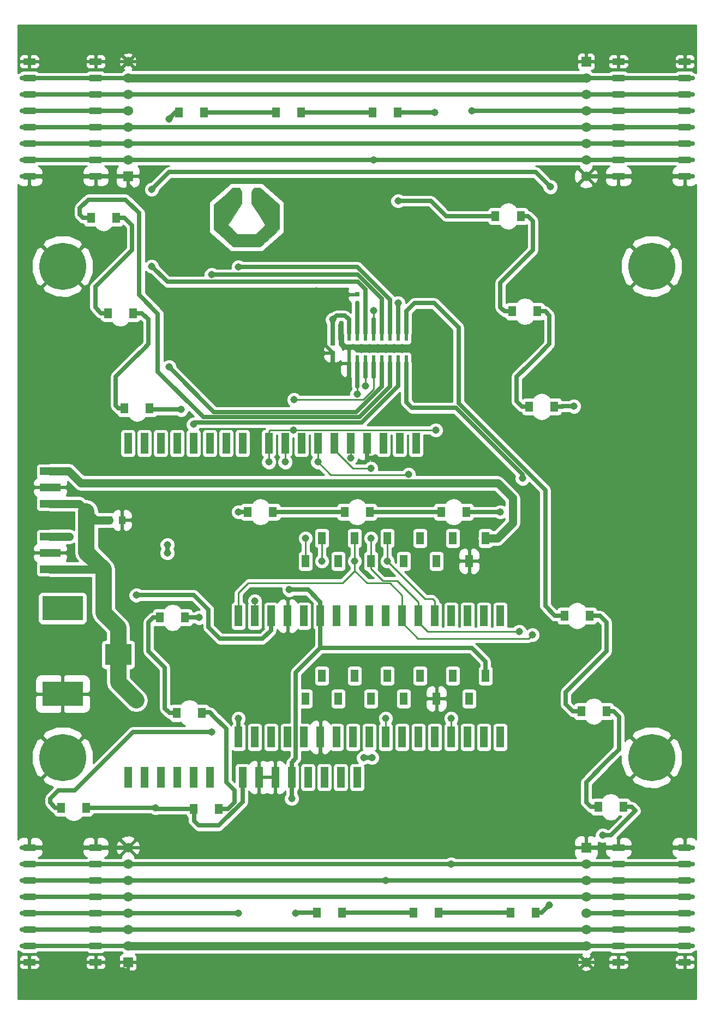
<source format=gtl>
G04 #@! TF.FileFunction,Copper,L1,Top,Signal*
%FSLAX45Y45*%
G04 Gerber Fmt 4.5, Leading zero omitted, Abs format (unit mm)*
G04 Created by KiCad (PCBNEW (2015-01-16 BZR 5376)-product) date 3/22/2015 17:44:56*
%MOMM*%
G01*
G04 APERTURE LIST*
%ADD10C,0.254000*%
%ADD11C,0.100000*%
%ADD12R,1.143000X1.905000*%
%ADD13R,1.200000X1.600000*%
%ADD14R,1.143000X3.175000*%
%ADD15R,1.905000X1.016000*%
%ADD16R,1.524000X1.524000*%
%ADD17C,1.524000*%
%ADD18C,7.300000*%
%ADD19R,3.175000X1.143000*%
%ADD20R,0.750000X0.800000*%
%ADD21R,1.000000X1.250000*%
%ADD22R,0.508000X2.387600*%
%ADD23R,6.350000X3.810000*%
%ADD24R,4.064000X3.302000*%
%ADD25C,1.142998*%
%ADD26C,1.143000*%
%ADD27C,1.142999*%
%ADD28C,0.635000*%
%ADD29C,0.508000*%
%ADD30C,1.270000*%
%ADD31C,2.540000*%
G04 APERTURE END LIST*
D10*
D11*
G36*
X4130146Y12003160D02*
X3982133Y11868980D01*
X3834120Y11734800D01*
X3622327Y11734800D01*
X3410533Y11734800D01*
X3259694Y11868983D01*
X3108854Y12003165D01*
X3108854Y12192971D01*
X3108854Y12382776D01*
X3259698Y12515988D01*
X3410541Y12649200D01*
X3459061Y12649186D01*
X3507581Y12649171D01*
X3527028Y12616555D01*
X3546475Y12583939D01*
X3546475Y12495221D01*
X3546475Y12406503D01*
X3440375Y12237893D01*
X3334275Y12069283D01*
X3339172Y12064568D01*
X3340080Y12063701D01*
X3341713Y12062146D01*
X3344029Y12059945D01*
X3346986Y12057138D01*
X3350540Y12053766D01*
X3354649Y12049870D01*
X3359269Y12045489D01*
X3364359Y12040664D01*
X3369875Y12035437D01*
X3375774Y12029847D01*
X3382013Y12023936D01*
X3388551Y12017743D01*
X3395344Y12011310D01*
X3402349Y12004676D01*
X3409523Y11997883D01*
X3411214Y11996281D01*
X3478360Y11932708D01*
X3622411Y11932708D01*
X3766462Y11932708D01*
X3829942Y11992901D01*
X3837018Y11999609D01*
X3843975Y12006207D01*
X3850768Y12012647D01*
X3857349Y12018886D01*
X3863670Y12024879D01*
X3869684Y12030581D01*
X3875344Y12035946D01*
X3880601Y12040930D01*
X3885409Y12045488D01*
X3889721Y12049575D01*
X3893488Y12053145D01*
X3896663Y12056154D01*
X3899199Y12058557D01*
X3901049Y12060309D01*
X3901925Y12061139D01*
X3910426Y12069183D01*
X3801475Y12237846D01*
X3692525Y12406509D01*
X3692525Y12495211D01*
X3692525Y12583914D01*
X3714841Y12616557D01*
X3737156Y12649200D01*
X3785630Y12649200D01*
X3834104Y12649200D01*
X3982125Y12515984D01*
X4130146Y12382767D01*
X4130146Y12192964D01*
X4130146Y12003160D01*
X4130146Y12003160D01*
X4130146Y12003160D01*
G37*
X4130146Y12003160D02*
X3982133Y11868980D01*
X3834120Y11734800D01*
X3622327Y11734800D01*
X3410533Y11734800D01*
X3259694Y11868983D01*
X3108854Y12003165D01*
X3108854Y12192971D01*
X3108854Y12382776D01*
X3259698Y12515988D01*
X3410541Y12649200D01*
X3459061Y12649186D01*
X3507581Y12649171D01*
X3527028Y12616555D01*
X3546475Y12583939D01*
X3546475Y12495221D01*
X3546475Y12406503D01*
X3440375Y12237893D01*
X3334275Y12069283D01*
X3339172Y12064568D01*
X3340080Y12063701D01*
X3341713Y12062146D01*
X3344029Y12059945D01*
X3346986Y12057138D01*
X3350540Y12053766D01*
X3354649Y12049870D01*
X3359269Y12045489D01*
X3364359Y12040664D01*
X3369875Y12035437D01*
X3375774Y12029847D01*
X3382013Y12023936D01*
X3388551Y12017743D01*
X3395344Y12011310D01*
X3402349Y12004676D01*
X3409523Y11997883D01*
X3411214Y11996281D01*
X3478360Y11932708D01*
X3622411Y11932708D01*
X3766462Y11932708D01*
X3829942Y11992901D01*
X3837018Y11999609D01*
X3843975Y12006207D01*
X3850768Y12012647D01*
X3857349Y12018886D01*
X3863670Y12024879D01*
X3869684Y12030581D01*
X3875344Y12035946D01*
X3880601Y12040930D01*
X3885409Y12045488D01*
X3889721Y12049575D01*
X3893488Y12053145D01*
X3896663Y12056154D01*
X3899199Y12058557D01*
X3901049Y12060309D01*
X3901925Y12061139D01*
X3910426Y12069183D01*
X3801475Y12237846D01*
X3692525Y12406509D01*
X3692525Y12495211D01*
X3692525Y12583914D01*
X3714841Y12616557D01*
X3737156Y12649200D01*
X3785630Y12649200D01*
X3834104Y12649200D01*
X3982125Y12515984D01*
X4130146Y12382767D01*
X4130146Y12192964D01*
X4130146Y12003160D01*
X4130146Y12003160D01*
D12*
X4533900Y6858000D03*
X4787900Y7213600D03*
X5041900Y6858000D03*
X5295900Y7213600D03*
X5549900Y6858000D03*
X5803900Y7213600D03*
X6057900Y6858000D03*
X6311900Y7213600D03*
X6565900Y6858000D03*
X6819900Y7213600D03*
X7073900Y6858000D03*
X7327900Y7213600D03*
D13*
X8943948Y6009653D03*
X8553948Y6009653D03*
D14*
X7556500Y4127500D03*
X7302500Y4127500D03*
X7048500Y4127500D03*
X6794500Y4127500D03*
X6540500Y4127500D03*
X6286500Y4127500D03*
X6032500Y4127500D03*
X5778500Y4127500D03*
X5524500Y4127500D03*
X5270500Y4127500D03*
X5016500Y4127500D03*
X4762500Y4127500D03*
X4508500Y4127500D03*
X4254500Y4127500D03*
X4000500Y4127500D03*
X3746500Y4127500D03*
X3492500Y4127500D03*
D12*
X7327900Y5080000D03*
X7073900Y4724400D03*
X6819900Y5080000D03*
X6565900Y4724400D03*
X6311900Y5080000D03*
X6057900Y4724400D03*
X5803900Y5080000D03*
X5549900Y4724400D03*
X5295900Y5080000D03*
X5041900Y4724400D03*
X4787900Y5080000D03*
X4533900Y4724400D03*
D15*
X247650Y635000D03*
X247650Y889000D03*
X247650Y1143000D03*
X247650Y1397000D03*
X247650Y1651000D03*
X247650Y1905000D03*
X247650Y2159000D03*
X247650Y2413000D03*
X1276350Y635000D03*
X1276350Y889000D03*
X1276350Y1143000D03*
X1276350Y1397000D03*
X1276350Y1651000D03*
X1276350Y1905000D03*
X1276350Y2159000D03*
X1276350Y2413000D03*
D16*
X8890000Y2413000D03*
D17*
X8890000Y2159000D03*
X8890000Y1905000D03*
X8890000Y1651000D03*
X8890000Y1397000D03*
X8890000Y1143000D03*
X8890000Y889000D03*
X8890000Y635000D03*
D18*
X762000Y3810000D03*
D19*
X571500Y6731000D03*
X571500Y6985000D03*
X571500Y7239000D03*
X571500Y7747000D03*
X571500Y8001000D03*
X571500Y8255000D03*
D14*
X5334000Y3505200D03*
X5080000Y3505200D03*
X4826000Y3505200D03*
X4572000Y3505200D03*
X4318000Y3505200D03*
X4064000Y3505200D03*
X3810000Y3505200D03*
X3556000Y3505200D03*
X3048000Y3505200D03*
X2794000Y3505200D03*
X2540000Y3505200D03*
X2286000Y3505200D03*
X2032000Y3505200D03*
X1778000Y3505200D03*
X1778000Y8686800D03*
X2032000Y8686800D03*
X2286000Y8686800D03*
X2540000Y8686800D03*
X2794000Y8686800D03*
X3048000Y8686800D03*
X3302000Y8686800D03*
X3556000Y8686800D03*
X3492500Y6007100D03*
X3746500Y6007100D03*
X4000500Y6007100D03*
X4254500Y6007100D03*
X4508500Y6007100D03*
X4762500Y6007100D03*
X5016500Y6007100D03*
X5270500Y6007100D03*
X5524500Y6007100D03*
X5778500Y6007100D03*
X6032500Y6007100D03*
X6286500Y6007100D03*
X6540500Y6007100D03*
X6794500Y6007100D03*
X7048500Y6007100D03*
X7302500Y6007100D03*
X7556500Y6007100D03*
D20*
X4953000Y10235000D03*
X4953000Y10085000D03*
D21*
X1487500Y7493000D03*
X1687500Y7493000D03*
D15*
X10420350Y14605000D03*
X10420350Y14351000D03*
X10420350Y14097000D03*
X10420350Y13843000D03*
X10420350Y13589000D03*
X10420350Y13335000D03*
X10420350Y13081000D03*
X10420350Y12827000D03*
X9391650Y14605000D03*
X9391650Y14351000D03*
X9391650Y14097000D03*
X9391650Y13843000D03*
X9391650Y13589000D03*
X9391650Y13335000D03*
X9391650Y13081000D03*
X9391650Y12827000D03*
X10420350Y2413000D03*
X10420350Y2159000D03*
X10420350Y1905000D03*
X10420350Y1651000D03*
X10420350Y1397000D03*
X10420350Y1143000D03*
X10420350Y889000D03*
X10420350Y635000D03*
X9391650Y2413000D03*
X9391650Y2159000D03*
X9391650Y1905000D03*
X9391650Y1651000D03*
X9391650Y1397000D03*
X9391650Y1143000D03*
X9391650Y889000D03*
X9391650Y635000D03*
X247650Y12827000D03*
X247650Y13081000D03*
X247650Y13335000D03*
X247650Y13589000D03*
X247650Y13843000D03*
X247650Y14097000D03*
X247650Y14351000D03*
X247650Y14605000D03*
X1276350Y12827000D03*
X1276350Y13081000D03*
X1276350Y13335000D03*
X1276350Y13589000D03*
X1276350Y13843000D03*
X1276350Y14097000D03*
X1276350Y14351000D03*
X1276350Y14605000D03*
D16*
X8890000Y14605000D03*
D17*
X8890000Y14351000D03*
X8890000Y14097000D03*
X8890000Y13843000D03*
X8890000Y13589000D03*
X8890000Y13335000D03*
X8890000Y13081000D03*
X8890000Y12827000D03*
D16*
X1778000Y635000D03*
D17*
X1778000Y889000D03*
X1778000Y1143000D03*
X1778000Y1397000D03*
X1778000Y1651000D03*
X1778000Y1905000D03*
X1778000Y2159000D03*
X1778000Y2413000D03*
D16*
X1778000Y12827000D03*
D17*
X1778000Y13081000D03*
X1778000Y13335000D03*
X1778000Y13589000D03*
X1778000Y13843000D03*
X1778000Y14097000D03*
X1778000Y14351000D03*
X1778000Y14605000D03*
D20*
X5334000Y10847000D03*
X5334000Y10997000D03*
D22*
X5207000Y9927590D03*
X5334000Y9927590D03*
X5461000Y9927590D03*
X5588000Y9927590D03*
X5715000Y9927590D03*
X5842000Y9927590D03*
X5969000Y9927590D03*
X6096000Y9927590D03*
X6096000Y10392410D03*
X5969000Y10392410D03*
X5842000Y10392410D03*
X5715000Y10392410D03*
X5588000Y10392410D03*
X5461000Y10392410D03*
X5334000Y10392410D03*
X5207000Y10392410D03*
D18*
X9906000Y11430000D03*
X9906000Y3810000D03*
X762000Y11430000D03*
D14*
X3962400Y8686800D03*
X4216400Y8686800D03*
X4470400Y8686800D03*
X4724400Y8686800D03*
X4978400Y8686800D03*
X5232400Y8686800D03*
X5486400Y8686800D03*
X5740400Y8686800D03*
X5994400Y8686800D03*
X6248400Y8686800D03*
D23*
X762000Y6125210D03*
X762000Y4796790D03*
D24*
X1625600Y5406390D03*
D13*
X7873645Y12208130D03*
X7483645Y12208130D03*
X5961945Y13816100D03*
X5571945Y13816100D03*
X4461990Y13816100D03*
X4071990Y13816100D03*
X2962035Y13816100D03*
X2572035Y13816100D03*
X2115105Y9226835D03*
X1725105Y9226835D03*
X1854640Y10703990D03*
X1464640Y10703990D03*
X1129670Y3033990D03*
X739670Y3033990D03*
X4028900Y7621120D03*
X3638900Y7621120D03*
X5529020Y7621120D03*
X5139020Y7621120D03*
X7029140Y7621120D03*
X6639140Y7621120D03*
X1594175Y12181145D03*
X1204175Y12181145D03*
X8134110Y10730960D03*
X7744110Y10730960D03*
X8394575Y9253790D03*
X8004575Y9253790D03*
X9205425Y4526745D03*
X8815425Y4526745D03*
X9466903Y3043838D03*
X9076903Y3043838D03*
X7712480Y1405430D03*
X8102480Y1405430D03*
X6212360Y1405430D03*
X6602360Y1405430D03*
X4712240Y1405430D03*
X5102240Y1405430D03*
X2274478Y5982713D03*
X2664478Y5982713D03*
X2925955Y4499805D03*
X2535955Y4499805D03*
X2797433Y3016898D03*
X3187433Y3016898D03*
D25*
X2387600Y7112000D03*
X5435600Y3810000D03*
D26*
X2387600Y6985000D03*
X5562600Y3810000D03*
D25*
X5295900Y6858000D03*
D27*
X5232400Y8458200D03*
X5461000Y9575800D03*
D25*
X8056882Y5715763D03*
X5778500Y4419600D03*
X3962400Y8394700D03*
X6553200Y8890000D03*
X4533900Y7213600D03*
X4356100Y9359900D03*
D27*
X4343400Y8890000D03*
D25*
X5778500Y1905000D03*
X3492500Y1397000D03*
X5334000Y9448800D03*
X7112000Y13843000D03*
X3492500Y4419600D03*
X5803900Y6858000D03*
X4724400Y8394700D03*
X6134100Y8204200D03*
X2146300Y11430000D03*
D26*
X8331200Y12661900D03*
D25*
X2146300Y12623800D03*
X3746500Y6235700D03*
X5549900Y7213600D03*
X5549900Y8293100D03*
X7848600Y5765800D03*
X6794500Y2159000D03*
X6794500Y4419600D03*
X4216400Y8394700D03*
X5588000Y13081000D03*
X4787900Y6858000D03*
X5588000Y10744200D03*
D26*
X9906000Y11684000D03*
X9652000Y11430000D03*
X9906000Y11176000D03*
X10160000Y11430000D03*
X10096500Y11620500D03*
X9715500Y11620500D03*
X9715500Y11239500D03*
X10096500Y11239500D03*
X9906000Y4064000D03*
X9906000Y3556000D03*
X10160000Y3810000D03*
X9652000Y3810000D03*
X10096500Y3619500D03*
X10096500Y4000500D03*
X9715500Y4000500D03*
X9715500Y3619500D03*
X762000Y11684000D03*
X1016000Y11430000D03*
X762000Y11176000D03*
X508000Y11430000D03*
X952500Y11620500D03*
X571500Y11620500D03*
X571500Y11239500D03*
X952500Y11239500D03*
X762000Y4064000D03*
X762000Y3556000D03*
X1016000Y3810000D03*
X508000Y3810000D03*
X952500Y4000500D03*
X571500Y4000500D03*
X571500Y3619500D03*
X952500Y3619500D03*
D25*
X2514600Y2413000D03*
X2654300Y2413000D03*
X2794000Y2413000D03*
X2933700Y2413000D03*
X6591300Y2413000D03*
X6438900Y2413000D03*
X6299200Y2413000D03*
X6159500Y2413000D03*
X6311900Y11430000D03*
X6438900Y11430000D03*
X6565900Y11430000D03*
X6692900Y11430000D03*
X5613400Y8458200D03*
X2387600Y7493000D03*
X2387600Y7366000D03*
X5016500Y3810000D03*
X5156200Y3810000D03*
X2921000Y12319000D03*
X2921000Y12192000D03*
X2921000Y12065000D03*
X2921000Y11938000D03*
X4699000Y10668000D03*
X4699000Y10795000D03*
X4699000Y10922000D03*
X4699000Y11049000D03*
X863600Y7239000D03*
D26*
X3839052Y889000D03*
X7302500Y14351000D03*
X7302500Y889000D03*
X4318000Y3175000D03*
D25*
X4279900Y6413500D03*
X4953000Y10604500D03*
X2208490Y3033990D03*
X4381500Y1397000D03*
X4381500Y635000D03*
X1905000Y6328863D03*
X7556500Y7620000D03*
X8699500Y9258300D03*
X6540500Y14605000D03*
X6540500Y13817600D03*
X1905000Y4699000D03*
D26*
X9144000Y2603500D03*
X2603500Y9207500D03*
D25*
X9131300Y14617700D03*
X3441700Y14605000D03*
X7556500Y635000D03*
D26*
X1536700Y635000D03*
D25*
X2413000Y9867900D03*
D26*
X2413000Y13716000D03*
D25*
X2794000Y8978900D03*
X2882900Y5981700D03*
D26*
X8318500Y1524000D03*
D27*
X7899400Y8140700D03*
X5969000Y12446000D03*
X5969000Y10858500D03*
D25*
X3492500Y11417300D03*
X3492500Y7620000D03*
X3073400Y11303000D03*
X3073400Y4203700D03*
D28*
X2387600Y7112000D02*
X2387600Y6985000D01*
X5435600Y3810000D02*
X5562600Y3810000D01*
D10*
X4889500Y13589000D02*
X7038347Y13589000D01*
X7038347Y13589000D02*
X8890000Y13589000D01*
X3644900Y6515100D02*
X5105400Y6515100D01*
X5105400Y6515100D02*
X5295900Y6705600D01*
X3492500Y6362700D02*
X3644900Y6515100D01*
X3492500Y6007100D02*
X3492500Y6362700D01*
X5842000Y6515100D02*
X6032500Y6324600D01*
X6032500Y6324600D02*
X6032500Y6007100D01*
X5486400Y6515100D02*
X5842000Y6515100D01*
X5295900Y6705600D02*
X5486400Y6515100D01*
X5295900Y6858000D02*
X5295900Y6705600D01*
X5295900Y7213600D02*
X5295900Y6858000D01*
X5232400Y8686800D02*
X5232400Y8458200D01*
X5461000Y9715500D02*
X5461000Y9575800D01*
D28*
X8890000Y13589000D02*
X9391650Y13589000D01*
X1778000Y13589000D02*
X8890000Y13589000D01*
X1778000Y1651000D02*
X8890000Y1651000D01*
X10420350Y13589000D02*
X9391650Y13589000D01*
X9391650Y1651000D02*
X8890000Y1651000D01*
X10420350Y1651000D02*
X9391650Y1651000D01*
X1276350Y1651000D02*
X1778000Y1651000D01*
X247650Y1651000D02*
X1276350Y1651000D01*
X1276350Y13589000D02*
X247650Y13589000D01*
X1778000Y13589000D02*
X1276350Y13589000D01*
D10*
X1778000Y13589000D02*
X4889500Y13589000D01*
D28*
X5461000Y9927590D02*
X5461000Y9715500D01*
X10420350Y1651000D02*
X10541000Y1651000D01*
X247650Y1651000D02*
X127000Y1651000D01*
X10420350Y13589000D02*
X10541000Y13589000D01*
X247650Y13589000D02*
X127000Y13589000D01*
D10*
X6032500Y6007100D02*
X6032500Y5905500D01*
X6032500Y5905500D02*
X6279387Y5658613D01*
X6279387Y5658613D02*
X7999732Y5658613D01*
X7999732Y5658613D02*
X8056882Y5715763D01*
X3962400Y8686800D02*
X3962400Y8394700D01*
X8890000Y13335000D02*
X6908800Y13335000D01*
X4533900Y6858000D02*
X4533900Y7213600D01*
D28*
X1778000Y13335000D02*
X8890000Y13335000D01*
X10420350Y13335000D02*
X9391650Y13335000D01*
X9391650Y13335000D02*
X8890000Y13335000D01*
X247650Y1905000D02*
X1276350Y1905000D01*
X1276350Y1905000D02*
X1778000Y1905000D01*
X1276350Y13335000D02*
X1778000Y13335000D01*
X247650Y13335000D02*
X1276350Y13335000D01*
D10*
X5016500Y13335000D02*
X1778000Y13335000D01*
X8890000Y13335000D02*
X5016500Y13335000D01*
D28*
X5588000Y9927590D02*
X5588000Y9715500D01*
X10420350Y1905000D02*
X10541000Y1905000D01*
X247650Y1905000D02*
X127000Y1905000D01*
X10420350Y13335000D02*
X10541000Y13335000D01*
X247650Y13335000D02*
X127000Y13335000D01*
D10*
X5588000Y9715500D02*
X5588000Y9520516D01*
X5588000Y9520516D02*
X5427384Y9359900D01*
X5427384Y9359900D02*
X4436922Y9359900D01*
X4436922Y9359900D02*
X4356100Y9359900D01*
X6553200Y8890000D02*
X4343400Y8890000D01*
X4262578Y8890000D02*
X4343400Y8890000D01*
X3981450Y8890000D02*
X4262578Y8890000D01*
X3962400Y8870950D02*
X3981450Y8890000D01*
X3962400Y8686800D02*
X3962400Y8870950D01*
D28*
X10420350Y1905000D02*
X9391650Y1905000D01*
X9391650Y1905000D02*
X8890000Y1905000D01*
X5778500Y1905000D02*
X1778000Y1905000D01*
X8890000Y1905000D02*
X5778500Y1905000D01*
D10*
X5778500Y4311650D02*
X5778500Y4419600D01*
X5778500Y4127500D02*
X5778500Y4311650D01*
D28*
X1778000Y1397000D02*
X3492500Y1397000D01*
D10*
X5334000Y9563100D02*
X5334000Y9448800D01*
D28*
X7112000Y13843000D02*
X8890000Y13843000D01*
X3492500Y4127500D02*
X3492500Y4419600D01*
D10*
X6502400Y6273800D02*
X6540500Y6235700D01*
X6540500Y6235700D02*
X6540500Y6007100D01*
X6388100Y6273800D02*
X6502400Y6273800D01*
X5803900Y6858000D02*
X6388100Y6273800D01*
D28*
X5334000Y9563100D02*
X5334000Y9927590D01*
X9391650Y13843000D02*
X8890000Y13843000D01*
X10420350Y13843000D02*
X9391650Y13843000D01*
X1276350Y1397000D02*
X1778000Y1397000D01*
X247650Y1397000D02*
X1276350Y1397000D01*
X5334000Y9715500D02*
X5334000Y9927590D01*
X247650Y1397000D02*
X127000Y1397000D01*
X10420350Y13843000D02*
X10541000Y13843000D01*
D10*
X5803900Y7213600D02*
X5803900Y6858000D01*
X4724400Y8686800D02*
X4724400Y8394700D01*
X4724400Y8394700D02*
X4923790Y8195310D01*
X6125210Y8195310D02*
X6134100Y8204200D01*
X4923790Y8195310D02*
X6125210Y8195310D01*
D28*
X9391650Y1397000D02*
X8890000Y1397000D01*
X10420350Y1397000D02*
X9391650Y1397000D01*
X247650Y13843000D02*
X1276350Y13843000D01*
X1276350Y13843000D02*
X1778000Y13843000D01*
X10420350Y1397000D02*
X10541000Y1397000D01*
X247650Y13843000D02*
X127000Y13843000D01*
X8331200Y12661900D02*
X8102600Y12890500D01*
X2413000Y12890500D02*
X2146300Y12623800D01*
X8102600Y12890500D02*
X2413000Y12890500D01*
X5461000Y10604500D02*
X5461000Y10392410D01*
X5461000Y11074400D02*
X5461000Y10604500D01*
X5346700Y11188700D02*
X5461000Y11074400D01*
X2387600Y11188700D02*
X5346700Y11188700D01*
X2146300Y11430000D02*
X2387600Y11188700D01*
X1778000Y14097000D02*
X6718645Y14097000D01*
X6718645Y14097000D02*
X6805415Y14097000D01*
X8890000Y14097000D02*
X6718645Y14097000D01*
D10*
X6805415Y14097000D02*
X8890000Y14097000D01*
X3746500Y6007100D02*
X3746500Y6235700D01*
X5549900Y6858000D02*
X5549900Y7213600D01*
D28*
X1778000Y1143000D02*
X1885763Y1143000D01*
X1885763Y1143000D02*
X8890000Y1143000D01*
X10420350Y14097000D02*
X9391650Y14097000D01*
X9391650Y14097000D02*
X8890000Y14097000D01*
X9391650Y1143000D02*
X8890000Y1143000D01*
X10420350Y1143000D02*
X9391650Y1143000D01*
X1276350Y1143000D02*
X1778000Y1143000D01*
X247650Y1143000D02*
X1276350Y1143000D01*
X1276350Y14097000D02*
X1778000Y14097000D01*
X889000Y14097000D02*
X1276350Y14097000D01*
X247650Y14097000D02*
X889000Y14097000D01*
X10420350Y1143000D02*
X10541000Y1143000D01*
X247650Y1143000D02*
X127000Y1143000D01*
X10420350Y14097000D02*
X10541000Y14097000D01*
X247650Y14097000D02*
X127000Y14097000D01*
D10*
X4978400Y8686800D02*
X4978400Y8585200D01*
X4978400Y8585200D02*
X5270500Y8293100D01*
X5270500Y8293100D02*
X5469078Y8293100D01*
X5469078Y8293100D02*
X5549900Y8293100D01*
X6286500Y6223000D02*
X6286500Y6007100D01*
X5953759Y6555741D02*
X6286500Y6223000D01*
X5731509Y6555741D02*
X5953759Y6555741D01*
X5549900Y6737350D02*
X5731509Y6555741D01*
X5549900Y6858000D02*
X5549900Y6737350D01*
X6426200Y5765800D02*
X7848600Y5765800D01*
X6286500Y5905500D02*
X6426200Y5765800D01*
X6286500Y6007100D02*
X6286500Y5905500D01*
D28*
X1778000Y2159000D02*
X6794500Y2159000D01*
D10*
X6794500Y4127500D02*
X6794500Y4419600D01*
X4216400Y8686800D02*
X4216400Y8394700D01*
X4787900Y7213600D02*
X4787900Y6858000D01*
X5588000Y10604500D02*
X5588000Y10744200D01*
D28*
X10420350Y13081000D02*
X9391650Y13081000D01*
X9391650Y13081000D02*
X8890000Y13081000D01*
X9391650Y2159000D02*
X8890000Y2159000D01*
X10420350Y2159000D02*
X9391650Y2159000D01*
X1276350Y2159000D02*
X1778000Y2159000D01*
X247650Y2159000D02*
X1276350Y2159000D01*
X1276350Y13081000D02*
X247650Y13081000D01*
X5588000Y10604500D02*
X5588000Y10392410D01*
X10420350Y2159000D02*
X10541000Y2159000D01*
X247650Y2159000D02*
X127000Y2159000D01*
X10420350Y13081000D02*
X10541000Y13081000D01*
X247650Y13081000D02*
X127000Y13081000D01*
X6794500Y2159000D02*
X8890000Y2159000D01*
X8890000Y13081000D02*
X5588000Y13081000D01*
X5588000Y13081000D02*
X1696925Y13081000D01*
X1696925Y13081000D02*
X1276350Y13081000D01*
X1778000Y13081000D02*
X1696925Y13081000D01*
D29*
X8890000Y12827000D02*
X8509000Y12446000D01*
X8509000Y12446000D02*
X7734300Y12446000D01*
X7734300Y12446000D02*
X7480300Y12700000D01*
X7480300Y12700000D02*
X5816600Y12700000D01*
X5816600Y12700000D02*
X5651500Y12534900D01*
X5651500Y12534900D02*
X5651500Y11976100D01*
X5651500Y11976100D02*
X6197600Y11430000D01*
X6197600Y11430000D02*
X6311900Y11430000D01*
D28*
X5016500Y9652000D02*
X4953000Y9715500D01*
X4953000Y9715500D02*
X4953000Y10085000D01*
X5143500Y9652000D02*
X5016500Y9652000D01*
X5207000Y9715500D02*
X5143500Y9652000D01*
X5207000Y9927590D02*
X5207000Y9715500D01*
X10420350Y12827000D02*
X9391650Y12827000D01*
X9391650Y12827000D02*
X8890000Y12827000D01*
X10420350Y2413000D02*
X9391650Y2413000D01*
X9391650Y2413000D02*
X8890000Y2413000D01*
X1276350Y2413000D02*
X1778000Y2413000D01*
X247650Y2413000D02*
X1276350Y2413000D01*
X1276350Y12827000D02*
X1778000Y12827000D01*
X247650Y12827000D02*
X1276350Y12827000D01*
D30*
X9906000Y11430000D02*
X9906000Y11684000D01*
X9906000Y11430000D02*
X9652000Y11430000D01*
X9906000Y11176000D02*
X9906000Y11430000D01*
X10160000Y11430000D02*
X9906000Y11430000D01*
X9906000Y11430000D02*
X10160000Y11430000D01*
X9906000Y11430000D02*
X10160000Y11430000D01*
X9906000Y11430000D02*
X10096500Y11620500D01*
X9715500Y11620500D02*
X9906000Y11430000D01*
X9906000Y11430000D02*
X9715500Y11239500D01*
X9906000Y11430000D02*
X10096500Y11239500D01*
X9906000Y4064000D02*
X9906000Y3810000D01*
X9906000Y3810000D02*
X9906000Y3556000D01*
X10160000Y3810000D02*
X9906000Y3810000D01*
X9906000Y3810000D02*
X9652000Y3810000D01*
X10096500Y3619500D02*
X9906000Y3810000D01*
X9906000Y3810000D02*
X10096500Y4000500D01*
X9715500Y4000500D02*
X9906000Y3810000D01*
X9715500Y3619500D02*
X9906000Y3810000D01*
X762000Y11430000D02*
X762000Y11684000D01*
X1016000Y11430000D02*
X762000Y11430000D01*
X762000Y11430000D02*
X762000Y11176000D01*
X508000Y11430000D02*
X762000Y11430000D01*
X762000Y11430000D02*
X952500Y11620500D01*
X571500Y11620500D02*
X762000Y11430000D01*
X762000Y11430000D02*
X571500Y11239500D01*
X952500Y11239500D02*
X762000Y11430000D01*
X762000Y3810000D02*
X762000Y4064000D01*
X762000Y3556000D02*
X762000Y3810000D01*
X762000Y3810000D02*
X1016000Y3810000D01*
X508000Y3810000D02*
X762000Y3810000D01*
X762000Y3810000D02*
X952500Y4000500D01*
X571500Y4000500D02*
X762000Y3810000D01*
X762000Y3810000D02*
X571500Y3619500D01*
X952500Y3619500D02*
X762000Y3810000D01*
D28*
X10420350Y2413000D02*
X10541000Y2413000D01*
X247650Y2413000D02*
X127000Y2413000D01*
X10420350Y12827000D02*
X10541000Y12827000D01*
X247650Y12827000D02*
X127000Y12827000D01*
X5486400Y8686800D02*
X5486400Y8458200D01*
D29*
X1778000Y2413000D02*
X2514600Y2413000D01*
X2654300Y2413000D02*
X2794000Y2413000D01*
X8890000Y2413000D02*
X6591300Y2413000D01*
X6591300Y2413000D02*
X6438900Y2413000D01*
X6438900Y2413000D02*
X6299200Y2413000D01*
X6299200Y2413000D02*
X6159500Y2413000D01*
X6464300Y11430000D02*
X6485078Y11430000D01*
X6438900Y11430000D02*
X6565900Y11430000D01*
X6485078Y11430000D02*
X6565900Y11430000D01*
X6451600Y11442700D02*
X6464300Y11430000D01*
D28*
X5486400Y8458200D02*
X5613400Y8458200D01*
D29*
X1687500Y7493000D02*
X2387600Y7493000D01*
X2387600Y7366000D02*
X2387600Y7239000D01*
X4762500Y4127500D02*
X4762500Y3917950D01*
X4762500Y3917950D02*
X4762500Y3886200D01*
X4838700Y3810000D02*
X5016500Y3810000D01*
X4762500Y3886200D02*
X4838700Y3810000D01*
X5156200Y3810000D02*
X5295900Y3810000D01*
X1778000Y12827000D02*
X1778000Y12700000D01*
X1778000Y12700000D02*
X2159000Y12319000D01*
X2159000Y12319000D02*
X2840178Y12319000D01*
X2840178Y12319000D02*
X2921000Y12319000D01*
X2921000Y12192000D02*
X2921000Y12065000D01*
X4699000Y10341500D02*
X4699000Y10587178D01*
X4953000Y10085000D02*
X4953000Y10087500D01*
X4953000Y10087500D02*
X4699000Y10341500D01*
X4699000Y10587178D02*
X4699000Y10668000D01*
X4699000Y10795000D02*
X4699000Y10922000D01*
D28*
X7112000Y5511800D02*
X7327900Y5295900D01*
X7327900Y5295900D02*
X7327900Y5080000D01*
X4762500Y5511800D02*
X7112000Y5511800D01*
X4381500Y3797300D02*
X4318000Y3733800D01*
X4318000Y3733800D02*
X4318000Y3505200D01*
X4381500Y5130800D02*
X4381500Y3797300D01*
X4762500Y5511800D02*
X4381500Y5130800D01*
X4762500Y6007100D02*
X4762500Y5511800D01*
X5143500Y10668000D02*
X5207000Y10604500D01*
X5207000Y10604500D02*
X5207000Y10392410D01*
X5016500Y10668000D02*
X5143500Y10668000D01*
X4953000Y10604500D02*
X5016500Y10668000D01*
X4953000Y10235000D02*
X4953000Y10604500D01*
D30*
X571500Y7239000D02*
X863600Y7239000D01*
X4381500Y889000D02*
X3839052Y889000D01*
X3839052Y889000D02*
X1778000Y889000D01*
X7302500Y14351000D02*
X1778000Y14351000D01*
X8890000Y14351000D02*
X7302500Y14351000D01*
X7302500Y889000D02*
X4381500Y889000D01*
X8890000Y889000D02*
X7302500Y889000D01*
D28*
X4318000Y3175000D02*
X4318000Y3505200D01*
X6286500Y14351000D02*
X8191500Y14351000D01*
X8191500Y14351000D02*
X8445500Y14351000D01*
X9391650Y14351000D02*
X8890000Y14351000D01*
X10420350Y14351000D02*
X9391650Y14351000D01*
X10420350Y889000D02*
X9391650Y889000D01*
X8890000Y889000D02*
X9391650Y889000D01*
X1276350Y889000D02*
X1778000Y889000D01*
X247650Y889000D02*
X1276350Y889000D01*
X1276350Y14351000D02*
X1778000Y14351000D01*
X247650Y14351000D02*
X1276350Y14351000D01*
X8445500Y14351000D02*
X8890000Y14351000D01*
X1778000Y14351000D02*
X6286500Y14351000D01*
X10420350Y889000D02*
X10541000Y889000D01*
X247650Y889000D02*
X127000Y889000D01*
X10420350Y14351000D02*
X10541000Y14351000D01*
X247650Y14351000D02*
X127000Y14351000D01*
X4381500Y889000D02*
X8890000Y889000D01*
X4572000Y6413500D02*
X4279900Y6413500D01*
X4762500Y6223000D02*
X4572000Y6413500D01*
X4762500Y6007100D02*
X4762500Y6223000D01*
X2802433Y3016898D02*
X2225582Y3016898D01*
X2225582Y3016898D02*
X2208490Y3033990D01*
X4717240Y1405430D02*
X4389930Y1405430D01*
X4389930Y1405430D02*
X4381500Y1397000D01*
X2870200Y2755900D02*
X2802433Y2823667D01*
X2802433Y2823667D02*
X2802433Y3016898D01*
X3184756Y2755900D02*
X2870200Y2755900D01*
X3556000Y3505200D02*
X3556000Y3127144D01*
X3556000Y3127144D02*
X3184756Y2755900D01*
X7556500Y7620000D02*
X7025260Y7620000D01*
X7025260Y7620000D02*
X7024140Y7621120D01*
X8521700Y9258300D02*
X8521700Y9257415D01*
X8521700Y9257415D02*
X8518075Y9253790D01*
X8518075Y9253790D02*
X8389575Y9253790D01*
X8699500Y9258300D02*
X8521700Y9258300D01*
X5956945Y13816100D02*
X6539000Y13816100D01*
X6539000Y13816100D02*
X6540500Y13817600D01*
D29*
X6513600Y13816100D02*
X6539000Y13816100D01*
X9391650Y14605000D02*
X10420350Y14605000D01*
X8890000Y14605000D02*
X9391650Y14605000D01*
X1778000Y14605000D02*
X8890000Y14605000D01*
X1276350Y14605000D02*
X1778000Y14605000D01*
X247650Y14605000D02*
X1276350Y14605000D01*
X8890000Y635000D02*
X1778000Y635000D01*
X9391650Y635000D02*
X10420350Y635000D01*
X8890000Y635000D02*
X9391650Y635000D01*
X247650Y635000D02*
X1276350Y635000D01*
X1778000Y635000D02*
X1276350Y635000D01*
D31*
X1625600Y5143500D02*
X1625600Y4978400D01*
X1625600Y4978400D02*
X1905000Y4699000D01*
X1625600Y5406390D02*
X1625600Y5143500D01*
D28*
X9271000Y2603500D02*
X9461903Y2794403D01*
X9271000Y2603500D02*
X9144000Y2603500D01*
X9652000Y2984500D02*
X9461903Y2794403D01*
X9592662Y3043838D02*
X9652000Y2984500D01*
X9461903Y3043838D02*
X9592662Y3043838D01*
X2603500Y9207500D02*
X2129440Y9207500D01*
X2129440Y9207500D02*
X2110105Y9226835D01*
X6513600Y13816100D02*
X5956945Y13816100D01*
D31*
X1625600Y5825490D02*
X1397000Y6054090D01*
X1625600Y5406390D02*
X1625600Y5825490D01*
X1397000Y6054090D02*
X1397000Y6731000D01*
D30*
X1397000Y6731000D02*
X571500Y6731000D01*
X1016000Y7747000D02*
X571500Y7747000D01*
X1487500Y7493000D02*
X1270000Y7493000D01*
D31*
X1131189Y6996811D02*
X1131189Y7631811D01*
X1397000Y6731000D02*
X1131189Y6996811D01*
D30*
X1131189Y7631811D02*
X1016000Y7747000D01*
X1270000Y7493000D02*
X1131189Y7631811D01*
D28*
X1124670Y3033990D02*
X2208490Y3033990D01*
X4000500Y5784850D02*
X4000500Y6007100D01*
X3867150Y5651500D02*
X4000500Y5784850D01*
X3205480Y5651500D02*
X3867150Y5651500D01*
X3027680Y5829300D02*
X3205480Y5651500D01*
X3027680Y6101080D02*
X3027680Y5829300D01*
X2799897Y6328863D02*
X3027680Y6101080D01*
X1905000Y6328863D02*
X2799897Y6328863D01*
D29*
X1778000Y14605000D02*
X3441700Y14605000D01*
X7726222Y457200D02*
X7726222Y465278D01*
X8864600Y457200D02*
X7726222Y457200D01*
X8877300Y444500D02*
X8864600Y457200D01*
X8890000Y635000D02*
X8712200Y457200D01*
X8712200Y457200D02*
X7726222Y457200D01*
X7726222Y465278D02*
X7613650Y577850D01*
X7613650Y577850D02*
X7556500Y635000D01*
D31*
X2222500Y254000D02*
X1866900Y254000D01*
X1689100Y431800D02*
X1655622Y431800D01*
D29*
X1655622Y516078D02*
X1593850Y577850D01*
X1655622Y431800D02*
X1655622Y516078D01*
D31*
X1866900Y254000D02*
X1689100Y431800D01*
D29*
X1778000Y635000D02*
X1778000Y508000D01*
X1701800Y431800D02*
X1655622Y431800D01*
X1778000Y508000D02*
X1701800Y431800D01*
X1593850Y577850D02*
X1536700Y635000D01*
D28*
X4456990Y13816100D02*
X5576945Y13816100D01*
X2957035Y13816100D02*
X4076990Y13816100D01*
X2577035Y13816100D02*
X2513100Y13816100D01*
X2413000Y13716000D02*
X2513100Y13816100D01*
X5715000Y9744710D02*
X5715000Y9927590D01*
X5715000Y9563100D02*
X5715000Y9744710D01*
X5321300Y9169400D02*
X5715000Y9563100D01*
X3111500Y9169400D02*
X5321300Y9169400D01*
X2413000Y9867900D02*
X3111500Y9169400D01*
X1587500Y9715500D02*
X1849640Y9977640D01*
X1587500Y9271000D02*
X1587500Y9715500D01*
X1631665Y9226835D02*
X1587500Y9271000D01*
X1730105Y9226835D02*
X1631665Y9226835D01*
X2032000Y10160000D02*
X1849640Y9977640D01*
X1849640Y10703990D02*
X1940990Y10703990D01*
X1996010Y10703990D02*
X2095500Y10604500D01*
X2095500Y10604500D02*
X2095500Y10223500D01*
X2095500Y10223500D02*
X2032000Y10160000D01*
X1849640Y10703990D02*
X1996010Y10703990D01*
X1270000Y11112500D02*
X1589175Y11431675D01*
X1270000Y10795000D02*
X1270000Y11112500D01*
X1361010Y10703990D02*
X1270000Y10795000D01*
X1469640Y10703990D02*
X1361010Y10703990D01*
X1725355Y12181145D02*
X1841500Y12065000D01*
X1841500Y12065000D02*
X1841500Y11684000D01*
X1841500Y11684000D02*
X1589175Y11431675D01*
X1589175Y12181145D02*
X1725355Y12181145D01*
X5842000Y9744710D02*
X5842000Y9927590D01*
X5842000Y9563100D02*
X5842000Y9744710D01*
X5369559Y9090659D02*
X5842000Y9563100D01*
X2946401Y9090659D02*
X5369559Y9090659D01*
X2242820Y9794240D02*
X2946401Y9090659D01*
X2242820Y10695940D02*
X2242820Y9794240D01*
X1953260Y10985500D02*
X2242820Y10695940D01*
X1953260Y12255500D02*
X1953260Y10985500D01*
X1742440Y12466320D02*
X1953260Y12255500D01*
X1494350Y12466320D02*
X1742440Y12466320D01*
X1080675Y12181145D02*
X1031720Y12230100D01*
X1204175Y12181145D02*
X1080675Y12181145D01*
X1031720Y12230100D02*
X1031720Y12334720D01*
X1163320Y12466320D02*
X1494350Y12466320D01*
X1031720Y12334720D02*
X1163320Y12466320D01*
X2929650Y4508500D02*
X3048000Y4508500D01*
X3048000Y4508500D02*
X3111500Y4445000D01*
X2920955Y4499805D02*
X2929650Y4508500D01*
X3429000Y3111500D02*
X3429000Y3302000D01*
X3334398Y3016898D02*
X3429000Y3111500D01*
X3182433Y3016898D02*
X3334398Y3016898D01*
X3429000Y3302000D02*
X3302000Y3429000D01*
X3302000Y4254500D02*
X3111500Y4445000D01*
X3302000Y3429000D02*
X3302000Y4254500D01*
X2349500Y5207000D02*
X2279478Y5277022D01*
X2349500Y4572000D02*
X2349500Y5207000D01*
X2421695Y4499805D02*
X2349500Y4572000D01*
X2540955Y4499805D02*
X2421695Y4499805D01*
X2172713Y5982713D02*
X2095500Y5905500D01*
X2095500Y5905500D02*
X2095500Y5461000D01*
X2095500Y5461000D02*
X2279478Y5277022D01*
X2279478Y5982713D02*
X2172713Y5982713D01*
X2881887Y5982713D02*
X2882900Y5981700D01*
X2664478Y5982713D02*
X2881887Y5982713D01*
X2827018Y9011918D02*
X2794000Y8978900D01*
X5402175Y9011918D02*
X2827018Y9011918D01*
X5969000Y9578744D02*
X5402175Y9011918D01*
X5969000Y9927590D02*
X5969000Y9578744D01*
X6217360Y1405430D02*
X5097240Y1405430D01*
X7717480Y1405430D02*
X6597360Y1405430D01*
X8199930Y1405430D02*
X8318500Y1524000D01*
X8097480Y1405430D02*
X8199930Y1405430D01*
X7899400Y8203562D02*
X7899400Y8140700D01*
X6870062Y9232900D02*
X7899400Y8203562D01*
X6184900Y9232900D02*
X6870062Y9232900D01*
X6096000Y9321800D02*
X6184900Y9232900D01*
X6096000Y9927590D02*
X6096000Y9321800D01*
X8890000Y3429000D02*
X9200425Y3739425D01*
X8890000Y3111500D02*
X8890000Y3429000D01*
X8957662Y3043838D02*
X8890000Y3111500D01*
X9081903Y3043838D02*
X8957662Y3043838D01*
X9316255Y4526745D02*
X9398000Y4445000D01*
X9398000Y4445000D02*
X9398000Y3937000D01*
X9398000Y3937000D02*
X9200425Y3739425D01*
X9200425Y4526745D02*
X9316255Y4526745D01*
X8572500Y4826000D02*
X8938948Y5192448D01*
X8572500Y4635500D02*
X8572500Y4826000D01*
X8681255Y4526745D02*
X8572500Y4635500D01*
X8820425Y4526745D02*
X8681255Y4526745D01*
X9103347Y6009653D02*
X9207500Y5905500D01*
X9207500Y5905500D02*
X9207500Y5461000D01*
X9207500Y5461000D02*
X8938948Y5192448D01*
X8938948Y6009653D02*
X9103347Y6009653D01*
X6096000Y10392410D02*
X6096000Y10731500D01*
X8404847Y6009653D02*
X8558948Y6009653D01*
X6096000Y10731500D02*
X6223000Y10858500D01*
X6223000Y10858500D02*
X6527800Y10858500D01*
X6527800Y10858500D02*
X6908800Y10477500D01*
X6908800Y9305518D02*
X8255000Y7959318D01*
X6908800Y10477500D02*
X6908800Y9305518D01*
X8255000Y6159500D02*
X8404847Y6009653D01*
X8255000Y7959318D02*
X8255000Y6159500D01*
X8009575Y9914575D02*
X8129110Y10034110D01*
X7891210Y9253790D02*
X7810500Y9334500D01*
X7810500Y9334500D02*
X7810500Y9715500D01*
X7810500Y9715500D02*
X8009575Y9914575D01*
X8009575Y9253790D02*
X7891210Y9253790D01*
X8255540Y10730960D02*
X8318500Y10668000D01*
X8318500Y10668000D02*
X8318500Y10223500D01*
X8318500Y10223500D02*
X8129110Y10034110D01*
X8129110Y10730960D02*
X8255540Y10730960D01*
X7556500Y11176000D02*
X7868645Y11488145D01*
X7556500Y10795000D02*
X7556500Y11176000D01*
X7620540Y10730960D02*
X7556500Y10795000D01*
X7749110Y10730960D02*
X7620540Y10730960D01*
X7984870Y12208130D02*
X8064500Y12128500D01*
X8064500Y12128500D02*
X8064500Y11684000D01*
X8064500Y11684000D02*
X7868645Y11488145D01*
X7868645Y12208130D02*
X7984870Y12208130D01*
X6477000Y12446000D02*
X6714870Y12208130D01*
X6714870Y12208130D02*
X7483645Y12208130D01*
X5969000Y12446000D02*
X6477000Y12446000D01*
X5969000Y10392410D02*
X5969000Y10858500D01*
X5524020Y7621120D02*
X6644140Y7621120D01*
X4023900Y7621120D02*
X5144020Y7621120D01*
X5842000Y10392410D02*
X5842000Y10731500D01*
X3643900Y7621120D02*
X3493620Y7621120D01*
X5842000Y10916113D02*
X5340813Y11417300D01*
X5842000Y10731500D02*
X5842000Y10916113D01*
X5340813Y11417300D02*
X3492500Y11417300D01*
X5715000Y10392410D02*
X5715000Y10858500D01*
X762000Y3048000D02*
X744670Y3033990D01*
X744670Y3033990D02*
X730660Y3048000D01*
X5343757Y11303000D02*
X3073400Y11303000D01*
X5715000Y10931757D02*
X5343757Y11303000D01*
X5715000Y10858500D02*
X5715000Y10931757D01*
X649010Y3033990D02*
X744670Y3033990D01*
X571500Y3111500D02*
X649010Y3033990D01*
X571500Y3175000D02*
X571500Y3111500D01*
X698500Y3302000D02*
X571500Y3175000D01*
X952500Y3302000D02*
X698500Y3302000D01*
X1854200Y4203700D02*
X952500Y3302000D01*
X3073400Y4203700D02*
X1854200Y4203700D01*
D30*
X857250Y8255000D02*
X571500Y8255000D01*
X1047750Y8064500D02*
X857250Y8255000D01*
X7518400Y8064500D02*
X1047750Y8064500D01*
X7747000Y7835900D02*
X7518400Y8064500D01*
X7747000Y7448550D02*
X7747000Y7835900D01*
X7512050Y7213600D02*
X7747000Y7448550D01*
X7327900Y7213600D02*
X7512050Y7213600D01*
D28*
X5334000Y10392410D02*
X5334000Y10858500D01*
D10*
G36*
X5527656Y8413769D02*
X5526007Y8413771D01*
X5481647Y8395442D01*
X5455459Y8369300D01*
X5314119Y8369300D01*
X5334622Y8389768D01*
X5353029Y8434096D01*
X5353036Y8442619D01*
X5364504Y8431151D01*
X5406514Y8413750D01*
X5445125Y8413750D01*
X5473700Y8442325D01*
X5473700Y8674100D01*
X5471700Y8674100D01*
X5471700Y8699500D01*
X5473700Y8699500D01*
X5473700Y8701500D01*
X5499100Y8701500D01*
X5499100Y8699500D01*
X5501100Y8699500D01*
X5501100Y8674100D01*
X5499100Y8674100D01*
X5499100Y8442325D01*
X5527656Y8413769D01*
X5527656Y8413769D01*
G37*
X5527656Y8413769D02*
X5526007Y8413771D01*
X5481647Y8395442D01*
X5455459Y8369300D01*
X5314119Y8369300D01*
X5334622Y8389768D01*
X5353029Y8434096D01*
X5353036Y8442619D01*
X5364504Y8431151D01*
X5406514Y8413750D01*
X5445125Y8413750D01*
X5473700Y8442325D01*
X5473700Y8674100D01*
X5471700Y8674100D01*
X5471700Y8699500D01*
X5473700Y8699500D01*
X5473700Y8701500D01*
X5499100Y8701500D01*
X5499100Y8699500D01*
X5501100Y8699500D01*
X5501100Y8674100D01*
X5499100Y8674100D01*
X5499100Y8442325D01*
X5527656Y8413769D01*
G36*
X6813550Y9328150D02*
X6224354Y9328150D01*
X6191250Y9361254D01*
X6191250Y9927590D01*
X6186144Y9953260D01*
X6186144Y10046970D01*
X6181446Y10071182D01*
X6167467Y10092463D01*
X6146364Y10106708D01*
X6121400Y10111714D01*
X6070600Y10111714D01*
X6046388Y10107016D01*
X6032460Y10097868D01*
X6019364Y10106708D01*
X5994400Y10111714D01*
X5943600Y10111714D01*
X5919388Y10107016D01*
X5905460Y10097868D01*
X5892364Y10106708D01*
X5867400Y10111714D01*
X5816600Y10111714D01*
X5792388Y10107016D01*
X5778460Y10097868D01*
X5765364Y10106708D01*
X5740400Y10111714D01*
X5689600Y10111714D01*
X5665388Y10107016D01*
X5651460Y10097868D01*
X5638364Y10106708D01*
X5613400Y10111714D01*
X5562600Y10111714D01*
X5538388Y10107016D01*
X5524460Y10097868D01*
X5511364Y10106708D01*
X5486400Y10111714D01*
X5435600Y10111714D01*
X5411388Y10107016D01*
X5397460Y10097868D01*
X5384364Y10106708D01*
X5359400Y10111714D01*
X5329300Y10111714D01*
X5329299Y10111716D01*
X5297146Y10143869D01*
X5255136Y10161270D01*
X5248275Y10161270D01*
X5219700Y10132695D01*
X5219700Y9940290D01*
X5221700Y9940290D01*
X5221700Y9914890D01*
X5219700Y9914890D01*
X5219700Y9722485D01*
X5238750Y9703435D01*
X5238750Y9693910D01*
X5238750Y9563100D01*
X5245207Y9530638D01*
X5231778Y9517232D01*
X5213371Y9472904D01*
X5213339Y9436100D01*
X5194300Y9436100D01*
X5194300Y9722485D01*
X5194300Y9914890D01*
X5095875Y9914890D01*
X5067300Y9886315D01*
X5067300Y9785474D01*
X5084701Y9743464D01*
X5116854Y9711311D01*
X5158864Y9693910D01*
X5165725Y9693910D01*
X5194300Y9722485D01*
X5194300Y9436100D01*
X4940300Y9436100D01*
X4940300Y9959275D01*
X4940300Y10072300D01*
X4829775Y10072300D01*
X4801200Y10043725D01*
X4801200Y10022264D01*
X4818601Y9980254D01*
X4850754Y9948101D01*
X4892764Y9930700D01*
X4911725Y9930700D01*
X4940300Y9959275D01*
X4940300Y9436100D01*
X4450509Y9436100D01*
X4424532Y9462122D01*
X4380204Y9480529D01*
X4332207Y9480571D01*
X4287847Y9462242D01*
X4253878Y9428332D01*
X4235471Y9384004D01*
X4235429Y9336007D01*
X4253758Y9291647D01*
X4280708Y9264650D01*
X3150954Y9264650D01*
X2533662Y9881942D01*
X2533671Y9891794D01*
X2515342Y9936153D01*
X2481432Y9970122D01*
X2437104Y9988529D01*
X2389107Y9988571D01*
X2344747Y9970242D01*
X2338070Y9963577D01*
X2338070Y10695940D01*
X2330820Y10732391D01*
X2310172Y10763292D01*
X2048510Y11024954D01*
X2048510Y11357187D01*
X2077868Y11327778D01*
X2122196Y11309371D01*
X2132234Y11309362D01*
X2320248Y11121348D01*
X2351149Y11100701D01*
X2387600Y11093450D01*
X5196165Y11093450D01*
X5182200Y11059736D01*
X5182200Y11038275D01*
X5210775Y11009700D01*
X5321300Y11009700D01*
X5321300Y11011700D01*
X5346700Y11011700D01*
X5346700Y11009700D01*
X5348700Y11009700D01*
X5348700Y10984300D01*
X5346700Y10984300D01*
X5346700Y10982300D01*
X5321300Y10982300D01*
X5321300Y10984300D01*
X5210775Y10984300D01*
X5182200Y10955725D01*
X5182200Y10934264D01*
X5199601Y10892254D01*
X5231754Y10860101D01*
X5231756Y10860100D01*
X5231756Y10807000D01*
X5236454Y10782788D01*
X5238750Y10779292D01*
X5238750Y10707454D01*
X5210852Y10735352D01*
X5179951Y10756000D01*
X5143500Y10763250D01*
X5016500Y10763250D01*
X4980049Y10756000D01*
X4949148Y10735352D01*
X4938958Y10725162D01*
X4929107Y10725171D01*
X4884747Y10706842D01*
X4850778Y10672932D01*
X4832371Y10628604D01*
X4832329Y10580607D01*
X4850658Y10536247D01*
X4857750Y10529143D01*
X4857750Y10302909D01*
X4855762Y10299964D01*
X4850756Y10275000D01*
X4850756Y10221900D01*
X4850754Y10221899D01*
X4818601Y10189746D01*
X4801200Y10147736D01*
X4801200Y10126275D01*
X4829775Y10097700D01*
X4940300Y10097700D01*
X4940300Y10099700D01*
X4965700Y10099700D01*
X4965700Y10097700D01*
X4967700Y10097700D01*
X4967700Y10072300D01*
X4965700Y10072300D01*
X4965700Y9959275D01*
X4994275Y9930700D01*
X5013236Y9930700D01*
X5055246Y9948101D01*
X5071655Y9964510D01*
X5095875Y9940290D01*
X5194300Y9940290D01*
X5194300Y10132695D01*
X5165725Y10161270D01*
X5158864Y10161270D01*
X5116854Y10143869D01*
X5104800Y10131815D01*
X5104800Y10147736D01*
X5087399Y10189746D01*
X5055246Y10221899D01*
X5055244Y10221900D01*
X5055244Y10275000D01*
X5050546Y10299212D01*
X5048250Y10302708D01*
X5048250Y10529108D01*
X5055222Y10536068D01*
X5070454Y10572750D01*
X5104046Y10572750D01*
X5111750Y10565046D01*
X5111750Y10392410D01*
X5116856Y10366741D01*
X5116856Y10273030D01*
X5121554Y10248818D01*
X5135533Y10227537D01*
X5156636Y10213292D01*
X5181600Y10208286D01*
X5232400Y10208286D01*
X5256612Y10212984D01*
X5270540Y10222133D01*
X5283636Y10213292D01*
X5308600Y10208286D01*
X5359400Y10208286D01*
X5383612Y10212984D01*
X5397540Y10222133D01*
X5410636Y10213292D01*
X5435600Y10208286D01*
X5486400Y10208286D01*
X5510612Y10212984D01*
X5524540Y10222133D01*
X5537636Y10213292D01*
X5562600Y10208286D01*
X5613400Y10208286D01*
X5637612Y10212984D01*
X5651540Y10222133D01*
X5664636Y10213292D01*
X5689600Y10208286D01*
X5740400Y10208286D01*
X5764612Y10212984D01*
X5778540Y10222133D01*
X5791636Y10213292D01*
X5816600Y10208286D01*
X5867400Y10208286D01*
X5891612Y10212984D01*
X5905540Y10222133D01*
X5918636Y10213292D01*
X5943600Y10208286D01*
X5994400Y10208286D01*
X6018612Y10212984D01*
X6032540Y10222133D01*
X6045636Y10213292D01*
X6070600Y10208286D01*
X6121400Y10208286D01*
X6145612Y10212984D01*
X6166893Y10226963D01*
X6181138Y10248066D01*
X6186144Y10273030D01*
X6186144Y10366741D01*
X6191250Y10392410D01*
X6191250Y10692046D01*
X6262454Y10763250D01*
X6488346Y10763250D01*
X6813550Y10438046D01*
X6813550Y9328150D01*
X6813550Y9328150D01*
G37*
X6813550Y9328150D02*
X6224354Y9328150D01*
X6191250Y9361254D01*
X6191250Y9927590D01*
X6186144Y9953260D01*
X6186144Y10046970D01*
X6181446Y10071182D01*
X6167467Y10092463D01*
X6146364Y10106708D01*
X6121400Y10111714D01*
X6070600Y10111714D01*
X6046388Y10107016D01*
X6032460Y10097868D01*
X6019364Y10106708D01*
X5994400Y10111714D01*
X5943600Y10111714D01*
X5919388Y10107016D01*
X5905460Y10097868D01*
X5892364Y10106708D01*
X5867400Y10111714D01*
X5816600Y10111714D01*
X5792388Y10107016D01*
X5778460Y10097868D01*
X5765364Y10106708D01*
X5740400Y10111714D01*
X5689600Y10111714D01*
X5665388Y10107016D01*
X5651460Y10097868D01*
X5638364Y10106708D01*
X5613400Y10111714D01*
X5562600Y10111714D01*
X5538388Y10107016D01*
X5524460Y10097868D01*
X5511364Y10106708D01*
X5486400Y10111714D01*
X5435600Y10111714D01*
X5411388Y10107016D01*
X5397460Y10097868D01*
X5384364Y10106708D01*
X5359400Y10111714D01*
X5329300Y10111714D01*
X5329299Y10111716D01*
X5297146Y10143869D01*
X5255136Y10161270D01*
X5248275Y10161270D01*
X5219700Y10132695D01*
X5219700Y9940290D01*
X5221700Y9940290D01*
X5221700Y9914890D01*
X5219700Y9914890D01*
X5219700Y9722485D01*
X5238750Y9703435D01*
X5238750Y9693910D01*
X5238750Y9563100D01*
X5245207Y9530638D01*
X5231778Y9517232D01*
X5213371Y9472904D01*
X5213339Y9436100D01*
X5194300Y9436100D01*
X5194300Y9722485D01*
X5194300Y9914890D01*
X5095875Y9914890D01*
X5067300Y9886315D01*
X5067300Y9785474D01*
X5084701Y9743464D01*
X5116854Y9711311D01*
X5158864Y9693910D01*
X5165725Y9693910D01*
X5194300Y9722485D01*
X5194300Y9436100D01*
X4940300Y9436100D01*
X4940300Y9959275D01*
X4940300Y10072300D01*
X4829775Y10072300D01*
X4801200Y10043725D01*
X4801200Y10022264D01*
X4818601Y9980254D01*
X4850754Y9948101D01*
X4892764Y9930700D01*
X4911725Y9930700D01*
X4940300Y9959275D01*
X4940300Y9436100D01*
X4450509Y9436100D01*
X4424532Y9462122D01*
X4380204Y9480529D01*
X4332207Y9480571D01*
X4287847Y9462242D01*
X4253878Y9428332D01*
X4235471Y9384004D01*
X4235429Y9336007D01*
X4253758Y9291647D01*
X4280708Y9264650D01*
X3150954Y9264650D01*
X2533662Y9881942D01*
X2533671Y9891794D01*
X2515342Y9936153D01*
X2481432Y9970122D01*
X2437104Y9988529D01*
X2389107Y9988571D01*
X2344747Y9970242D01*
X2338070Y9963577D01*
X2338070Y10695940D01*
X2330820Y10732391D01*
X2310172Y10763292D01*
X2048510Y11024954D01*
X2048510Y11357187D01*
X2077868Y11327778D01*
X2122196Y11309371D01*
X2132234Y11309362D01*
X2320248Y11121348D01*
X2351149Y11100701D01*
X2387600Y11093450D01*
X5196165Y11093450D01*
X5182200Y11059736D01*
X5182200Y11038275D01*
X5210775Y11009700D01*
X5321300Y11009700D01*
X5321300Y11011700D01*
X5346700Y11011700D01*
X5346700Y11009700D01*
X5348700Y11009700D01*
X5348700Y10984300D01*
X5346700Y10984300D01*
X5346700Y10982300D01*
X5321300Y10982300D01*
X5321300Y10984300D01*
X5210775Y10984300D01*
X5182200Y10955725D01*
X5182200Y10934264D01*
X5199601Y10892254D01*
X5231754Y10860101D01*
X5231756Y10860100D01*
X5231756Y10807000D01*
X5236454Y10782788D01*
X5238750Y10779292D01*
X5238750Y10707454D01*
X5210852Y10735352D01*
X5179951Y10756000D01*
X5143500Y10763250D01*
X5016500Y10763250D01*
X4980049Y10756000D01*
X4949148Y10735352D01*
X4938958Y10725162D01*
X4929107Y10725171D01*
X4884747Y10706842D01*
X4850778Y10672932D01*
X4832371Y10628604D01*
X4832329Y10580607D01*
X4850658Y10536247D01*
X4857750Y10529143D01*
X4857750Y10302909D01*
X4855762Y10299964D01*
X4850756Y10275000D01*
X4850756Y10221900D01*
X4850754Y10221899D01*
X4818601Y10189746D01*
X4801200Y10147736D01*
X4801200Y10126275D01*
X4829775Y10097700D01*
X4940300Y10097700D01*
X4940300Y10099700D01*
X4965700Y10099700D01*
X4965700Y10097700D01*
X4967700Y10097700D01*
X4967700Y10072300D01*
X4965700Y10072300D01*
X4965700Y9959275D01*
X4994275Y9930700D01*
X5013236Y9930700D01*
X5055246Y9948101D01*
X5071655Y9964510D01*
X5095875Y9940290D01*
X5194300Y9940290D01*
X5194300Y10132695D01*
X5165725Y10161270D01*
X5158864Y10161270D01*
X5116854Y10143869D01*
X5104800Y10131815D01*
X5104800Y10147736D01*
X5087399Y10189746D01*
X5055246Y10221899D01*
X5055244Y10221900D01*
X5055244Y10275000D01*
X5050546Y10299212D01*
X5048250Y10302708D01*
X5048250Y10529108D01*
X5055222Y10536068D01*
X5070454Y10572750D01*
X5104046Y10572750D01*
X5111750Y10565046D01*
X5111750Y10392410D01*
X5116856Y10366741D01*
X5116856Y10273030D01*
X5121554Y10248818D01*
X5135533Y10227537D01*
X5156636Y10213292D01*
X5181600Y10208286D01*
X5232400Y10208286D01*
X5256612Y10212984D01*
X5270540Y10222133D01*
X5283636Y10213292D01*
X5308600Y10208286D01*
X5359400Y10208286D01*
X5383612Y10212984D01*
X5397540Y10222133D01*
X5410636Y10213292D01*
X5435600Y10208286D01*
X5486400Y10208286D01*
X5510612Y10212984D01*
X5524540Y10222133D01*
X5537636Y10213292D01*
X5562600Y10208286D01*
X5613400Y10208286D01*
X5637612Y10212984D01*
X5651540Y10222133D01*
X5664636Y10213292D01*
X5689600Y10208286D01*
X5740400Y10208286D01*
X5764612Y10212984D01*
X5778540Y10222133D01*
X5791636Y10213292D01*
X5816600Y10208286D01*
X5867400Y10208286D01*
X5891612Y10212984D01*
X5905540Y10222133D01*
X5918636Y10213292D01*
X5943600Y10208286D01*
X5994400Y10208286D01*
X6018612Y10212984D01*
X6032540Y10222133D01*
X6045636Y10213292D01*
X6070600Y10208286D01*
X6121400Y10208286D01*
X6145612Y10212984D01*
X6166893Y10226963D01*
X6181138Y10248066D01*
X6186144Y10273030D01*
X6186144Y10366741D01*
X6191250Y10392410D01*
X6191250Y10692046D01*
X6262454Y10763250D01*
X6488346Y10763250D01*
X6813550Y10438046D01*
X6813550Y9328150D01*
G36*
X10599500Y2541545D02*
X10580346Y2560699D01*
X10538336Y2578100D01*
X10492864Y2578100D01*
X10461625Y2578100D01*
X10433050Y2549525D01*
X10433050Y2425700D01*
X10435050Y2425700D01*
X10435050Y2400300D01*
X10433050Y2400300D01*
X10433050Y2398300D01*
X10407650Y2398300D01*
X10407650Y2400300D01*
X10407650Y2425700D01*
X10407650Y2549525D01*
X10407650Y12690475D01*
X10407650Y12814300D01*
X10239375Y12814300D01*
X10210800Y12785725D01*
X10210800Y12753464D01*
X10228201Y12711454D01*
X10260354Y12679301D01*
X10302364Y12661900D01*
X10347836Y12661900D01*
X10379075Y12661900D01*
X10407650Y12690475D01*
X10407650Y2549525D01*
X10386524Y2570651D01*
X10386524Y3898966D01*
X10386524Y11518966D01*
X10315900Y11696082D01*
X10308690Y11706873D01*
X10240207Y11746246D01*
X10222246Y11728286D01*
X10222246Y11764207D01*
X10182873Y11832690D01*
X10007695Y11907992D01*
X9817034Y11910524D01*
X9639918Y11839900D01*
X9629127Y11832690D01*
X9601200Y11784116D01*
X9601200Y12753464D01*
X9601200Y12785725D01*
X9572625Y12814300D01*
X9404350Y12814300D01*
X9404350Y12690475D01*
X9432925Y12661900D01*
X9464164Y12661900D01*
X9509636Y12661900D01*
X9551646Y12679301D01*
X9583799Y12711454D01*
X9601200Y12753464D01*
X9601200Y11784116D01*
X9589754Y11764207D01*
X9906000Y11447960D01*
X10222246Y11764207D01*
X10222246Y11728286D01*
X9923961Y11430000D01*
X10240207Y11113754D01*
X10308690Y11153127D01*
X10383992Y11328305D01*
X10386524Y11518966D01*
X10386524Y3898966D01*
X10315900Y4076082D01*
X10308690Y4086873D01*
X10240207Y4126246D01*
X10222246Y4108286D01*
X10222246Y4144207D01*
X10222246Y11095793D01*
X9906000Y11412039D01*
X9888040Y11394079D01*
X9888040Y11430000D01*
X9571793Y11746246D01*
X9503310Y11706873D01*
X9428008Y11531695D01*
X9425476Y11341034D01*
X9496100Y11163918D01*
X9503310Y11153127D01*
X9571793Y11113754D01*
X9888040Y11430000D01*
X9888040Y11394079D01*
X9589754Y11095793D01*
X9629127Y11027310D01*
X9804305Y10952008D01*
X9994966Y10949476D01*
X10172082Y11020100D01*
X10182873Y11027310D01*
X10222246Y11095793D01*
X10222246Y4144207D01*
X10182873Y4212690D01*
X10007695Y4287992D01*
X9817034Y4290524D01*
X9639918Y4219900D01*
X9629127Y4212690D01*
X9589754Y4144207D01*
X9906000Y3827960D01*
X10222246Y4144207D01*
X10222246Y4108286D01*
X9923961Y3810000D01*
X10240207Y3493754D01*
X10308690Y3533127D01*
X10383992Y3708305D01*
X10386524Y3898966D01*
X10386524Y2570651D01*
X10379075Y2578100D01*
X10347836Y2578100D01*
X10302364Y2578100D01*
X10260354Y2560699D01*
X10228201Y2528546D01*
X10222246Y2514169D01*
X10222246Y3475793D01*
X9906000Y3792039D01*
X9888040Y3774079D01*
X9888040Y3810000D01*
X9571793Y4126246D01*
X9503310Y4086873D01*
X9493250Y4063470D01*
X9493250Y4445000D01*
X9486000Y4481451D01*
X9465352Y4512352D01*
X9383607Y4594097D01*
X9378950Y4597209D01*
X9378950Y12690475D01*
X9378950Y12814300D01*
X9210675Y12814300D01*
X9182100Y12785725D01*
X9182100Y12753464D01*
X9199501Y12711454D01*
X9231654Y12679301D01*
X9273664Y12661900D01*
X9319136Y12661900D01*
X9350375Y12661900D01*
X9378950Y12690475D01*
X9378950Y4597209D01*
X9352706Y4614745D01*
X9327650Y4619728D01*
X9325471Y4630957D01*
X9311492Y4652238D01*
X9290389Y4666483D01*
X9265425Y4671489D01*
X9145425Y4671489D01*
X9143079Y4671034D01*
X9126037Y4696540D01*
X9072994Y4731982D01*
X9010425Y4744428D01*
X8947856Y4731982D01*
X8894813Y4696540D01*
X8877762Y4671021D01*
X8875425Y4671489D01*
X8755425Y4671489D01*
X8731213Y4666791D01*
X8709932Y4652812D01*
X8701856Y4640848D01*
X8667750Y4674954D01*
X8667750Y4786546D01*
X9006300Y5125096D01*
X9274852Y5393648D01*
X9295500Y5424549D01*
X9302750Y5461000D01*
X9302750Y5905500D01*
X9295500Y5941951D01*
X9274852Y5972852D01*
X9170699Y6077005D01*
X9139798Y6097652D01*
X9103347Y6104903D01*
X9081426Y6104903D01*
X9081426Y12794104D01*
X9079444Y12869863D01*
X9054266Y12930648D01*
X9015773Y12934812D01*
X8907961Y12827000D01*
X9015773Y12719188D01*
X9054266Y12723352D01*
X9081426Y12794104D01*
X9081426Y6104903D01*
X9065733Y6104903D01*
X9063994Y6113865D01*
X9050015Y6135146D01*
X9028912Y6149391D01*
X9003948Y6154397D01*
X8997812Y6154397D01*
X8997812Y12701227D01*
X8890000Y12809039D01*
X8872040Y12791079D01*
X8872040Y12827000D01*
X8764227Y12934812D01*
X8725734Y12930648D01*
X8698574Y12859896D01*
X8700556Y12784137D01*
X8725734Y12723352D01*
X8764227Y12719188D01*
X8872040Y12827000D01*
X8872040Y12791079D01*
X8782188Y12701227D01*
X8786352Y12662734D01*
X8857104Y12635574D01*
X8932863Y12637556D01*
X8993648Y12662734D01*
X8997812Y12701227D01*
X8997812Y6154397D01*
X8883948Y6154397D01*
X8881602Y6153942D01*
X8864560Y6179448D01*
X8820171Y6209108D01*
X8820171Y9282194D01*
X8801842Y9326553D01*
X8767932Y9360522D01*
X8723604Y9378929D01*
X8675607Y9378971D01*
X8631247Y9360642D01*
X8624143Y9353550D01*
X8521700Y9353550D01*
X8515716Y9352360D01*
X8514621Y9358002D01*
X8500642Y9379283D01*
X8479539Y9393528D01*
X8454575Y9398534D01*
X8334575Y9398534D01*
X8332229Y9398079D01*
X8315187Y9423585D01*
X8262144Y9459027D01*
X8199575Y9471473D01*
X8137006Y9459027D01*
X8083963Y9423585D01*
X8066912Y9398066D01*
X8064575Y9398534D01*
X7944575Y9398534D01*
X7920363Y9393836D01*
X7905750Y9384237D01*
X7905750Y9676046D01*
X8076927Y9847223D01*
X8196462Y9966758D01*
X8385852Y10156148D01*
X8406500Y10187049D01*
X8413750Y10223500D01*
X8413750Y10668000D01*
X8406500Y10704451D01*
X8385852Y10735352D01*
X8322892Y10798312D01*
X8291991Y10818960D01*
X8255909Y10826137D01*
X8254156Y10835172D01*
X8240177Y10856453D01*
X8219074Y10870698D01*
X8194110Y10875704D01*
X8074110Y10875704D01*
X8071764Y10875249D01*
X8054722Y10900755D01*
X8001679Y10936197D01*
X7939110Y10948643D01*
X7876541Y10936197D01*
X7823498Y10900755D01*
X7806447Y10875236D01*
X7804110Y10875704D01*
X7684110Y10875704D01*
X7659898Y10871006D01*
X7651750Y10865654D01*
X7651750Y11136546D01*
X7935997Y11420793D01*
X8131852Y11616648D01*
X8152499Y11647549D01*
X8159750Y11684000D01*
X8159750Y12128500D01*
X8152499Y12164951D01*
X8131852Y12195852D01*
X8052222Y12275482D01*
X8021321Y12296129D01*
X7995854Y12301195D01*
X7993691Y12312342D01*
X7979712Y12333623D01*
X7958609Y12347868D01*
X7933645Y12352874D01*
X7813645Y12352874D01*
X7811299Y12352419D01*
X7794257Y12377925D01*
X7741214Y12413367D01*
X7678645Y12425813D01*
X7616076Y12413367D01*
X7563033Y12377925D01*
X7545982Y12352405D01*
X7543645Y12352874D01*
X7423645Y12352874D01*
X7399433Y12348176D01*
X7378152Y12334197D01*
X7363907Y12313094D01*
X7361959Y12303380D01*
X6754324Y12303380D01*
X6544352Y12513352D01*
X6513451Y12533999D01*
X6477000Y12541250D01*
X6044392Y12541250D01*
X6037432Y12548222D01*
X5993104Y12566629D01*
X5945106Y12566671D01*
X5900747Y12548342D01*
X5866778Y12514432D01*
X5848371Y12470104D01*
X5848329Y12422106D01*
X5866658Y12377747D01*
X5900568Y12343778D01*
X5944896Y12325371D01*
X5992893Y12325329D01*
X6037253Y12343658D01*
X6044357Y12350750D01*
X6437546Y12350750D01*
X6647518Y12140778D01*
X6678419Y12120130D01*
X6714870Y12112880D01*
X7361860Y12112880D01*
X7363599Y12103918D01*
X7377578Y12082637D01*
X7398681Y12068392D01*
X7423645Y12063386D01*
X7543645Y12063386D01*
X7545991Y12063841D01*
X7563033Y12038335D01*
X7616076Y12002893D01*
X7678645Y11990447D01*
X7741214Y12002893D01*
X7794257Y12038335D01*
X7811308Y12063855D01*
X7813645Y12063386D01*
X7933645Y12063386D01*
X7957857Y12068084D01*
X7969250Y12075568D01*
X7969250Y11723454D01*
X7801293Y11555497D01*
X7489148Y11243352D01*
X7468500Y11212451D01*
X7461250Y11176000D01*
X7461250Y10795000D01*
X7468500Y10758549D01*
X7489148Y10727648D01*
X7553188Y10663608D01*
X7584089Y10642961D01*
X7620540Y10635710D01*
X7622325Y10635710D01*
X7624064Y10626748D01*
X7638043Y10605467D01*
X7659146Y10591222D01*
X7684110Y10586216D01*
X7804110Y10586216D01*
X7806456Y10586671D01*
X7823498Y10561165D01*
X7876541Y10525723D01*
X7939110Y10513277D01*
X8001679Y10525723D01*
X8054722Y10561165D01*
X8071773Y10586685D01*
X8074110Y10586216D01*
X8194110Y10586216D01*
X8218322Y10590914D01*
X8223250Y10594151D01*
X8223250Y10262954D01*
X8061758Y10101462D01*
X7942223Y9981927D01*
X7743148Y9782852D01*
X7722500Y9751951D01*
X7715250Y9715500D01*
X7715250Y9334500D01*
X7722500Y9298049D01*
X7743148Y9267148D01*
X7823858Y9186438D01*
X7854759Y9165791D01*
X7882452Y9160282D01*
X7884529Y9149578D01*
X7898508Y9128297D01*
X7919611Y9114052D01*
X7944575Y9109046D01*
X8064575Y9109046D01*
X8066921Y9109501D01*
X8083963Y9083995D01*
X8137006Y9048553D01*
X8199575Y9036107D01*
X8262144Y9048553D01*
X8315187Y9083995D01*
X8332238Y9109515D01*
X8334575Y9109046D01*
X8454575Y9109046D01*
X8478787Y9113744D01*
X8500068Y9127723D01*
X8514313Y9148826D01*
X8516261Y9158540D01*
X8518075Y9158540D01*
X8540748Y9163050D01*
X8624108Y9163050D01*
X8631068Y9156078D01*
X8675396Y9137671D01*
X8723394Y9137629D01*
X8767753Y9155958D01*
X8801722Y9189868D01*
X8820129Y9234196D01*
X8820171Y9282194D01*
X8820171Y6209108D01*
X8811517Y6214890D01*
X8748948Y6227336D01*
X8686379Y6214890D01*
X8633336Y6179448D01*
X8616285Y6153928D01*
X8613948Y6154397D01*
X8493948Y6154397D01*
X8469736Y6149699D01*
X8448455Y6135720D01*
X8434362Y6114842D01*
X8350250Y6198954D01*
X8350250Y7959318D01*
X8342999Y7995769D01*
X8322352Y8026670D01*
X7004050Y9344972D01*
X7004050Y10477500D01*
X6996799Y10513951D01*
X6976152Y10544852D01*
X6595152Y10925852D01*
X6564251Y10946500D01*
X6527800Y10953750D01*
X6223000Y10953750D01*
X6186549Y10946500D01*
X6155648Y10925852D01*
X6089651Y10859855D01*
X6089671Y10882394D01*
X6071342Y10926753D01*
X6037432Y10960722D01*
X5993104Y10979129D01*
X5945106Y10979171D01*
X5919336Y10968523D01*
X5909352Y10983465D01*
X5408165Y11484652D01*
X5377264Y11505299D01*
X5340813Y11512550D01*
X4203700Y11512550D01*
X4203700Y11957679D01*
X4203700Y12426321D01*
X3865611Y12725400D01*
X3373389Y12725400D01*
X3035300Y12426321D01*
X3035300Y11957679D01*
X3373389Y11658600D01*
X3865611Y11658600D01*
X4203700Y11957679D01*
X4203700Y11512550D01*
X3567892Y11512550D01*
X3560932Y11519522D01*
X3516604Y11537929D01*
X3468606Y11537971D01*
X3424247Y11519642D01*
X3390278Y11485732D01*
X3371871Y11441404D01*
X3371833Y11398250D01*
X3148792Y11398250D01*
X3141832Y11405222D01*
X3097504Y11423629D01*
X3049506Y11423671D01*
X3005147Y11405342D01*
X2971178Y11371432D01*
X2952771Y11327104D01*
X2952733Y11283950D01*
X2427054Y11283950D01*
X2266962Y11444042D01*
X2266971Y11453893D01*
X2248642Y11498253D01*
X2214732Y11532222D01*
X2170404Y11550629D01*
X2122407Y11550671D01*
X2078047Y11532342D01*
X2048510Y11502857D01*
X2048510Y12255500D01*
X2041259Y12291951D01*
X2020612Y12322852D01*
X1968500Y12374964D01*
X1968500Y12728064D01*
X1968500Y12785725D01*
X1939925Y12814300D01*
X1790700Y12814300D01*
X1790700Y12665075D01*
X1819275Y12636500D01*
X1831464Y12636500D01*
X1876936Y12636500D01*
X1918946Y12653901D01*
X1951099Y12686054D01*
X1968500Y12728064D01*
X1968500Y12374964D01*
X1809792Y12533672D01*
X1778891Y12554319D01*
X1765300Y12557023D01*
X1765300Y12665075D01*
X1765300Y12814300D01*
X1616075Y12814300D01*
X1587500Y12785725D01*
X1587500Y12728064D01*
X1604901Y12686054D01*
X1637054Y12653901D01*
X1679064Y12636500D01*
X1724536Y12636500D01*
X1736725Y12636500D01*
X1765300Y12665075D01*
X1765300Y12557023D01*
X1742440Y12561570D01*
X1494350Y12561570D01*
X1485900Y12561570D01*
X1485900Y12753464D01*
X1485900Y12785725D01*
X1457325Y12814300D01*
X1289050Y12814300D01*
X1289050Y12690475D01*
X1317625Y12661900D01*
X1348864Y12661900D01*
X1394336Y12661900D01*
X1436346Y12679301D01*
X1468499Y12711454D01*
X1485900Y12753464D01*
X1485900Y12561570D01*
X1263650Y12561570D01*
X1263650Y12690475D01*
X1263650Y12814300D01*
X1095375Y12814300D01*
X1066800Y12785725D01*
X1066800Y12753464D01*
X1084201Y12711454D01*
X1116354Y12679301D01*
X1158364Y12661900D01*
X1203836Y12661900D01*
X1235075Y12661900D01*
X1263650Y12690475D01*
X1263650Y12561570D01*
X1163320Y12561570D01*
X1126869Y12554319D01*
X1095968Y12533672D01*
X964368Y12402072D01*
X943720Y12371171D01*
X936470Y12334720D01*
X936470Y12230100D01*
X943720Y12193649D01*
X964368Y12162748D01*
X1013323Y12113793D01*
X1044224Y12093145D01*
X1080675Y12085895D01*
X1082390Y12085895D01*
X1084129Y12076933D01*
X1098108Y12055652D01*
X1119211Y12041407D01*
X1144175Y12036401D01*
X1264175Y12036401D01*
X1266521Y12036856D01*
X1283563Y12011350D01*
X1336606Y11975908D01*
X1399175Y11963462D01*
X1461744Y11975908D01*
X1514787Y12011350D01*
X1531838Y12036870D01*
X1534175Y12036401D01*
X1654175Y12036401D01*
X1678387Y12041099D01*
X1699668Y12055078D01*
X1706539Y12065257D01*
X1746250Y12025546D01*
X1746250Y11723454D01*
X1521823Y11499027D01*
X1242524Y11219727D01*
X1242524Y11518966D01*
X1171900Y11696082D01*
X1164690Y11706873D01*
X1096207Y11746246D01*
X1078246Y11728286D01*
X1078246Y11764207D01*
X1038873Y11832690D01*
X863695Y11907992D01*
X673034Y11910524D01*
X495918Y11839900D01*
X485127Y11832690D01*
X457200Y11784116D01*
X457200Y12753464D01*
X457200Y12785725D01*
X428625Y12814300D01*
X260350Y12814300D01*
X260350Y12690475D01*
X288925Y12661900D01*
X320164Y12661900D01*
X365636Y12661900D01*
X407646Y12679301D01*
X439799Y12711454D01*
X457200Y12753464D01*
X457200Y11784116D01*
X445754Y11764207D01*
X762000Y11447960D01*
X1078246Y11764207D01*
X1078246Y11728286D01*
X779960Y11430000D01*
X1096207Y11113754D01*
X1164690Y11153127D01*
X1239992Y11328305D01*
X1242524Y11518966D01*
X1242524Y11219727D01*
X1202648Y11179852D01*
X1182001Y11148951D01*
X1174750Y11112500D01*
X1174750Y10795000D01*
X1182001Y10758549D01*
X1202648Y10727648D01*
X1293658Y10636638D01*
X1324559Y10615991D01*
X1342126Y10612496D01*
X1344594Y10599778D01*
X1358573Y10578497D01*
X1379676Y10564252D01*
X1404640Y10559246D01*
X1524640Y10559246D01*
X1526986Y10559701D01*
X1544028Y10534195D01*
X1597071Y10498753D01*
X1659640Y10486307D01*
X1722209Y10498753D01*
X1775252Y10534195D01*
X1792303Y10559715D01*
X1794640Y10559246D01*
X1914640Y10559246D01*
X1938852Y10563944D01*
X1960133Y10577923D01*
X1971110Y10594186D01*
X2000250Y10565046D01*
X2000250Y10262954D01*
X1964648Y10227352D01*
X1782288Y10044992D01*
X1782288Y10044992D01*
X1520148Y9782852D01*
X1499500Y9751951D01*
X1492250Y9715500D01*
X1492250Y9271000D01*
X1499500Y9234549D01*
X1520148Y9203648D01*
X1564313Y9159483D01*
X1564313Y9159483D01*
X1595214Y9138836D01*
X1602182Y9137450D01*
X1605059Y9122623D01*
X1619038Y9101342D01*
X1640141Y9087097D01*
X1665105Y9082091D01*
X1785105Y9082091D01*
X1787451Y9082546D01*
X1804493Y9057040D01*
X1857536Y9021598D01*
X1920105Y9009152D01*
X1982674Y9021598D01*
X2035717Y9057040D01*
X2052768Y9082560D01*
X2055105Y9082091D01*
X2175105Y9082091D01*
X2199317Y9086789D01*
X2220598Y9100768D01*
X2228348Y9112250D01*
X2528108Y9112250D01*
X2535068Y9105278D01*
X2579396Y9086871D01*
X2627394Y9086829D01*
X2671754Y9105158D01*
X2705723Y9139068D01*
X2722612Y9179744D01*
X2800469Y9101887D01*
X2790567Y9099918D01*
X2790023Y9099554D01*
X2770107Y9099571D01*
X2725747Y9081242D01*
X2691778Y9047332D01*
X2673371Y9003004D01*
X2673329Y8955007D01*
X2691658Y8910647D01*
X2703012Y8899273D01*
X2691357Y8891617D01*
X2677112Y8870514D01*
X2672106Y8845550D01*
X2672106Y8528050D01*
X2676804Y8503838D01*
X2690783Y8482557D01*
X2711886Y8468312D01*
X2736850Y8463306D01*
X2851150Y8463306D01*
X2875362Y8468004D01*
X2896643Y8481983D01*
X2910888Y8503086D01*
X2915894Y8528050D01*
X2915894Y8845550D01*
X2911196Y8869762D01*
X2897217Y8891043D01*
X2885014Y8899280D01*
X2896222Y8910468D01*
X2898797Y8916668D01*
X3903064Y8916668D01*
X3897845Y8908857D01*
X3881038Y8905596D01*
X3859757Y8891617D01*
X3845512Y8870514D01*
X3840506Y8845550D01*
X3840506Y8528050D01*
X3845204Y8503838D01*
X3859183Y8482557D01*
X3871385Y8474320D01*
X3860178Y8463132D01*
X3841771Y8418804D01*
X3841729Y8370806D01*
X3860058Y8326447D01*
X3893968Y8292478D01*
X3938296Y8274071D01*
X3986293Y8274029D01*
X4030653Y8292358D01*
X4064622Y8326268D01*
X4083029Y8370596D01*
X4083071Y8418594D01*
X4064742Y8462953D01*
X4053388Y8474327D01*
X4065043Y8481983D01*
X4079288Y8503086D01*
X4084294Y8528050D01*
X4084294Y8813800D01*
X4094506Y8813800D01*
X4094506Y8528050D01*
X4099204Y8503838D01*
X4113183Y8482557D01*
X4125385Y8474320D01*
X4114178Y8463132D01*
X4095771Y8418804D01*
X4095729Y8370806D01*
X4114058Y8326447D01*
X4147968Y8292478D01*
X4192296Y8274071D01*
X4240294Y8274029D01*
X4284653Y8292358D01*
X4318622Y8326268D01*
X4337029Y8370596D01*
X4337071Y8418594D01*
X4318742Y8462953D01*
X4307388Y8474327D01*
X4319043Y8481983D01*
X4333288Y8503086D01*
X4338294Y8528050D01*
X4338294Y8769355D01*
X4348506Y8769346D01*
X4348506Y8528050D01*
X4353204Y8503838D01*
X4367183Y8482557D01*
X4388286Y8468312D01*
X4413250Y8463306D01*
X4527550Y8463306D01*
X4551762Y8468004D01*
X4573043Y8481983D01*
X4587288Y8503086D01*
X4592294Y8528050D01*
X4592294Y8813800D01*
X4602506Y8813800D01*
X4602506Y8528050D01*
X4607204Y8503838D01*
X4621183Y8482557D01*
X4633385Y8474320D01*
X4622178Y8463132D01*
X4603771Y8418804D01*
X4603729Y8370806D01*
X4622058Y8326447D01*
X4655968Y8292478D01*
X4700296Y8274071D01*
X4737298Y8274039D01*
X4819837Y8191500D01*
X3677894Y8191500D01*
X3677894Y8528050D01*
X3677894Y8845550D01*
X3673196Y8869762D01*
X3659217Y8891043D01*
X3638114Y8905288D01*
X3613150Y8910294D01*
X3498850Y8910294D01*
X3474638Y8905596D01*
X3453357Y8891617D01*
X3439112Y8870514D01*
X3434106Y8845550D01*
X3434106Y8528050D01*
X3438804Y8503838D01*
X3452783Y8482557D01*
X3473886Y8468312D01*
X3498850Y8463306D01*
X3613150Y8463306D01*
X3637362Y8468004D01*
X3658643Y8481983D01*
X3672888Y8503086D01*
X3677894Y8528050D01*
X3677894Y8191500D01*
X3423894Y8191500D01*
X3423894Y8528050D01*
X3423894Y8845550D01*
X3419196Y8869762D01*
X3405217Y8891043D01*
X3384114Y8905288D01*
X3359150Y8910294D01*
X3244850Y8910294D01*
X3220638Y8905596D01*
X3199357Y8891617D01*
X3185112Y8870514D01*
X3180106Y8845550D01*
X3180106Y8528050D01*
X3184804Y8503838D01*
X3198783Y8482557D01*
X3219886Y8468312D01*
X3244850Y8463306D01*
X3359150Y8463306D01*
X3383362Y8468004D01*
X3404643Y8481983D01*
X3418888Y8503086D01*
X3423894Y8528050D01*
X3423894Y8191500D01*
X3169894Y8191500D01*
X3169894Y8528050D01*
X3169894Y8845550D01*
X3165196Y8869762D01*
X3151217Y8891043D01*
X3130114Y8905288D01*
X3105150Y8910294D01*
X2990850Y8910294D01*
X2966638Y8905596D01*
X2945357Y8891617D01*
X2931112Y8870514D01*
X2926106Y8845550D01*
X2926106Y8528050D01*
X2930804Y8503838D01*
X2944783Y8482557D01*
X2965886Y8468312D01*
X2990850Y8463306D01*
X3105150Y8463306D01*
X3129362Y8468004D01*
X3150643Y8481983D01*
X3164888Y8503086D01*
X3169894Y8528050D01*
X3169894Y8191500D01*
X2661894Y8191500D01*
X2661894Y8528050D01*
X2661894Y8845550D01*
X2657196Y8869762D01*
X2643217Y8891043D01*
X2622114Y8905288D01*
X2597150Y8910294D01*
X2482850Y8910294D01*
X2458638Y8905596D01*
X2437357Y8891617D01*
X2423112Y8870514D01*
X2418106Y8845550D01*
X2418106Y8528050D01*
X2422804Y8503838D01*
X2436783Y8482557D01*
X2457886Y8468312D01*
X2482850Y8463306D01*
X2597150Y8463306D01*
X2621362Y8468004D01*
X2642643Y8481983D01*
X2656888Y8503086D01*
X2661894Y8528050D01*
X2661894Y8191500D01*
X2407894Y8191500D01*
X2407894Y8528050D01*
X2407894Y8845550D01*
X2403196Y8869762D01*
X2389217Y8891043D01*
X2368114Y8905288D01*
X2343150Y8910294D01*
X2228850Y8910294D01*
X2204638Y8905596D01*
X2183357Y8891617D01*
X2169112Y8870514D01*
X2164106Y8845550D01*
X2164106Y8528050D01*
X2168804Y8503838D01*
X2182783Y8482557D01*
X2203886Y8468312D01*
X2228850Y8463306D01*
X2343150Y8463306D01*
X2367362Y8468004D01*
X2388643Y8481983D01*
X2402888Y8503086D01*
X2407894Y8528050D01*
X2407894Y8191500D01*
X2153894Y8191500D01*
X2153894Y8528050D01*
X2153894Y8845550D01*
X2149196Y8869762D01*
X2135217Y8891043D01*
X2114114Y8905288D01*
X2089150Y8910294D01*
X1974850Y8910294D01*
X1950638Y8905596D01*
X1929357Y8891617D01*
X1915112Y8870514D01*
X1910106Y8845550D01*
X1910106Y8528050D01*
X1914804Y8503838D01*
X1928783Y8482557D01*
X1949886Y8468312D01*
X1974850Y8463306D01*
X2089150Y8463306D01*
X2113362Y8468004D01*
X2134643Y8481983D01*
X2148888Y8503086D01*
X2153894Y8528050D01*
X2153894Y8191500D01*
X1899894Y8191500D01*
X1899894Y8528050D01*
X1899894Y8845550D01*
X1895196Y8869762D01*
X1881217Y8891043D01*
X1860114Y8905288D01*
X1835150Y8910294D01*
X1720850Y8910294D01*
X1696638Y8905596D01*
X1675357Y8891617D01*
X1661112Y8870514D01*
X1656106Y8845550D01*
X1656106Y8528050D01*
X1660804Y8503838D01*
X1674783Y8482557D01*
X1695886Y8468312D01*
X1720850Y8463306D01*
X1835150Y8463306D01*
X1859362Y8468004D01*
X1880643Y8481983D01*
X1894888Y8503086D01*
X1899894Y8528050D01*
X1899894Y8191500D01*
X1100355Y8191500D01*
X1078246Y8213609D01*
X1078246Y11095793D01*
X762000Y11412039D01*
X744039Y11394079D01*
X744039Y11430000D01*
X427793Y11746246D01*
X359310Y11706873D01*
X284008Y11531695D01*
X281476Y11341034D01*
X352100Y11163918D01*
X359310Y11153127D01*
X427793Y11113754D01*
X744039Y11430000D01*
X744039Y11394079D01*
X445754Y11095793D01*
X485127Y11027310D01*
X660305Y10952008D01*
X850966Y10949476D01*
X1028082Y11020100D01*
X1038873Y11027310D01*
X1078246Y11095793D01*
X1078246Y8213609D01*
X947053Y8344803D01*
X905851Y8372333D01*
X857250Y8382000D01*
X857249Y8382000D01*
X571500Y8382000D01*
X545830Y8376894D01*
X412750Y8376894D01*
X388538Y8372196D01*
X367257Y8358217D01*
X353012Y8337114D01*
X348006Y8312150D01*
X348006Y8197850D01*
X352704Y8173638D01*
X361297Y8160555D01*
X348004Y8155049D01*
X315851Y8122896D01*
X298450Y8080886D01*
X298450Y8042275D01*
X327025Y8013700D01*
X558800Y8013700D01*
X558800Y8015700D01*
X584200Y8015700D01*
X584200Y8013700D01*
X815975Y8013700D01*
X844550Y8042275D01*
X844550Y8080886D01*
X839452Y8093192D01*
X957947Y7974698D01*
X957947Y7974697D01*
X957947Y7974697D01*
X999149Y7947167D01*
X1047750Y7937500D01*
X1047750Y7937500D01*
X1047750Y7937500D01*
X7465795Y7937500D01*
X7620000Y7783295D01*
X7620000Y7724270D01*
X7580604Y7740629D01*
X7532606Y7740671D01*
X7488247Y7722342D01*
X7481142Y7715250D01*
X7151142Y7715250D01*
X7149186Y7725332D01*
X7135207Y7746613D01*
X7114104Y7760858D01*
X7089140Y7765864D01*
X6969140Y7765864D01*
X6966794Y7765409D01*
X6949752Y7790915D01*
X6896709Y7826357D01*
X6834140Y7838803D01*
X6771571Y7826357D01*
X6718528Y7790915D01*
X6701477Y7765395D01*
X6699140Y7765864D01*
X6579140Y7765864D01*
X6554928Y7761166D01*
X6533647Y7747187D01*
X6519402Y7726084D01*
X6517454Y7716370D01*
X5650805Y7716370D01*
X5649066Y7725332D01*
X5635087Y7746613D01*
X5613984Y7760858D01*
X5589020Y7765864D01*
X5469020Y7765864D01*
X5466674Y7765409D01*
X5449632Y7790915D01*
X5396589Y7826357D01*
X5334020Y7838803D01*
X5271451Y7826357D01*
X5218408Y7790915D01*
X5201357Y7765395D01*
X5199020Y7765864D01*
X5079020Y7765864D01*
X5054808Y7761166D01*
X5033527Y7747187D01*
X5019282Y7726084D01*
X5017334Y7716370D01*
X4150685Y7716370D01*
X4148946Y7725332D01*
X4134967Y7746613D01*
X4113864Y7760858D01*
X4088900Y7765864D01*
X3968900Y7765864D01*
X3966554Y7765409D01*
X3949512Y7790915D01*
X3896469Y7826357D01*
X3833900Y7838803D01*
X3771331Y7826357D01*
X3718288Y7790915D01*
X3701237Y7765395D01*
X3698900Y7765864D01*
X3578900Y7765864D01*
X3554688Y7761166D01*
X3533407Y7747187D01*
X3526271Y7736615D01*
X3516604Y7740629D01*
X3468606Y7740671D01*
X3424247Y7722342D01*
X3390278Y7688432D01*
X3371871Y7644104D01*
X3371829Y7596106D01*
X3390158Y7551747D01*
X3424068Y7517778D01*
X3468396Y7499371D01*
X3516393Y7499329D01*
X3527411Y7503881D01*
X3532833Y7495627D01*
X3553936Y7481382D01*
X3578900Y7476376D01*
X3698900Y7476376D01*
X3701246Y7476831D01*
X3718288Y7451325D01*
X3771331Y7415883D01*
X3833900Y7403437D01*
X3896469Y7415883D01*
X3949512Y7451325D01*
X3966563Y7476845D01*
X3968900Y7476376D01*
X4088900Y7476376D01*
X4113112Y7481074D01*
X4134393Y7495053D01*
X4148638Y7516156D01*
X4150586Y7525870D01*
X5017235Y7525870D01*
X5018974Y7516908D01*
X5032953Y7495627D01*
X5054056Y7481382D01*
X5079020Y7476376D01*
X5199020Y7476376D01*
X5201366Y7476831D01*
X5218408Y7451325D01*
X5271451Y7415883D01*
X5334020Y7403437D01*
X5396589Y7415883D01*
X5449632Y7451325D01*
X5466683Y7476845D01*
X5469020Y7476376D01*
X5589020Y7476376D01*
X5613232Y7481074D01*
X5634513Y7495053D01*
X5648758Y7516156D01*
X5650706Y7525870D01*
X6517355Y7525870D01*
X6519094Y7516908D01*
X6533073Y7495627D01*
X6554176Y7481382D01*
X6579140Y7476376D01*
X6699140Y7476376D01*
X6701486Y7476831D01*
X6718528Y7451325D01*
X6771571Y7415883D01*
X6834140Y7403437D01*
X6896709Y7415883D01*
X6949752Y7451325D01*
X6966803Y7476845D01*
X6969140Y7476376D01*
X7089140Y7476376D01*
X7113352Y7481074D01*
X7134633Y7495053D01*
X7148878Y7516156D01*
X7150601Y7524750D01*
X7481108Y7524750D01*
X7488068Y7517778D01*
X7532396Y7499371D01*
X7580393Y7499329D01*
X7620000Y7515694D01*
X7620000Y7501155D01*
X7459445Y7340600D01*
X7440145Y7340600D01*
X7431117Y7354343D01*
X7410014Y7368588D01*
X7385050Y7373594D01*
X7270750Y7373594D01*
X7246538Y7368896D01*
X7225257Y7354917D01*
X7211012Y7333814D01*
X7206006Y7308850D01*
X7206006Y7239270D01*
X7200900Y7213600D01*
X7206006Y7187930D01*
X7206006Y7118350D01*
X7210704Y7094138D01*
X7224683Y7072857D01*
X7245786Y7058612D01*
X7270750Y7053606D01*
X7385050Y7053606D01*
X7409262Y7058304D01*
X7430543Y7072283D01*
X7440207Y7086600D01*
X7512049Y7086600D01*
X7512050Y7086600D01*
X7512050Y7086600D01*
X7560651Y7096267D01*
X7601853Y7123797D01*
X7836802Y7358747D01*
X7836803Y7358747D01*
X7836803Y7358747D01*
X7864333Y7399949D01*
X7874000Y7448550D01*
X7874000Y7448550D01*
X7874000Y7448551D01*
X7874000Y7835900D01*
X7864333Y7884501D01*
X7836803Y7925703D01*
X7836802Y7925703D01*
X7608203Y8154303D01*
X7567001Y8181833D01*
X7518400Y8191500D01*
X7518399Y8191500D01*
X6254739Y8191500D01*
X6254771Y8228093D01*
X6236442Y8272453D01*
X6202532Y8306422D01*
X6158204Y8324829D01*
X6110206Y8324871D01*
X6065847Y8306542D01*
X6031878Y8272632D01*
X6031412Y8271510D01*
X5670531Y8271510D01*
X5670571Y8316993D01*
X5652242Y8361353D01*
X5618332Y8395322D01*
X5574004Y8413729D01*
X5549833Y8413750D01*
X5566286Y8413750D01*
X5608296Y8431151D01*
X5640449Y8463304D01*
X5645967Y8476628D01*
X5658286Y8468312D01*
X5683250Y8463306D01*
X5797550Y8463306D01*
X5821762Y8468004D01*
X5843043Y8481983D01*
X5857288Y8503086D01*
X5862294Y8528050D01*
X5862294Y8813800D01*
X5872506Y8813800D01*
X5872506Y8528050D01*
X5877204Y8503838D01*
X5891183Y8482557D01*
X5912286Y8468312D01*
X5937250Y8463306D01*
X6051550Y8463306D01*
X6075762Y8468004D01*
X6097043Y8481983D01*
X6111288Y8503086D01*
X6116294Y8528050D01*
X6116294Y8813800D01*
X6126506Y8813800D01*
X6126506Y8528050D01*
X6131204Y8503838D01*
X6145183Y8482557D01*
X6166286Y8468312D01*
X6191250Y8463306D01*
X6305550Y8463306D01*
X6329762Y8468004D01*
X6351043Y8481983D01*
X6365288Y8503086D01*
X6370294Y8528050D01*
X6370294Y8813800D01*
X6458791Y8813800D01*
X6484768Y8787778D01*
X6529096Y8769371D01*
X6577093Y8769329D01*
X6621453Y8787658D01*
X6655422Y8821568D01*
X6673829Y8865896D01*
X6673871Y8913894D01*
X6655542Y8958253D01*
X6621632Y8992222D01*
X6577304Y9010629D01*
X6529306Y9010671D01*
X6484947Y8992342D01*
X6458759Y8966200D01*
X5491160Y8966200D01*
X6000750Y9475790D01*
X6000750Y9321800D01*
X6008000Y9285349D01*
X6028648Y9254448D01*
X6117548Y9165548D01*
X6148449Y9144901D01*
X6184900Y9137650D01*
X6830608Y9137650D01*
X7786013Y8182245D01*
X7778771Y8164804D01*
X7778729Y8116806D01*
X7797058Y8072447D01*
X7830968Y8038478D01*
X7875296Y8020071D01*
X7923293Y8020029D01*
X7967653Y8038358D01*
X8001622Y8072268D01*
X8003302Y8076313D01*
X8159750Y7919864D01*
X8159750Y6159500D01*
X8167000Y6123049D01*
X8187648Y6092148D01*
X8337495Y5942301D01*
X8368396Y5921653D01*
X8368396Y5921653D01*
X8404847Y5914403D01*
X8432163Y5914403D01*
X8433902Y5905441D01*
X8447881Y5884160D01*
X8468984Y5869915D01*
X8493948Y5864909D01*
X8613948Y5864909D01*
X8616294Y5865364D01*
X8633336Y5839858D01*
X8686379Y5804416D01*
X8748948Y5791970D01*
X8811517Y5804416D01*
X8864560Y5839858D01*
X8881611Y5865378D01*
X8883948Y5864909D01*
X9003948Y5864909D01*
X9028160Y5869607D01*
X9049441Y5883586D01*
X9063686Y5904689D01*
X9065343Y5912953D01*
X9112250Y5866046D01*
X9112250Y5500454D01*
X8871596Y5259800D01*
X8505148Y4893352D01*
X8484501Y4862451D01*
X8477250Y4826000D01*
X8477250Y4635500D01*
X8484501Y4599049D01*
X8505148Y4568148D01*
X8613903Y4459393D01*
X8644804Y4438746D01*
X8681255Y4431495D01*
X8693640Y4431495D01*
X8695379Y4422533D01*
X8709358Y4401252D01*
X8730461Y4387007D01*
X8755425Y4382001D01*
X8875425Y4382001D01*
X8877771Y4382456D01*
X8894813Y4356950D01*
X8947856Y4321508D01*
X9010425Y4309062D01*
X9072994Y4321508D01*
X9126037Y4356950D01*
X9143088Y4382470D01*
X9145425Y4382001D01*
X9265425Y4382001D01*
X9289637Y4386699D01*
X9302750Y4395312D01*
X9302750Y3976454D01*
X9133073Y3806777D01*
X9133073Y3806777D01*
X8822648Y3496352D01*
X8802001Y3465451D01*
X8794750Y3429000D01*
X8794750Y3111500D01*
X8802001Y3075049D01*
X8822648Y3044148D01*
X8890310Y2976486D01*
X8921211Y2955838D01*
X8955016Y2949114D01*
X8956857Y2939626D01*
X8970836Y2918345D01*
X8991939Y2904100D01*
X9016903Y2899094D01*
X9136903Y2899094D01*
X9139249Y2899549D01*
X9156291Y2874043D01*
X9209334Y2838601D01*
X9271903Y2826155D01*
X9334472Y2838601D01*
X9387515Y2874043D01*
X9404566Y2899563D01*
X9406903Y2899094D01*
X9431890Y2899094D01*
X9394551Y2861755D01*
X9231546Y2698750D01*
X9219392Y2698750D01*
X9212432Y2705723D01*
X9168104Y2724129D01*
X9120107Y2724171D01*
X9075747Y2705842D01*
X9041778Y2671932D01*
X9023371Y2627604D01*
X9023338Y2589250D01*
X8988936Y2603500D01*
X8943464Y2603500D01*
X8931275Y2603500D01*
X8902700Y2574925D01*
X8902700Y2425700D01*
X9051925Y2425700D01*
X9080500Y2454275D01*
X9080500Y2499230D01*
X9119896Y2482871D01*
X9167894Y2482829D01*
X9183181Y2489146D01*
X9182100Y2486536D01*
X9182100Y2454275D01*
X9210675Y2425700D01*
X9378950Y2425700D01*
X9378950Y2549525D01*
X9365339Y2563136D01*
X9529255Y2727051D01*
X9719352Y2917148D01*
X9719352Y2917148D01*
X9731729Y2935672D01*
X9740000Y2948049D01*
X9740000Y2948049D01*
X9747250Y2984500D01*
X9740000Y3020951D01*
X9719352Y3051852D01*
X9719351Y3051852D01*
X9660014Y3111190D01*
X9629113Y3131837D01*
X9592662Y3139088D01*
X9588688Y3139088D01*
X9586949Y3148050D01*
X9572970Y3169331D01*
X9551867Y3183576D01*
X9526903Y3188582D01*
X9406903Y3188582D01*
X9404557Y3188127D01*
X9387515Y3213633D01*
X9334472Y3249075D01*
X9271903Y3261521D01*
X9209334Y3249075D01*
X9156291Y3213633D01*
X9139240Y3188113D01*
X9136903Y3188582D01*
X9016903Y3188582D01*
X8992691Y3183884D01*
X8985250Y3178997D01*
X8985250Y3389546D01*
X9267777Y3672073D01*
X9267777Y3672073D01*
X9267777Y3672073D01*
X9426940Y3831236D01*
X9425476Y3721034D01*
X9496100Y3543918D01*
X9503310Y3533127D01*
X9571793Y3493754D01*
X9888040Y3810000D01*
X9888040Y3774079D01*
X9589754Y3475793D01*
X9629127Y3407310D01*
X9804305Y3332008D01*
X9994966Y3329476D01*
X10172082Y3400100D01*
X10182873Y3407310D01*
X10222246Y3475793D01*
X10222246Y2514169D01*
X10210800Y2486536D01*
X10210800Y2454275D01*
X10239375Y2425700D01*
X10407650Y2425700D01*
X10407650Y2400300D01*
X10239375Y2400300D01*
X10210800Y2371725D01*
X10210800Y2339464D01*
X10228201Y2297454D01*
X10260354Y2265301D01*
X10280969Y2256762D01*
X10279607Y2255867D01*
X10278516Y2254250D01*
X9533652Y2254250D01*
X9532967Y2255293D01*
X9530882Y2256701D01*
X9551646Y2265301D01*
X9583799Y2297454D01*
X9601200Y2339464D01*
X9601200Y2371725D01*
X9601200Y2454275D01*
X9601200Y2486536D01*
X9583799Y2528546D01*
X9551646Y2560699D01*
X9509636Y2578100D01*
X9464164Y2578100D01*
X9432925Y2578100D01*
X9404350Y2549525D01*
X9404350Y2425700D01*
X9572625Y2425700D01*
X9601200Y2454275D01*
X9601200Y2371725D01*
X9572625Y2400300D01*
X9404350Y2400300D01*
X9404350Y2398300D01*
X9378950Y2398300D01*
X9378950Y2400300D01*
X9210675Y2400300D01*
X9182100Y2371725D01*
X9182100Y2339464D01*
X9199501Y2297454D01*
X9231654Y2265301D01*
X9252269Y2256762D01*
X9250907Y2255867D01*
X9249816Y2254250D01*
X9045295Y2254250D01*
X9063099Y2272054D01*
X9080500Y2314064D01*
X9080500Y2371725D01*
X9051925Y2400300D01*
X8902700Y2400300D01*
X8902700Y2398300D01*
X8877300Y2398300D01*
X8877300Y2400300D01*
X8877300Y2425700D01*
X8877300Y2574925D01*
X8848725Y2603500D01*
X8836536Y2603500D01*
X8791064Y2603500D01*
X8749054Y2586099D01*
X8716901Y2553946D01*
X8699500Y2511936D01*
X8699500Y2454275D01*
X8728075Y2425700D01*
X8877300Y2425700D01*
X8877300Y2400300D01*
X8728075Y2400300D01*
X8699500Y2371725D01*
X8699500Y2314064D01*
X8716901Y2272054D01*
X8734705Y2254250D01*
X8177553Y2254250D01*
X8177553Y5739656D01*
X8159223Y5784016D01*
X8125314Y5817985D01*
X8080986Y5836392D01*
X8032988Y5836433D01*
X7988628Y5818104D01*
X7966612Y5796127D01*
X7950942Y5834053D01*
X7917032Y5868022D01*
X7872704Y5886429D01*
X7824706Y5886471D01*
X7780347Y5868142D01*
X7754159Y5842000D01*
X7677120Y5842000D01*
X7678394Y5848350D01*
X7678394Y6165850D01*
X7673696Y6190062D01*
X7659717Y6211343D01*
X7638614Y6225588D01*
X7613650Y6230594D01*
X7499350Y6230594D01*
X7475138Y6225896D01*
X7453857Y6211917D01*
X7439612Y6190814D01*
X7434606Y6165850D01*
X7434606Y5848350D01*
X7435838Y5842000D01*
X7423120Y5842000D01*
X7424394Y5848350D01*
X7424394Y6165850D01*
X7419696Y6190062D01*
X7405717Y6211343D01*
X7384614Y6225588D01*
X7359650Y6230594D01*
X7245350Y6230594D01*
X7245350Y6740014D01*
X7245350Y6785486D01*
X7245350Y6816725D01*
X7245350Y6899275D01*
X7245350Y6930514D01*
X7245350Y6975986D01*
X7227949Y7017996D01*
X7195796Y7050149D01*
X7153786Y7067550D01*
X7115175Y7067550D01*
X7086600Y7038975D01*
X7086600Y6870700D01*
X7216775Y6870700D01*
X7245350Y6899275D01*
X7245350Y6816725D01*
X7216775Y6845300D01*
X7086600Y6845300D01*
X7086600Y6677025D01*
X7115175Y6648450D01*
X7153786Y6648450D01*
X7195796Y6665851D01*
X7227949Y6698004D01*
X7245350Y6740014D01*
X7245350Y6230594D01*
X7221138Y6225896D01*
X7199857Y6211917D01*
X7185612Y6190814D01*
X7180606Y6165850D01*
X7180606Y5848350D01*
X7181838Y5842000D01*
X7169120Y5842000D01*
X7170394Y5848350D01*
X7170394Y6165850D01*
X7165696Y6190062D01*
X7151717Y6211343D01*
X7130614Y6225588D01*
X7105650Y6230594D01*
X7061200Y6230594D01*
X7061200Y6677025D01*
X7061200Y6845300D01*
X7061200Y6870700D01*
X7061200Y7038975D01*
X7032625Y7067550D01*
X6994014Y7067550D01*
X6952004Y7050149D01*
X6941794Y7039939D01*
X6941794Y7118350D01*
X6941794Y7308850D01*
X6937096Y7333062D01*
X6923117Y7354343D01*
X6902014Y7368588D01*
X6877050Y7373594D01*
X6762750Y7373594D01*
X6738538Y7368896D01*
X6717257Y7354917D01*
X6703012Y7333814D01*
X6698006Y7308850D01*
X6698006Y7118350D01*
X6702704Y7094138D01*
X6716683Y7072857D01*
X6737786Y7058612D01*
X6762750Y7053606D01*
X6877050Y7053606D01*
X6901262Y7058304D01*
X6922543Y7072283D01*
X6936788Y7093386D01*
X6941794Y7118350D01*
X6941794Y7039939D01*
X6919851Y7017996D01*
X6902450Y6975986D01*
X6902450Y6930514D01*
X6902450Y6899275D01*
X6931025Y6870700D01*
X7061200Y6870700D01*
X7061200Y6845300D01*
X6931025Y6845300D01*
X6902450Y6816725D01*
X6902450Y6785486D01*
X6902450Y6740014D01*
X6919851Y6698004D01*
X6952004Y6665851D01*
X6994014Y6648450D01*
X7032625Y6648450D01*
X7061200Y6677025D01*
X7061200Y6230594D01*
X6991350Y6230594D01*
X6967138Y6225896D01*
X6945857Y6211917D01*
X6931612Y6190814D01*
X6926606Y6165850D01*
X6926606Y5848350D01*
X6927838Y5842000D01*
X6915120Y5842000D01*
X6916394Y5848350D01*
X6916394Y6165850D01*
X6911696Y6190062D01*
X6897717Y6211343D01*
X6876614Y6225588D01*
X6851650Y6230594D01*
X6737350Y6230594D01*
X6713138Y6225896D01*
X6691857Y6211917D01*
X6687794Y6205898D01*
X6687794Y6762750D01*
X6687794Y6953250D01*
X6683096Y6977462D01*
X6669117Y6998743D01*
X6648014Y7012988D01*
X6623050Y7017994D01*
X6508750Y7017994D01*
X6484538Y7013296D01*
X6463257Y6999317D01*
X6449012Y6978214D01*
X6444006Y6953250D01*
X6444006Y6762750D01*
X6448704Y6738538D01*
X6462683Y6717257D01*
X6483786Y6703012D01*
X6508750Y6698006D01*
X6623050Y6698006D01*
X6647262Y6702704D01*
X6668543Y6716683D01*
X6682788Y6737786D01*
X6687794Y6762750D01*
X6687794Y6205898D01*
X6677612Y6190814D01*
X6672606Y6165850D01*
X6672606Y5848350D01*
X6673838Y5842000D01*
X6661120Y5842000D01*
X6662394Y5848350D01*
X6662394Y6165850D01*
X6657696Y6190062D01*
X6643717Y6211343D01*
X6622614Y6225588D01*
X6616700Y6226774D01*
X6616700Y6235700D01*
X6610900Y6264860D01*
X6594381Y6289581D01*
X6594381Y6289582D01*
X6556281Y6327681D01*
X6531560Y6344200D01*
X6502400Y6350000D01*
X6433794Y6350000D01*
X6433794Y7118350D01*
X6433794Y7308850D01*
X6429096Y7333062D01*
X6415117Y7354343D01*
X6394014Y7368588D01*
X6369050Y7373594D01*
X6254750Y7373594D01*
X6230538Y7368896D01*
X6209257Y7354917D01*
X6195012Y7333814D01*
X6190006Y7308850D01*
X6190006Y7118350D01*
X6194704Y7094138D01*
X6208683Y7072857D01*
X6229786Y7058612D01*
X6254750Y7053606D01*
X6369050Y7053606D01*
X6393262Y7058304D01*
X6414543Y7072283D01*
X6428788Y7093386D01*
X6433794Y7118350D01*
X6433794Y6350000D01*
X6419663Y6350000D01*
X6071657Y6698006D01*
X6115050Y6698006D01*
X6139262Y6702704D01*
X6160543Y6716683D01*
X6174788Y6737786D01*
X6179794Y6762750D01*
X6179794Y6953250D01*
X6175096Y6977462D01*
X6161117Y6998743D01*
X6140014Y7012988D01*
X6115050Y7017994D01*
X6000750Y7017994D01*
X5976538Y7013296D01*
X5955257Y6999317D01*
X5941012Y6978214D01*
X5936006Y6953250D01*
X5936006Y6833657D01*
X5924539Y6845124D01*
X5924571Y6881893D01*
X5906242Y6926253D01*
X5880100Y6952441D01*
X5880100Y7057302D01*
X5885262Y7058304D01*
X5906543Y7072283D01*
X5920788Y7093386D01*
X5925794Y7118350D01*
X5925794Y7308850D01*
X5921096Y7333062D01*
X5907117Y7354343D01*
X5886014Y7368588D01*
X5861050Y7373594D01*
X5746750Y7373594D01*
X5722538Y7368896D01*
X5701257Y7354917D01*
X5687012Y7333814D01*
X5682006Y7308850D01*
X5682006Y7118350D01*
X5686704Y7094138D01*
X5700683Y7072857D01*
X5721786Y7058612D01*
X5727700Y7057426D01*
X5727700Y6952409D01*
X5701678Y6926432D01*
X5683271Y6882104D01*
X5683229Y6834106D01*
X5701558Y6789747D01*
X5735468Y6755778D01*
X5779796Y6737371D01*
X5816798Y6737339D01*
X5922196Y6631941D01*
X5763072Y6631941D01*
X5662935Y6732078D01*
X5666788Y6737786D01*
X5671794Y6762750D01*
X5671794Y6953250D01*
X5667096Y6977462D01*
X5653117Y6998743D01*
X5632014Y7012988D01*
X5626100Y7014174D01*
X5626100Y7119191D01*
X5652122Y7145168D01*
X5670529Y7189496D01*
X5670571Y7237493D01*
X5652242Y7281853D01*
X5618332Y7315822D01*
X5574004Y7334229D01*
X5526007Y7334271D01*
X5481647Y7315942D01*
X5447678Y7282032D01*
X5429271Y7237704D01*
X5429229Y7189706D01*
X5447558Y7145347D01*
X5473700Y7119159D01*
X5473700Y7014298D01*
X5468538Y7013296D01*
X5447257Y6999317D01*
X5433012Y6978214D01*
X5428006Y6953250D01*
X5428006Y6762750D01*
X5432704Y6738538D01*
X5446683Y6717257D01*
X5467786Y6703012D01*
X5485308Y6699499D01*
X5496019Y6683468D01*
X5588187Y6591300D01*
X5517963Y6591300D01*
X5372100Y6737163D01*
X5372100Y6763591D01*
X5398122Y6789568D01*
X5416529Y6833896D01*
X5416571Y6881893D01*
X5398242Y6926253D01*
X5372100Y6952441D01*
X5372100Y7057302D01*
X5377262Y7058304D01*
X5398543Y7072283D01*
X5412788Y7093386D01*
X5417794Y7118350D01*
X5417794Y7308850D01*
X5413096Y7333062D01*
X5399117Y7354343D01*
X5378014Y7368588D01*
X5353050Y7373594D01*
X5238750Y7373594D01*
X5214538Y7368896D01*
X5193257Y7354917D01*
X5179012Y7333814D01*
X5174006Y7308850D01*
X5174006Y7118350D01*
X5178704Y7094138D01*
X5192683Y7072857D01*
X5213786Y7058612D01*
X5219700Y7057426D01*
X5219700Y6952409D01*
X5193678Y6926432D01*
X5175271Y6882104D01*
X5175229Y6834106D01*
X5193558Y6789747D01*
X5219700Y6763559D01*
X5219700Y6737163D01*
X5163794Y6681257D01*
X5163794Y6762750D01*
X5163794Y6953250D01*
X5159096Y6977462D01*
X5145117Y6998743D01*
X5124014Y7012988D01*
X5099050Y7017994D01*
X4984750Y7017994D01*
X4960538Y7013296D01*
X4939257Y6999317D01*
X4925012Y6978214D01*
X4920006Y6953250D01*
X4920006Y6762750D01*
X4924704Y6738538D01*
X4938683Y6717257D01*
X4959786Y6703012D01*
X4984750Y6698006D01*
X5099050Y6698006D01*
X5123262Y6702704D01*
X5144543Y6716683D01*
X5158788Y6737786D01*
X5163794Y6762750D01*
X5163794Y6681257D01*
X5073837Y6591300D01*
X4909794Y6591300D01*
X4909794Y7118350D01*
X4909794Y7308850D01*
X4905096Y7333062D01*
X4891117Y7354343D01*
X4870014Y7368588D01*
X4845050Y7373594D01*
X4730750Y7373594D01*
X4706538Y7368896D01*
X4685257Y7354917D01*
X4671012Y7333814D01*
X4666006Y7308850D01*
X4666006Y7118350D01*
X4670704Y7094138D01*
X4684683Y7072857D01*
X4705786Y7058612D01*
X4711700Y7057426D01*
X4711700Y6952409D01*
X4685678Y6926432D01*
X4667271Y6882104D01*
X4667229Y6834106D01*
X4685558Y6789747D01*
X4719468Y6755778D01*
X4763796Y6737371D01*
X4811794Y6737329D01*
X4856153Y6755658D01*
X4890122Y6789568D01*
X4908529Y6833896D01*
X4908571Y6881893D01*
X4890242Y6926253D01*
X4864100Y6952441D01*
X4864100Y7057302D01*
X4869262Y7058304D01*
X4890543Y7072283D01*
X4904788Y7093386D01*
X4909794Y7118350D01*
X4909794Y6591300D01*
X4655794Y6591300D01*
X4655794Y6762750D01*
X4655794Y6953250D01*
X4651096Y6977462D01*
X4637117Y6998743D01*
X4616014Y7012988D01*
X4610100Y7014174D01*
X4610100Y7119191D01*
X4636122Y7145168D01*
X4654529Y7189496D01*
X4654571Y7237493D01*
X4636242Y7281853D01*
X4602332Y7315822D01*
X4558004Y7334229D01*
X4510007Y7334271D01*
X4465647Y7315942D01*
X4431678Y7282032D01*
X4413271Y7237704D01*
X4413229Y7189706D01*
X4431558Y7145347D01*
X4457700Y7119159D01*
X4457700Y7014298D01*
X4452538Y7013296D01*
X4431257Y6999317D01*
X4417012Y6978214D01*
X4412006Y6953250D01*
X4412006Y6762750D01*
X4416704Y6738538D01*
X4430683Y6717257D01*
X4451786Y6703012D01*
X4476750Y6698006D01*
X4591050Y6698006D01*
X4615262Y6702704D01*
X4636543Y6716683D01*
X4650788Y6737786D01*
X4655794Y6762750D01*
X4655794Y6591300D01*
X3644900Y6591300D01*
X3615739Y6585500D01*
X3591018Y6568981D01*
X3438618Y6416581D01*
X3422100Y6391860D01*
X3416300Y6362700D01*
X3416300Y6226898D01*
X3411138Y6225896D01*
X3389857Y6211917D01*
X3375612Y6190814D01*
X3370606Y6165850D01*
X3370606Y5848350D01*
X3375304Y5824138D01*
X3389283Y5802857D01*
X3410386Y5788612D01*
X3435350Y5783606D01*
X3549650Y5783606D01*
X3573862Y5788304D01*
X3595143Y5802283D01*
X3609388Y5823386D01*
X3614394Y5848350D01*
X3614394Y6165850D01*
X3609696Y6190062D01*
X3595717Y6211343D01*
X3574614Y6225588D01*
X3568700Y6226774D01*
X3568700Y6331137D01*
X3676463Y6438900D01*
X4159809Y6438900D01*
X4159271Y6437604D01*
X4159229Y6389606D01*
X4177558Y6345247D01*
X4211468Y6311278D01*
X4255796Y6292871D01*
X4303794Y6292829D01*
X4348153Y6311158D01*
X4355257Y6318250D01*
X4532546Y6318250D01*
X4651403Y6199393D01*
X4645612Y6190814D01*
X4640606Y6165850D01*
X4640606Y5848350D01*
X4645304Y5824138D01*
X4659283Y5802857D01*
X4667250Y5797479D01*
X4667250Y5551254D01*
X4630394Y5514398D01*
X4630394Y5848350D01*
X4630394Y6165850D01*
X4625696Y6190062D01*
X4611717Y6211343D01*
X4590614Y6225588D01*
X4565650Y6230594D01*
X4451350Y6230594D01*
X4427138Y6225896D01*
X4414055Y6217302D01*
X4408549Y6230596D01*
X4376396Y6262749D01*
X4334386Y6280150D01*
X4295775Y6280150D01*
X4267200Y6251575D01*
X4267200Y6019800D01*
X4269200Y6019800D01*
X4269200Y5994400D01*
X4267200Y5994400D01*
X4267200Y5762625D01*
X4295775Y5734050D01*
X4334386Y5734050D01*
X4376396Y5751451D01*
X4408549Y5783604D01*
X4414068Y5796927D01*
X4426386Y5788612D01*
X4451350Y5783606D01*
X4565650Y5783606D01*
X4589862Y5788304D01*
X4611143Y5802283D01*
X4625388Y5823386D01*
X4630394Y5848350D01*
X4630394Y5514398D01*
X4314148Y5198152D01*
X4293501Y5167251D01*
X4286250Y5130800D01*
X4286250Y4350994D01*
X4241800Y4350994D01*
X4241800Y5762625D01*
X4241800Y5994400D01*
X4239800Y5994400D01*
X4239800Y6019800D01*
X4241800Y6019800D01*
X4241800Y6251575D01*
X4213225Y6280150D01*
X4174614Y6280150D01*
X4132604Y6262749D01*
X4100451Y6230596D01*
X4094932Y6217273D01*
X4082614Y6225588D01*
X4057650Y6230594D01*
X3943350Y6230594D01*
X3919138Y6225896D01*
X3897857Y6211917D01*
X3883612Y6190814D01*
X3878606Y6165850D01*
X3878606Y5848350D01*
X3883304Y5824138D01*
X3891939Y5810993D01*
X3868394Y5787448D01*
X3868394Y5848350D01*
X3868394Y6165850D01*
X3863696Y6190062D01*
X3860321Y6195201D01*
X3867129Y6211596D01*
X3867171Y6259593D01*
X3848842Y6303953D01*
X3814932Y6337922D01*
X3770604Y6356329D01*
X3722606Y6356371D01*
X3678247Y6338042D01*
X3644278Y6304132D01*
X3625871Y6259804D01*
X3625829Y6211806D01*
X3632646Y6195308D01*
X3629612Y6190814D01*
X3624606Y6165850D01*
X3624606Y5848350D01*
X3629304Y5824138D01*
X3643283Y5802857D01*
X3664386Y5788612D01*
X3689350Y5783606D01*
X3803650Y5783606D01*
X3827862Y5788304D01*
X3849143Y5802283D01*
X3863388Y5823386D01*
X3868394Y5848350D01*
X3868394Y5787448D01*
X3827696Y5746750D01*
X3244934Y5746750D01*
X3122930Y5868754D01*
X3122930Y6101080D01*
X3115679Y6137531D01*
X3095032Y6168432D01*
X2867249Y6396215D01*
X2836347Y6416863D01*
X2799897Y6424113D01*
X2508271Y6424113D01*
X2508271Y7008893D01*
X2491888Y7048543D01*
X2508229Y7087896D01*
X2508271Y7135893D01*
X2489942Y7180253D01*
X2456032Y7214222D01*
X2411704Y7232629D01*
X2363707Y7232671D01*
X2319347Y7214342D01*
X2285378Y7180432D01*
X2266971Y7136104D01*
X2266929Y7088106D01*
X2283312Y7048457D01*
X2266971Y7009104D01*
X2266929Y6961106D01*
X2285258Y6916746D01*
X2319168Y6882777D01*
X2363496Y6864371D01*
X2411494Y6864329D01*
X2455854Y6882658D01*
X2489823Y6916568D01*
X2508229Y6960896D01*
X2508271Y7008893D01*
X2508271Y6424113D01*
X1980392Y6424113D01*
X1973432Y6431086D01*
X1929104Y6449492D01*
X1881106Y6449534D01*
X1851800Y6437425D01*
X1851800Y7407764D01*
X1851800Y7451725D01*
X1851800Y7534275D01*
X1851800Y7578236D01*
X1834399Y7620246D01*
X1802246Y7652399D01*
X1760236Y7669800D01*
X1728775Y7669800D01*
X1700200Y7641225D01*
X1700200Y7505700D01*
X1823225Y7505700D01*
X1851800Y7534275D01*
X1851800Y7451725D01*
X1823225Y7480300D01*
X1700200Y7480300D01*
X1700200Y7344775D01*
X1728775Y7316200D01*
X1760236Y7316200D01*
X1802246Y7333601D01*
X1834399Y7365754D01*
X1851800Y7407764D01*
X1851800Y6437425D01*
X1836747Y6431205D01*
X1802778Y6397295D01*
X1784371Y6352967D01*
X1784329Y6304970D01*
X1802658Y6260610D01*
X1836568Y6226641D01*
X1880896Y6208234D01*
X1928893Y6208192D01*
X1973253Y6226522D01*
X1980357Y6233613D01*
X2760443Y6233613D01*
X2891714Y6102342D01*
X2859006Y6102371D01*
X2814647Y6084042D01*
X2808557Y6077963D01*
X2786263Y6077963D01*
X2784524Y6086925D01*
X2770545Y6108206D01*
X2749442Y6122451D01*
X2724478Y6127457D01*
X2604478Y6127457D01*
X2602132Y6127002D01*
X2585090Y6152508D01*
X2532047Y6187950D01*
X2469478Y6200396D01*
X2406909Y6187950D01*
X2353866Y6152508D01*
X2336815Y6126988D01*
X2334478Y6127457D01*
X2214478Y6127457D01*
X2190266Y6122759D01*
X2168985Y6108780D01*
X2154740Y6087677D01*
X2151965Y6073836D01*
X2136262Y6070712D01*
X2105361Y6050065D01*
X2028148Y5972852D01*
X2007500Y5941951D01*
X2000250Y5905500D01*
X2000250Y5461000D01*
X2007500Y5424549D01*
X2028148Y5393648D01*
X2212126Y5209670D01*
X2254250Y5167546D01*
X2254250Y4572000D01*
X2261501Y4535549D01*
X2282148Y4504648D01*
X2354343Y4432453D01*
X2354343Y4432453D01*
X2385244Y4411806D01*
X2413868Y4406112D01*
X2415909Y4395593D01*
X2429888Y4374312D01*
X2450991Y4360067D01*
X2475955Y4355061D01*
X2595955Y4355061D01*
X2598301Y4355516D01*
X2615343Y4330010D01*
X2661828Y4298950D01*
X2095500Y4298950D01*
X2095500Y4699000D01*
X2080999Y4771901D01*
X2039704Y4833704D01*
X1816100Y5057308D01*
X1816100Y5143500D01*
X1816100Y5176546D01*
X1828800Y5176546D01*
X1853012Y5181244D01*
X1874293Y5195223D01*
X1888538Y5216326D01*
X1893544Y5241290D01*
X1893544Y5571490D01*
X1888846Y5595702D01*
X1874867Y5616983D01*
X1853764Y5631228D01*
X1828800Y5636234D01*
X1816100Y5636234D01*
X1816100Y5825490D01*
X1801599Y5898391D01*
X1760304Y5960194D01*
X1760304Y5960194D01*
X1587500Y6132998D01*
X1587500Y6731000D01*
X1572999Y6803901D01*
X1531704Y6865704D01*
X1531704Y6865704D01*
X1321689Y7075719D01*
X1321689Y7366000D01*
X1436283Y7366000D01*
X1437500Y7365756D01*
X1537500Y7365756D01*
X1540370Y7366313D01*
X1540601Y7365754D01*
X1572754Y7333601D01*
X1614764Y7316200D01*
X1646225Y7316200D01*
X1674800Y7344775D01*
X1674800Y7480300D01*
X1672800Y7480300D01*
X1672800Y7505700D01*
X1674800Y7505700D01*
X1674800Y7641225D01*
X1646225Y7669800D01*
X1614764Y7669800D01*
X1572754Y7652399D01*
X1540601Y7620246D01*
X1540363Y7619670D01*
X1537500Y7620244D01*
X1437500Y7620244D01*
X1436242Y7620000D01*
X1322605Y7620000D01*
X1321689Y7620917D01*
X1321689Y7631811D01*
X1307188Y7704713D01*
X1265892Y7766515D01*
X1204090Y7807811D01*
X1131189Y7822311D01*
X1122101Y7820504D01*
X1105803Y7836803D01*
X1064601Y7864333D01*
X1016000Y7874000D01*
X1015999Y7874000D01*
X822045Y7874000D01*
X827149Y7879104D01*
X844550Y7921114D01*
X844550Y7959725D01*
X815975Y7988300D01*
X584200Y7988300D01*
X584200Y7986300D01*
X558800Y7986300D01*
X558800Y7988300D01*
X327025Y7988300D01*
X298450Y7959725D01*
X298450Y7921114D01*
X315851Y7879104D01*
X348004Y7846951D01*
X361327Y7841432D01*
X353012Y7829114D01*
X348006Y7804150D01*
X348006Y7689850D01*
X352704Y7665638D01*
X366683Y7644357D01*
X387786Y7630112D01*
X412750Y7625106D01*
X545830Y7625106D01*
X571500Y7620000D01*
X940688Y7620000D01*
X940688Y7337298D01*
X912201Y7356333D01*
X863600Y7366000D01*
X571500Y7366000D01*
X545830Y7360894D01*
X412750Y7360894D01*
X388538Y7356196D01*
X367257Y7342217D01*
X353012Y7321114D01*
X348006Y7296150D01*
X348006Y7181850D01*
X352704Y7157638D01*
X361297Y7144555D01*
X348004Y7139049D01*
X315851Y7106896D01*
X298450Y7064886D01*
X298450Y7026275D01*
X327025Y6997700D01*
X558800Y6997700D01*
X558800Y6999700D01*
X584200Y6999700D01*
X584200Y6997700D01*
X815975Y6997700D01*
X844550Y7026275D01*
X844550Y7064886D01*
X827149Y7106896D01*
X822045Y7112000D01*
X863600Y7112000D01*
X912201Y7121667D01*
X940688Y7140702D01*
X940688Y6996811D01*
X955189Y6923910D01*
X996485Y6862108D01*
X1000592Y6858000D01*
X822045Y6858000D01*
X827149Y6863104D01*
X844550Y6905114D01*
X844550Y6943725D01*
X815975Y6972300D01*
X584200Y6972300D01*
X584200Y6970300D01*
X558800Y6970300D01*
X558800Y6972300D01*
X327025Y6972300D01*
X298450Y6943725D01*
X298450Y6905114D01*
X315851Y6863104D01*
X348004Y6830951D01*
X361327Y6825432D01*
X353012Y6813114D01*
X348006Y6788150D01*
X348006Y6673850D01*
X352704Y6649638D01*
X366683Y6628357D01*
X387786Y6614112D01*
X412750Y6609106D01*
X545830Y6609106D01*
X571500Y6604000D01*
X1206500Y6604000D01*
X1206500Y6054090D01*
X1221001Y5981189D01*
X1262296Y5919386D01*
X1435100Y5746582D01*
X1435100Y5636234D01*
X1422400Y5636234D01*
X1398188Y5631536D01*
X1376907Y5617557D01*
X1362662Y5596454D01*
X1357656Y5571490D01*
X1357656Y5241290D01*
X1362354Y5217078D01*
X1376333Y5195797D01*
X1397436Y5181552D01*
X1422400Y5176546D01*
X1435100Y5176546D01*
X1435100Y5143500D01*
X1435100Y4978400D01*
X1449601Y4905499D01*
X1490896Y4843696D01*
X1770296Y4564296D01*
X1832099Y4523001D01*
X1905000Y4508500D01*
X1977901Y4523001D01*
X2039704Y4564296D01*
X2080999Y4626099D01*
X2095500Y4699000D01*
X2095500Y4298950D01*
X1854200Y4298950D01*
X1817749Y4291700D01*
X1786848Y4271052D01*
X1240206Y3724409D01*
X1242524Y3898966D01*
X1193800Y4021160D01*
X1193800Y4583554D01*
X1193800Y4755515D01*
X1193800Y4838065D01*
X1193800Y5010026D01*
X1176399Y5052036D01*
X1144246Y5084189D01*
X1144244Y5084190D01*
X1144244Y5934710D01*
X1144244Y6315710D01*
X1139546Y6339922D01*
X1125567Y6361203D01*
X1104464Y6375448D01*
X1079500Y6380454D01*
X444500Y6380454D01*
X420288Y6375756D01*
X399007Y6361777D01*
X384762Y6340674D01*
X379756Y6315710D01*
X379756Y5934710D01*
X384454Y5910498D01*
X398433Y5889217D01*
X419536Y5874972D01*
X444500Y5869966D01*
X1079500Y5869966D01*
X1103712Y5874664D01*
X1124993Y5888643D01*
X1139238Y5909746D01*
X1144244Y5934710D01*
X1144244Y5084190D01*
X1102236Y5101590D01*
X1056764Y5101590D01*
X803275Y5101590D01*
X774700Y5073015D01*
X774700Y4809490D01*
X1165225Y4809490D01*
X1193800Y4838065D01*
X1193800Y4755515D01*
X1165225Y4784090D01*
X774700Y4784090D01*
X774700Y4520565D01*
X803275Y4491990D01*
X1056764Y4491990D01*
X1102236Y4491990D01*
X1144246Y4509391D01*
X1176399Y4541544D01*
X1193800Y4583554D01*
X1193800Y4021160D01*
X1171900Y4076082D01*
X1164690Y4086873D01*
X1096207Y4126246D01*
X1078246Y4108286D01*
X1078246Y4144207D01*
X1038873Y4212690D01*
X863695Y4287992D01*
X749300Y4289511D01*
X749300Y4520565D01*
X749300Y4784090D01*
X749300Y4809490D01*
X749300Y5073015D01*
X720725Y5101590D01*
X467236Y5101590D01*
X421764Y5101590D01*
X379754Y5084189D01*
X347601Y5052036D01*
X330200Y5010026D01*
X330200Y4838065D01*
X358775Y4809490D01*
X749300Y4809490D01*
X749300Y4784090D01*
X358775Y4784090D01*
X330200Y4755515D01*
X330200Y4583554D01*
X347601Y4541544D01*
X379754Y4509391D01*
X421764Y4491990D01*
X467236Y4491990D01*
X720725Y4491990D01*
X749300Y4520565D01*
X749300Y4289511D01*
X673034Y4290524D01*
X495918Y4219900D01*
X485127Y4212690D01*
X445754Y4144207D01*
X762000Y3827960D01*
X1078246Y4144207D01*
X1078246Y4108286D01*
X779960Y3810000D01*
X781375Y3808586D01*
X763414Y3790625D01*
X762000Y3792039D01*
X744039Y3774079D01*
X744039Y3810000D01*
X427793Y4126246D01*
X359310Y4086873D01*
X284008Y3911695D01*
X281476Y3721034D01*
X352100Y3543918D01*
X359310Y3533127D01*
X427793Y3493754D01*
X744039Y3810000D01*
X744039Y3774079D01*
X445754Y3475793D01*
X485127Y3407310D01*
X613797Y3352000D01*
X504148Y3242352D01*
X483500Y3211451D01*
X476250Y3175000D01*
X476250Y3111500D01*
X483500Y3075049D01*
X504148Y3044148D01*
X581658Y2966638D01*
X612559Y2945990D01*
X616635Y2945180D01*
X619624Y2929778D01*
X633603Y2908497D01*
X654706Y2894252D01*
X679670Y2889246D01*
X799670Y2889246D01*
X802016Y2889701D01*
X819058Y2864195D01*
X872101Y2828753D01*
X934670Y2816307D01*
X997239Y2828753D01*
X1050282Y2864195D01*
X1067333Y2889715D01*
X1069670Y2889246D01*
X1189670Y2889246D01*
X1213882Y2893944D01*
X1235163Y2907923D01*
X1249408Y2929026D01*
X1251356Y2938740D01*
X2133098Y2938740D01*
X2140058Y2931768D01*
X2184386Y2913361D01*
X2232384Y2913319D01*
X2252541Y2921648D01*
X2675648Y2921648D01*
X2677387Y2912686D01*
X2691366Y2891405D01*
X2707183Y2880728D01*
X2707183Y2823667D01*
X2714434Y2787216D01*
X2735081Y2756315D01*
X2802848Y2688548D01*
X2833749Y2667901D01*
X2870200Y2660650D01*
X3184756Y2660650D01*
X3221207Y2667901D01*
X3252108Y2688548D01*
X3623352Y3059792D01*
X3643999Y3090693D01*
X3651250Y3127144D01*
X3651250Y3127144D01*
X3651250Y3293054D01*
X3655951Y3281704D01*
X3688104Y3249551D01*
X3730114Y3232150D01*
X3768725Y3232150D01*
X3797300Y3260725D01*
X3797300Y3492500D01*
X3795300Y3492500D01*
X3795300Y3517900D01*
X3797300Y3517900D01*
X3797300Y3749675D01*
X3768725Y3778250D01*
X3730114Y3778250D01*
X3688104Y3760849D01*
X3655951Y3728696D01*
X3650432Y3715373D01*
X3638114Y3723688D01*
X3613150Y3728694D01*
X3498850Y3728694D01*
X3474638Y3723996D01*
X3453357Y3710017D01*
X3439112Y3688914D01*
X3434106Y3663950D01*
X3434106Y3431598D01*
X3397250Y3468454D01*
X3397250Y3917879D01*
X3410386Y3909012D01*
X3435350Y3904006D01*
X3549650Y3904006D01*
X3573862Y3908704D01*
X3595143Y3922683D01*
X3609388Y3943786D01*
X3614394Y3968750D01*
X3614394Y4286250D01*
X3609696Y4310462D01*
X3595717Y4331743D01*
X3587750Y4337121D01*
X3587750Y4344208D01*
X3594722Y4351168D01*
X3613129Y4395496D01*
X3613171Y4443494D01*
X3594842Y4487853D01*
X3560932Y4521822D01*
X3516604Y4540229D01*
X3468606Y4540271D01*
X3424247Y4521942D01*
X3390278Y4488032D01*
X3371871Y4443704D01*
X3371829Y4395707D01*
X3390158Y4351347D01*
X3397250Y4344243D01*
X3397250Y4337174D01*
X3389857Y4332317D01*
X3376038Y4311845D01*
X3369352Y4321852D01*
X3178852Y4512352D01*
X3115352Y4575852D01*
X3084451Y4596500D01*
X3048000Y4603750D01*
X3046053Y4603750D01*
X3046001Y4604017D01*
X3032022Y4625298D01*
X3010919Y4639543D01*
X2985955Y4644549D01*
X2865955Y4644549D01*
X2863609Y4644094D01*
X2846567Y4669600D01*
X2793524Y4705042D01*
X2730955Y4717488D01*
X2668386Y4705042D01*
X2615343Y4669600D01*
X2598292Y4644081D01*
X2595955Y4644549D01*
X2475955Y4644549D01*
X2451743Y4639851D01*
X2444750Y4635258D01*
X2444750Y5207000D01*
X2437500Y5243451D01*
X2437500Y5243451D01*
X2416852Y5274352D01*
X2346830Y5344374D01*
X2190750Y5500454D01*
X2190750Y5842727D01*
X2214478Y5837969D01*
X2334478Y5837969D01*
X2336824Y5838424D01*
X2353866Y5812918D01*
X2406909Y5777476D01*
X2469478Y5765030D01*
X2532047Y5777476D01*
X2585090Y5812918D01*
X2602141Y5838438D01*
X2604478Y5837969D01*
X2724478Y5837969D01*
X2748690Y5842667D01*
X2769971Y5856646D01*
X2784216Y5877749D01*
X2786164Y5887463D01*
X2806497Y5887463D01*
X2814468Y5879478D01*
X2858796Y5861071D01*
X2906793Y5861029D01*
X2932430Y5871622D01*
X2932430Y5829300D01*
X2939680Y5792849D01*
X2960328Y5761948D01*
X3138128Y5584148D01*
X3169029Y5563501D01*
X3205480Y5556250D01*
X3867150Y5556250D01*
X3903601Y5563501D01*
X3934502Y5584148D01*
X4067852Y5717498D01*
X4088499Y5748399D01*
X4095750Y5784850D01*
X4095750Y5794954D01*
X4100451Y5783604D01*
X4132604Y5751451D01*
X4174614Y5734050D01*
X4213225Y5734050D01*
X4241800Y5762625D01*
X4241800Y4350994D01*
X4197350Y4350994D01*
X4173138Y4346296D01*
X4151857Y4332317D01*
X4137612Y4311214D01*
X4132606Y4286250D01*
X4132606Y3968750D01*
X4137304Y3944538D01*
X4151283Y3923257D01*
X4172386Y3909012D01*
X4197350Y3904006D01*
X4286250Y3904006D01*
X4286250Y3836754D01*
X4250648Y3801152D01*
X4230001Y3770251D01*
X4222750Y3733800D01*
X4222750Y3717346D01*
X4218049Y3728696D01*
X4185896Y3760849D01*
X4143886Y3778250D01*
X4122394Y3778250D01*
X4122394Y3968750D01*
X4122394Y4286250D01*
X4117696Y4310462D01*
X4103717Y4331743D01*
X4082614Y4345988D01*
X4057650Y4350994D01*
X3943350Y4350994D01*
X3919138Y4346296D01*
X3897857Y4332317D01*
X3883612Y4311214D01*
X3878606Y4286250D01*
X3878606Y3968750D01*
X3883304Y3944538D01*
X3897283Y3923257D01*
X3918386Y3909012D01*
X3943350Y3904006D01*
X4057650Y3904006D01*
X4081862Y3908704D01*
X4103143Y3922683D01*
X4117388Y3943786D01*
X4122394Y3968750D01*
X4122394Y3778250D01*
X4105275Y3778250D01*
X4076700Y3749675D01*
X4076700Y3517900D01*
X4078700Y3517900D01*
X4078700Y3492500D01*
X4076700Y3492500D01*
X4076700Y3260725D01*
X4105275Y3232150D01*
X4143886Y3232150D01*
X4185896Y3249551D01*
X4218049Y3281704D01*
X4222750Y3293054D01*
X4222750Y3250392D01*
X4215778Y3243432D01*
X4197371Y3199104D01*
X4197329Y3151106D01*
X4215658Y3106746D01*
X4249568Y3072777D01*
X4293896Y3054371D01*
X4341894Y3054329D01*
X4386254Y3072658D01*
X4420223Y3106568D01*
X4438629Y3150896D01*
X4438671Y3198893D01*
X4420342Y3243253D01*
X4413250Y3250358D01*
X4413250Y3295526D01*
X4420643Y3300383D01*
X4434888Y3321486D01*
X4439894Y3346450D01*
X4439894Y3663950D01*
X4435196Y3688162D01*
X4424044Y3705140D01*
X4448852Y3729948D01*
X4469500Y3760849D01*
X4469500Y3760849D01*
X4476750Y3797300D01*
X4476750Y3904006D01*
X4565650Y3904006D01*
X4589862Y3908704D01*
X4602945Y3917298D01*
X4608451Y3904004D01*
X4640604Y3871851D01*
X4682614Y3854450D01*
X4721225Y3854450D01*
X4749800Y3883025D01*
X4749800Y4114800D01*
X4747800Y4114800D01*
X4747800Y4140200D01*
X4749800Y4140200D01*
X4749800Y4371975D01*
X4721225Y4400550D01*
X4682614Y4400550D01*
X4640604Y4383149D01*
X4608451Y4350996D01*
X4602932Y4337673D01*
X4590614Y4345988D01*
X4565650Y4350994D01*
X4476750Y4350994D01*
X4476750Y4564406D01*
X4591050Y4564406D01*
X4615262Y4569104D01*
X4636543Y4583083D01*
X4650788Y4604186D01*
X4655794Y4629150D01*
X4655794Y4819650D01*
X4651096Y4843862D01*
X4637117Y4865143D01*
X4616014Y4879388D01*
X4591050Y4884394D01*
X4476750Y4884394D01*
X4476750Y5091346D01*
X4801954Y5416550D01*
X7072546Y5416550D01*
X7232650Y5256446D01*
X7232650Y5226174D01*
X7225257Y5221317D01*
X7211012Y5200214D01*
X7206006Y5175250D01*
X7206006Y4984750D01*
X7210704Y4960538D01*
X7224683Y4939257D01*
X7245786Y4925012D01*
X7270750Y4920006D01*
X7385050Y4920006D01*
X7409262Y4924704D01*
X7430543Y4938683D01*
X7444788Y4959786D01*
X7449794Y4984750D01*
X7449794Y5175250D01*
X7445096Y5199462D01*
X7431117Y5220743D01*
X7423150Y5226121D01*
X7423150Y5295900D01*
X7415899Y5332351D01*
X7395252Y5363252D01*
X7179352Y5579152D01*
X7174471Y5582413D01*
X7999732Y5582413D01*
X7999732Y5582413D01*
X8028892Y5588213D01*
X8028892Y5588213D01*
X8039241Y5595128D01*
X8080775Y5595092D01*
X8125135Y5613421D01*
X8159104Y5647331D01*
X8177511Y5691659D01*
X8177553Y5739656D01*
X8177553Y2254250D01*
X7678394Y2254250D01*
X7678394Y3968750D01*
X7678394Y4286250D01*
X7673696Y4310462D01*
X7659717Y4331743D01*
X7638614Y4345988D01*
X7613650Y4350994D01*
X7499350Y4350994D01*
X7475138Y4346296D01*
X7453857Y4332317D01*
X7439612Y4311214D01*
X7434606Y4286250D01*
X7434606Y3968750D01*
X7439304Y3944538D01*
X7453283Y3923257D01*
X7474386Y3909012D01*
X7499350Y3904006D01*
X7613650Y3904006D01*
X7637862Y3908704D01*
X7659143Y3922683D01*
X7673388Y3943786D01*
X7678394Y3968750D01*
X7678394Y2254250D01*
X7424394Y2254250D01*
X7424394Y3968750D01*
X7424394Y4286250D01*
X7419696Y4310462D01*
X7405717Y4331743D01*
X7384614Y4345988D01*
X7359650Y4350994D01*
X7245350Y4350994D01*
X7221138Y4346296D01*
X7199857Y4332317D01*
X7195794Y4326298D01*
X7195794Y4629150D01*
X7195794Y4819650D01*
X7191096Y4843862D01*
X7177117Y4865143D01*
X7156014Y4879388D01*
X7131050Y4884394D01*
X7016750Y4884394D01*
X6992538Y4879696D01*
X6971257Y4865717D01*
X6957012Y4844614D01*
X6952006Y4819650D01*
X6952006Y4629150D01*
X6956704Y4604938D01*
X6970683Y4583657D01*
X6991786Y4569412D01*
X7016750Y4564406D01*
X7131050Y4564406D01*
X7155262Y4569104D01*
X7176543Y4583083D01*
X7190788Y4604186D01*
X7195794Y4629150D01*
X7195794Y4326298D01*
X7185612Y4311214D01*
X7180606Y4286250D01*
X7180606Y3968750D01*
X7185304Y3944538D01*
X7199283Y3923257D01*
X7220386Y3909012D01*
X7245350Y3904006D01*
X7359650Y3904006D01*
X7383862Y3908704D01*
X7405143Y3922683D01*
X7419388Y3943786D01*
X7424394Y3968750D01*
X7424394Y2254250D01*
X7170394Y2254250D01*
X7170394Y3968750D01*
X7170394Y4286250D01*
X7165696Y4310462D01*
X7151717Y4331743D01*
X7130614Y4345988D01*
X7105650Y4350994D01*
X6991350Y4350994D01*
X6967138Y4346296D01*
X6945857Y4332317D01*
X6941794Y4326298D01*
X6941794Y4984750D01*
X6941794Y5175250D01*
X6937096Y5199462D01*
X6923117Y5220743D01*
X6902014Y5234988D01*
X6877050Y5239994D01*
X6762750Y5239994D01*
X6738538Y5235296D01*
X6717257Y5221317D01*
X6703012Y5200214D01*
X6698006Y5175250D01*
X6698006Y4984750D01*
X6702704Y4960538D01*
X6716683Y4939257D01*
X6737786Y4925012D01*
X6762750Y4920006D01*
X6877050Y4920006D01*
X6901262Y4924704D01*
X6922543Y4938683D01*
X6936788Y4959786D01*
X6941794Y4984750D01*
X6941794Y4326298D01*
X6931612Y4311214D01*
X6926606Y4286250D01*
X6926606Y3968750D01*
X6931304Y3944538D01*
X6945283Y3923257D01*
X6966386Y3909012D01*
X6991350Y3904006D01*
X7105650Y3904006D01*
X7129862Y3908704D01*
X7151143Y3922683D01*
X7165388Y3943786D01*
X7170394Y3968750D01*
X7170394Y2254250D01*
X6916394Y2254250D01*
X6916394Y3968750D01*
X6916394Y4286250D01*
X6911696Y4310462D01*
X6897717Y4331743D01*
X6885514Y4339980D01*
X6896722Y4351168D01*
X6915129Y4395496D01*
X6915171Y4443494D01*
X6896842Y4487853D01*
X6862932Y4521822D01*
X6818604Y4540229D01*
X6770606Y4540271D01*
X6737350Y4526530D01*
X6737350Y4606414D01*
X6737350Y4651886D01*
X6737350Y4683125D01*
X6737350Y4765675D01*
X6737350Y4796914D01*
X6737350Y4842386D01*
X6719949Y4884396D01*
X6687796Y4916549D01*
X6645786Y4933950D01*
X6607175Y4933950D01*
X6578600Y4905375D01*
X6578600Y4737100D01*
X6708775Y4737100D01*
X6737350Y4765675D01*
X6737350Y4683125D01*
X6708775Y4711700D01*
X6578600Y4711700D01*
X6578600Y4543425D01*
X6607175Y4514850D01*
X6645786Y4514850D01*
X6687796Y4532251D01*
X6719949Y4564404D01*
X6737350Y4606414D01*
X6737350Y4526530D01*
X6726247Y4521942D01*
X6692278Y4488032D01*
X6673871Y4443704D01*
X6673829Y4395707D01*
X6692158Y4351347D01*
X6703512Y4339973D01*
X6691857Y4332317D01*
X6677612Y4311214D01*
X6672606Y4286250D01*
X6672606Y3968750D01*
X6677304Y3944538D01*
X6691283Y3923257D01*
X6712386Y3909012D01*
X6737350Y3904006D01*
X6851650Y3904006D01*
X6875862Y3908704D01*
X6897143Y3922683D01*
X6911388Y3943786D01*
X6916394Y3968750D01*
X6916394Y2254250D01*
X6869892Y2254250D01*
X6862932Y2261222D01*
X6818604Y2279629D01*
X6770606Y2279671D01*
X6726247Y2261342D01*
X6719142Y2254250D01*
X6662394Y2254250D01*
X6662394Y3968750D01*
X6662394Y4286250D01*
X6657696Y4310462D01*
X6643717Y4331743D01*
X6622614Y4345988D01*
X6597650Y4350994D01*
X6553200Y4350994D01*
X6553200Y4543425D01*
X6553200Y4711700D01*
X6553200Y4737100D01*
X6553200Y4905375D01*
X6524625Y4933950D01*
X6486014Y4933950D01*
X6444004Y4916549D01*
X6433794Y4906339D01*
X6433794Y4984750D01*
X6433794Y5175250D01*
X6429096Y5199462D01*
X6415117Y5220743D01*
X6394014Y5234988D01*
X6369050Y5239994D01*
X6254750Y5239994D01*
X6230538Y5235296D01*
X6209257Y5221317D01*
X6195012Y5200214D01*
X6190006Y5175250D01*
X6190006Y4984750D01*
X6194704Y4960538D01*
X6208683Y4939257D01*
X6229786Y4925012D01*
X6254750Y4920006D01*
X6369050Y4920006D01*
X6393262Y4924704D01*
X6414543Y4938683D01*
X6428788Y4959786D01*
X6433794Y4984750D01*
X6433794Y4906339D01*
X6411851Y4884396D01*
X6394450Y4842386D01*
X6394450Y4796914D01*
X6394450Y4765675D01*
X6423025Y4737100D01*
X6553200Y4737100D01*
X6553200Y4711700D01*
X6423025Y4711700D01*
X6394450Y4683125D01*
X6394450Y4651886D01*
X6394450Y4606414D01*
X6411851Y4564404D01*
X6444004Y4532251D01*
X6486014Y4514850D01*
X6524625Y4514850D01*
X6553200Y4543425D01*
X6553200Y4350994D01*
X6483350Y4350994D01*
X6459138Y4346296D01*
X6437857Y4332317D01*
X6423612Y4311214D01*
X6418606Y4286250D01*
X6418606Y3968750D01*
X6423304Y3944538D01*
X6437283Y3923257D01*
X6458386Y3909012D01*
X6483350Y3904006D01*
X6597650Y3904006D01*
X6621862Y3908704D01*
X6643143Y3922683D01*
X6657388Y3943786D01*
X6662394Y3968750D01*
X6662394Y2254250D01*
X6408394Y2254250D01*
X6408394Y3968750D01*
X6408394Y4286250D01*
X6403696Y4310462D01*
X6389717Y4331743D01*
X6368614Y4345988D01*
X6343650Y4350994D01*
X6229350Y4350994D01*
X6205138Y4346296D01*
X6183857Y4332317D01*
X6179794Y4326298D01*
X6179794Y4629150D01*
X6179794Y4819650D01*
X6175096Y4843862D01*
X6161117Y4865143D01*
X6140014Y4879388D01*
X6115050Y4884394D01*
X6000750Y4884394D01*
X5976538Y4879696D01*
X5955257Y4865717D01*
X5941012Y4844614D01*
X5936006Y4819650D01*
X5936006Y4629150D01*
X5940704Y4604938D01*
X5954683Y4583657D01*
X5975786Y4569412D01*
X6000750Y4564406D01*
X6115050Y4564406D01*
X6139262Y4569104D01*
X6160543Y4583083D01*
X6174788Y4604186D01*
X6179794Y4629150D01*
X6179794Y4326298D01*
X6169612Y4311214D01*
X6164606Y4286250D01*
X6164606Y3968750D01*
X6169304Y3944538D01*
X6183283Y3923257D01*
X6204386Y3909012D01*
X6229350Y3904006D01*
X6343650Y3904006D01*
X6367862Y3908704D01*
X6389143Y3922683D01*
X6403388Y3943786D01*
X6408394Y3968750D01*
X6408394Y2254250D01*
X6154394Y2254250D01*
X6154394Y3968750D01*
X6154394Y4286250D01*
X6149696Y4310462D01*
X6135717Y4331743D01*
X6114614Y4345988D01*
X6089650Y4350994D01*
X5975350Y4350994D01*
X5951138Y4346296D01*
X5929857Y4332317D01*
X5925794Y4326298D01*
X5925794Y4984750D01*
X5925794Y5175250D01*
X5921096Y5199462D01*
X5907117Y5220743D01*
X5886014Y5234988D01*
X5861050Y5239994D01*
X5746750Y5239994D01*
X5722538Y5235296D01*
X5701257Y5221317D01*
X5687012Y5200214D01*
X5682006Y5175250D01*
X5682006Y4984750D01*
X5686704Y4960538D01*
X5700683Y4939257D01*
X5721786Y4925012D01*
X5746750Y4920006D01*
X5861050Y4920006D01*
X5885262Y4924704D01*
X5906543Y4938683D01*
X5920788Y4959786D01*
X5925794Y4984750D01*
X5925794Y4326298D01*
X5915612Y4311214D01*
X5910606Y4286250D01*
X5910606Y3968750D01*
X5915304Y3944538D01*
X5929283Y3923257D01*
X5950386Y3909012D01*
X5975350Y3904006D01*
X6089650Y3904006D01*
X6113862Y3908704D01*
X6135143Y3922683D01*
X6149388Y3943786D01*
X6154394Y3968750D01*
X6154394Y2254250D01*
X5900394Y2254250D01*
X5900394Y3968750D01*
X5900394Y4286250D01*
X5895696Y4310462D01*
X5881717Y4331743D01*
X5869514Y4339980D01*
X5880722Y4351168D01*
X5899129Y4395496D01*
X5899171Y4443494D01*
X5880842Y4487853D01*
X5846932Y4521822D01*
X5802604Y4540229D01*
X5754606Y4540271D01*
X5710247Y4521942D01*
X5676278Y4488032D01*
X5671794Y4477234D01*
X5671794Y4629150D01*
X5671794Y4819650D01*
X5667096Y4843862D01*
X5653117Y4865143D01*
X5632014Y4879388D01*
X5607050Y4884394D01*
X5492750Y4884394D01*
X5468538Y4879696D01*
X5447257Y4865717D01*
X5433012Y4844614D01*
X5428006Y4819650D01*
X5428006Y4629150D01*
X5432704Y4604938D01*
X5446683Y4583657D01*
X5467786Y4569412D01*
X5492750Y4564406D01*
X5607050Y4564406D01*
X5631262Y4569104D01*
X5652543Y4583083D01*
X5666788Y4604186D01*
X5671794Y4629150D01*
X5671794Y4477234D01*
X5657871Y4443704D01*
X5657829Y4395707D01*
X5676158Y4351347D01*
X5687512Y4339973D01*
X5675857Y4332317D01*
X5661612Y4311214D01*
X5656606Y4286250D01*
X5656606Y3968750D01*
X5661304Y3944538D01*
X5675283Y3923257D01*
X5696386Y3909012D01*
X5721350Y3904006D01*
X5835650Y3904006D01*
X5859862Y3908704D01*
X5881143Y3922683D01*
X5895388Y3943786D01*
X5900394Y3968750D01*
X5900394Y2254250D01*
X5683271Y2254250D01*
X5683271Y3833893D01*
X5664942Y3878253D01*
X5631032Y3912222D01*
X5618892Y3917263D01*
X5627143Y3922683D01*
X5641388Y3943786D01*
X5646394Y3968750D01*
X5646394Y4286250D01*
X5641696Y4310462D01*
X5627717Y4331743D01*
X5606614Y4345988D01*
X5581650Y4350994D01*
X5467350Y4350994D01*
X5443138Y4346296D01*
X5421857Y4332317D01*
X5417794Y4326298D01*
X5417794Y4984750D01*
X5417794Y5175250D01*
X5413096Y5199462D01*
X5399117Y5220743D01*
X5378014Y5234988D01*
X5353050Y5239994D01*
X5238750Y5239994D01*
X5214538Y5235296D01*
X5193257Y5221317D01*
X5179012Y5200214D01*
X5174006Y5175250D01*
X5174006Y4984750D01*
X5178704Y4960538D01*
X5192683Y4939257D01*
X5213786Y4925012D01*
X5238750Y4920006D01*
X5353050Y4920006D01*
X5377262Y4924704D01*
X5398543Y4938683D01*
X5412788Y4959786D01*
X5417794Y4984750D01*
X5417794Y4326298D01*
X5407612Y4311214D01*
X5402606Y4286250D01*
X5402606Y3968750D01*
X5407304Y3944538D01*
X5416416Y3930667D01*
X5411707Y3930671D01*
X5392394Y3922691D01*
X5392394Y3968750D01*
X5392394Y4286250D01*
X5387696Y4310462D01*
X5373717Y4331743D01*
X5352614Y4345988D01*
X5327650Y4350994D01*
X5213350Y4350994D01*
X5189138Y4346296D01*
X5167857Y4332317D01*
X5163794Y4326298D01*
X5163794Y4629150D01*
X5163794Y4819650D01*
X5159096Y4843862D01*
X5145117Y4865143D01*
X5124014Y4879388D01*
X5099050Y4884394D01*
X4984750Y4884394D01*
X4960538Y4879696D01*
X4939257Y4865717D01*
X4925012Y4844614D01*
X4920006Y4819650D01*
X4920006Y4629150D01*
X4924704Y4604938D01*
X4938683Y4583657D01*
X4959786Y4569412D01*
X4984750Y4564406D01*
X5099050Y4564406D01*
X5123262Y4569104D01*
X5144543Y4583083D01*
X5158788Y4604186D01*
X5163794Y4629150D01*
X5163794Y4326298D01*
X5153612Y4311214D01*
X5148606Y4286250D01*
X5148606Y3968750D01*
X5153304Y3944538D01*
X5167283Y3923257D01*
X5188386Y3909012D01*
X5213350Y3904006D01*
X5327650Y3904006D01*
X5351862Y3908704D01*
X5373143Y3922683D01*
X5387388Y3943786D01*
X5392394Y3968750D01*
X5392394Y3922691D01*
X5367347Y3912342D01*
X5333378Y3878432D01*
X5314971Y3834104D01*
X5314929Y3786106D01*
X5333258Y3741747D01*
X5346288Y3728694D01*
X5276850Y3728694D01*
X5252638Y3723996D01*
X5231357Y3710017D01*
X5217112Y3688914D01*
X5212106Y3663950D01*
X5212106Y3346450D01*
X5216804Y3322238D01*
X5230783Y3300957D01*
X5251886Y3286712D01*
X5276850Y3281706D01*
X5391150Y3281706D01*
X5415362Y3286404D01*
X5436643Y3300383D01*
X5450888Y3321486D01*
X5455894Y3346450D01*
X5455894Y3663950D01*
X5451196Y3688162D01*
X5450425Y3689337D01*
X5459494Y3689329D01*
X5499143Y3705712D01*
X5538496Y3689371D01*
X5586494Y3689329D01*
X5630853Y3707658D01*
X5664822Y3741568D01*
X5683229Y3785896D01*
X5683271Y3833893D01*
X5683271Y2254250D01*
X5201894Y2254250D01*
X5201894Y3346450D01*
X5201894Y3663950D01*
X5197196Y3688162D01*
X5183217Y3709443D01*
X5162114Y3723688D01*
X5138394Y3728445D01*
X5138394Y3968750D01*
X5138394Y4286250D01*
X5133696Y4310462D01*
X5119717Y4331743D01*
X5098614Y4345988D01*
X5073650Y4350994D01*
X4959350Y4350994D01*
X4935138Y4346296D01*
X4922055Y4337703D01*
X4916549Y4350996D01*
X4909794Y4357751D01*
X4909794Y4984750D01*
X4909794Y5175250D01*
X4905096Y5199462D01*
X4891117Y5220743D01*
X4870014Y5234988D01*
X4845050Y5239994D01*
X4730750Y5239994D01*
X4706538Y5235296D01*
X4685257Y5221317D01*
X4671012Y5200214D01*
X4666006Y5175250D01*
X4666006Y4984750D01*
X4670704Y4960538D01*
X4684683Y4939257D01*
X4705786Y4925012D01*
X4730750Y4920006D01*
X4845050Y4920006D01*
X4869262Y4924704D01*
X4890543Y4938683D01*
X4904788Y4959786D01*
X4909794Y4984750D01*
X4909794Y4357751D01*
X4884396Y4383149D01*
X4842386Y4400550D01*
X4803775Y4400550D01*
X4775200Y4371975D01*
X4775200Y4140200D01*
X4777200Y4140200D01*
X4777200Y4114800D01*
X4775200Y4114800D01*
X4775200Y3883025D01*
X4803775Y3854450D01*
X4842386Y3854450D01*
X4884396Y3871851D01*
X4916549Y3904004D01*
X4922068Y3917327D01*
X4934386Y3909012D01*
X4959350Y3904006D01*
X5073650Y3904006D01*
X5097862Y3908704D01*
X5119143Y3922683D01*
X5133388Y3943786D01*
X5138394Y3968750D01*
X5138394Y3728445D01*
X5137150Y3728694D01*
X5022850Y3728694D01*
X4998638Y3723996D01*
X4977357Y3710017D01*
X4963112Y3688914D01*
X4958106Y3663950D01*
X4958106Y3346450D01*
X4962804Y3322238D01*
X4976783Y3300957D01*
X4997886Y3286712D01*
X5022850Y3281706D01*
X5137150Y3281706D01*
X5161362Y3286404D01*
X5182643Y3300383D01*
X5196888Y3321486D01*
X5201894Y3346450D01*
X5201894Y2254250D01*
X4947894Y2254250D01*
X4947894Y3346450D01*
X4947894Y3663950D01*
X4943196Y3688162D01*
X4929217Y3709443D01*
X4908114Y3723688D01*
X4883150Y3728694D01*
X4768850Y3728694D01*
X4744638Y3723996D01*
X4723357Y3710017D01*
X4709112Y3688914D01*
X4704106Y3663950D01*
X4704106Y3346450D01*
X4708804Y3322238D01*
X4722783Y3300957D01*
X4743886Y3286712D01*
X4768850Y3281706D01*
X4883150Y3281706D01*
X4907362Y3286404D01*
X4928643Y3300383D01*
X4942888Y3321486D01*
X4947894Y3346450D01*
X4947894Y2254250D01*
X4693894Y2254250D01*
X4693894Y3346450D01*
X4693894Y3663950D01*
X4689196Y3688162D01*
X4675217Y3709443D01*
X4654114Y3723688D01*
X4629150Y3728694D01*
X4514850Y3728694D01*
X4490638Y3723996D01*
X4469357Y3710017D01*
X4455112Y3688914D01*
X4450106Y3663950D01*
X4450106Y3346450D01*
X4454804Y3322238D01*
X4468783Y3300957D01*
X4489886Y3286712D01*
X4514850Y3281706D01*
X4629150Y3281706D01*
X4653362Y3286404D01*
X4674643Y3300383D01*
X4688888Y3321486D01*
X4693894Y3346450D01*
X4693894Y2254250D01*
X4051300Y2254250D01*
X4051300Y3260725D01*
X4051300Y3492500D01*
X4051300Y3517900D01*
X4051300Y3749675D01*
X4022725Y3778250D01*
X3984114Y3778250D01*
X3942104Y3760849D01*
X3937000Y3755745D01*
X3931896Y3760849D01*
X3889886Y3778250D01*
X3868394Y3778250D01*
X3868394Y3968750D01*
X3868394Y4286250D01*
X3863696Y4310462D01*
X3849717Y4331743D01*
X3828614Y4345988D01*
X3803650Y4350994D01*
X3689350Y4350994D01*
X3665138Y4346296D01*
X3643857Y4332317D01*
X3629612Y4311214D01*
X3624606Y4286250D01*
X3624606Y3968750D01*
X3629304Y3944538D01*
X3643283Y3923257D01*
X3664386Y3909012D01*
X3689350Y3904006D01*
X3803650Y3904006D01*
X3827862Y3908704D01*
X3849143Y3922683D01*
X3863388Y3943786D01*
X3868394Y3968750D01*
X3868394Y3778250D01*
X3851275Y3778250D01*
X3822700Y3749675D01*
X3822700Y3517900D01*
X3921125Y3517900D01*
X3952875Y3517900D01*
X4051300Y3517900D01*
X4051300Y3492500D01*
X3952875Y3492500D01*
X3921125Y3492500D01*
X3822700Y3492500D01*
X3822700Y3260725D01*
X3851275Y3232150D01*
X3889886Y3232150D01*
X3931896Y3249551D01*
X3937000Y3254655D01*
X3942104Y3249551D01*
X3984114Y3232150D01*
X4022725Y3232150D01*
X4051300Y3260725D01*
X4051300Y2254250D01*
X1969426Y2254250D01*
X1969426Y2380104D01*
X1967444Y2455863D01*
X1942266Y2516648D01*
X1903773Y2520812D01*
X1885812Y2502852D01*
X1885812Y2538773D01*
X1881648Y2577266D01*
X1810896Y2604426D01*
X1735137Y2602444D01*
X1674352Y2577266D01*
X1670188Y2538773D01*
X1778000Y2430961D01*
X1885812Y2538773D01*
X1885812Y2502852D01*
X1795960Y2413000D01*
X1903773Y2305188D01*
X1942266Y2309352D01*
X1969426Y2380104D01*
X1969426Y2254250D01*
X1882245Y2254250D01*
X1885812Y2287227D01*
X1778000Y2395040D01*
X1760039Y2377079D01*
X1760039Y2413000D01*
X1652227Y2520812D01*
X1613734Y2516648D01*
X1586574Y2445896D01*
X1588556Y2370137D01*
X1613734Y2309352D01*
X1652227Y2305188D01*
X1760039Y2413000D01*
X1760039Y2377079D01*
X1670188Y2287227D01*
X1673755Y2254250D01*
X1418352Y2254250D01*
X1417667Y2255293D01*
X1415582Y2256701D01*
X1436346Y2265301D01*
X1468499Y2297454D01*
X1485900Y2339464D01*
X1485900Y2371725D01*
X1485900Y2454275D01*
X1485900Y2486536D01*
X1468499Y2528546D01*
X1436346Y2560699D01*
X1394336Y2578100D01*
X1348864Y2578100D01*
X1317625Y2578100D01*
X1289050Y2549525D01*
X1289050Y2425700D01*
X1457325Y2425700D01*
X1485900Y2454275D01*
X1485900Y2371725D01*
X1457325Y2400300D01*
X1289050Y2400300D01*
X1289050Y2398300D01*
X1263650Y2398300D01*
X1263650Y2400300D01*
X1263650Y2425700D01*
X1263650Y2549525D01*
X1235075Y2578100D01*
X1203836Y2578100D01*
X1158364Y2578100D01*
X1116354Y2560699D01*
X1084201Y2528546D01*
X1066800Y2486536D01*
X1066800Y2454275D01*
X1095375Y2425700D01*
X1263650Y2425700D01*
X1263650Y2400300D01*
X1095375Y2400300D01*
X1066800Y2371725D01*
X1066800Y2339464D01*
X1084201Y2297454D01*
X1116354Y2265301D01*
X1136969Y2256762D01*
X1135607Y2255867D01*
X1134516Y2254250D01*
X389652Y2254250D01*
X388967Y2255293D01*
X386882Y2256701D01*
X407646Y2265301D01*
X439799Y2297454D01*
X457200Y2339464D01*
X457200Y2371725D01*
X457200Y2454275D01*
X457200Y2486536D01*
X439799Y2528546D01*
X407646Y2560699D01*
X365636Y2578100D01*
X320164Y2578100D01*
X288925Y2578100D01*
X260350Y2549525D01*
X260350Y2425700D01*
X428625Y2425700D01*
X457200Y2454275D01*
X457200Y2371725D01*
X428625Y2400300D01*
X260350Y2400300D01*
X260350Y2398300D01*
X234950Y2398300D01*
X234950Y2400300D01*
X232950Y2400300D01*
X232950Y2425700D01*
X234950Y2425700D01*
X234950Y2549525D01*
X206375Y2578100D01*
X175136Y2578100D01*
X129664Y2578100D01*
X87654Y2560699D01*
X68500Y2541545D01*
X68500Y12698455D01*
X87654Y12679301D01*
X129664Y12661900D01*
X175136Y12661900D01*
X206375Y12661900D01*
X234950Y12690475D01*
X234950Y12814300D01*
X232950Y12814300D01*
X232950Y12839700D01*
X234950Y12839700D01*
X234950Y12841700D01*
X260350Y12841700D01*
X260350Y12839700D01*
X428625Y12839700D01*
X457200Y12868275D01*
X457200Y12900536D01*
X439799Y12942546D01*
X407646Y12974699D01*
X387031Y12983238D01*
X388393Y12984133D01*
X389484Y12985750D01*
X1134348Y12985750D01*
X1135033Y12984707D01*
X1137118Y12983300D01*
X1116354Y12974699D01*
X1084201Y12942546D01*
X1066800Y12900536D01*
X1066800Y12868275D01*
X1095375Y12839700D01*
X1263650Y12839700D01*
X1263650Y12841700D01*
X1289050Y12841700D01*
X1289050Y12839700D01*
X1457325Y12839700D01*
X1485900Y12868275D01*
X1485900Y12900536D01*
X1468499Y12942546D01*
X1436346Y12974699D01*
X1415731Y12983238D01*
X1417093Y12984133D01*
X1418184Y12985750D01*
X1622705Y12985750D01*
X1604901Y12967946D01*
X1587500Y12925936D01*
X1587500Y12868275D01*
X1616075Y12839700D01*
X1765300Y12839700D01*
X1765300Y12841700D01*
X1790700Y12841700D01*
X1790700Y12839700D01*
X1939925Y12839700D01*
X1968500Y12868275D01*
X1968500Y12925936D01*
X1951099Y12967946D01*
X1933295Y12985750D01*
X2413000Y12985750D01*
X2376549Y12978499D01*
X2364172Y12970229D01*
X2345648Y12957852D01*
X2132258Y12744462D01*
X2122407Y12744471D01*
X2078047Y12726142D01*
X2044078Y12692232D01*
X2025671Y12647904D01*
X2025629Y12599906D01*
X2043958Y12555547D01*
X2077868Y12521578D01*
X2122196Y12503171D01*
X2170194Y12503129D01*
X2214553Y12521458D01*
X2248522Y12555368D01*
X2266929Y12599696D01*
X2266938Y12609734D01*
X2452454Y12795250D01*
X8063146Y12795250D01*
X8210538Y12647858D01*
X8210529Y12638006D01*
X8228858Y12593646D01*
X8262768Y12559677D01*
X8307096Y12541271D01*
X8355093Y12541229D01*
X8399454Y12559558D01*
X8433423Y12593468D01*
X8451829Y12637796D01*
X8451871Y12685793D01*
X8433542Y12730153D01*
X8399632Y12764122D01*
X8355304Y12782529D01*
X8345266Y12782538D01*
X8169952Y12957852D01*
X8139051Y12978499D01*
X8102600Y12985750D01*
X8785755Y12985750D01*
X8782188Y12952773D01*
X8890000Y12844960D01*
X8997812Y12952773D01*
X8994245Y12985750D01*
X9249648Y12985750D01*
X9250333Y12984707D01*
X9252418Y12983300D01*
X9231654Y12974699D01*
X9199501Y12942546D01*
X9182100Y12900536D01*
X9182100Y12868275D01*
X9210675Y12839700D01*
X9378950Y12839700D01*
X9378950Y12841700D01*
X9404350Y12841700D01*
X9404350Y12839700D01*
X9572625Y12839700D01*
X9601200Y12868275D01*
X9601200Y12900536D01*
X9583799Y12942546D01*
X9551646Y12974699D01*
X9531031Y12983238D01*
X9532393Y12984133D01*
X9533484Y12985750D01*
X10278348Y12985750D01*
X10279033Y12984707D01*
X10281118Y12983300D01*
X10260354Y12974699D01*
X10228201Y12942546D01*
X10210800Y12900536D01*
X10210800Y12868275D01*
X10239375Y12839700D01*
X10407650Y12839700D01*
X10407650Y12841700D01*
X10433050Y12841700D01*
X10433050Y12839700D01*
X10435050Y12839700D01*
X10435050Y12814300D01*
X10433050Y12814300D01*
X10433050Y12690475D01*
X10461625Y12661900D01*
X10492864Y12661900D01*
X10538336Y12661900D01*
X10580346Y12679301D01*
X10599500Y12698455D01*
X10599500Y2541545D01*
X10599500Y2541545D01*
G37*
X10599500Y2541545D02*
X10580346Y2560699D01*
X10538336Y2578100D01*
X10492864Y2578100D01*
X10461625Y2578100D01*
X10433050Y2549525D01*
X10433050Y2425700D01*
X10435050Y2425700D01*
X10435050Y2400300D01*
X10433050Y2400300D01*
X10433050Y2398300D01*
X10407650Y2398300D01*
X10407650Y2400300D01*
X10407650Y2425700D01*
X10407650Y2549525D01*
X10407650Y12690475D01*
X10407650Y12814300D01*
X10239375Y12814300D01*
X10210800Y12785725D01*
X10210800Y12753464D01*
X10228201Y12711454D01*
X10260354Y12679301D01*
X10302364Y12661900D01*
X10347836Y12661900D01*
X10379075Y12661900D01*
X10407650Y12690475D01*
X10407650Y2549525D01*
X10386524Y2570651D01*
X10386524Y3898966D01*
X10386524Y11518966D01*
X10315900Y11696082D01*
X10308690Y11706873D01*
X10240207Y11746246D01*
X10222246Y11728286D01*
X10222246Y11764207D01*
X10182873Y11832690D01*
X10007695Y11907992D01*
X9817034Y11910524D01*
X9639918Y11839900D01*
X9629127Y11832690D01*
X9601200Y11784116D01*
X9601200Y12753464D01*
X9601200Y12785725D01*
X9572625Y12814300D01*
X9404350Y12814300D01*
X9404350Y12690475D01*
X9432925Y12661900D01*
X9464164Y12661900D01*
X9509636Y12661900D01*
X9551646Y12679301D01*
X9583799Y12711454D01*
X9601200Y12753464D01*
X9601200Y11784116D01*
X9589754Y11764207D01*
X9906000Y11447960D01*
X10222246Y11764207D01*
X10222246Y11728286D01*
X9923961Y11430000D01*
X10240207Y11113754D01*
X10308690Y11153127D01*
X10383992Y11328305D01*
X10386524Y11518966D01*
X10386524Y3898966D01*
X10315900Y4076082D01*
X10308690Y4086873D01*
X10240207Y4126246D01*
X10222246Y4108286D01*
X10222246Y4144207D01*
X10222246Y11095793D01*
X9906000Y11412039D01*
X9888040Y11394079D01*
X9888040Y11430000D01*
X9571793Y11746246D01*
X9503310Y11706873D01*
X9428008Y11531695D01*
X9425476Y11341034D01*
X9496100Y11163918D01*
X9503310Y11153127D01*
X9571793Y11113754D01*
X9888040Y11430000D01*
X9888040Y11394079D01*
X9589754Y11095793D01*
X9629127Y11027310D01*
X9804305Y10952008D01*
X9994966Y10949476D01*
X10172082Y11020100D01*
X10182873Y11027310D01*
X10222246Y11095793D01*
X10222246Y4144207D01*
X10182873Y4212690D01*
X10007695Y4287992D01*
X9817034Y4290524D01*
X9639918Y4219900D01*
X9629127Y4212690D01*
X9589754Y4144207D01*
X9906000Y3827960D01*
X10222246Y4144207D01*
X10222246Y4108286D01*
X9923961Y3810000D01*
X10240207Y3493754D01*
X10308690Y3533127D01*
X10383992Y3708305D01*
X10386524Y3898966D01*
X10386524Y2570651D01*
X10379075Y2578100D01*
X10347836Y2578100D01*
X10302364Y2578100D01*
X10260354Y2560699D01*
X10228201Y2528546D01*
X10222246Y2514169D01*
X10222246Y3475793D01*
X9906000Y3792039D01*
X9888040Y3774079D01*
X9888040Y3810000D01*
X9571793Y4126246D01*
X9503310Y4086873D01*
X9493250Y4063470D01*
X9493250Y4445000D01*
X9486000Y4481451D01*
X9465352Y4512352D01*
X9383607Y4594097D01*
X9378950Y4597209D01*
X9378950Y12690475D01*
X9378950Y12814300D01*
X9210675Y12814300D01*
X9182100Y12785725D01*
X9182100Y12753464D01*
X9199501Y12711454D01*
X9231654Y12679301D01*
X9273664Y12661900D01*
X9319136Y12661900D01*
X9350375Y12661900D01*
X9378950Y12690475D01*
X9378950Y4597209D01*
X9352706Y4614745D01*
X9327650Y4619728D01*
X9325471Y4630957D01*
X9311492Y4652238D01*
X9290389Y4666483D01*
X9265425Y4671489D01*
X9145425Y4671489D01*
X9143079Y4671034D01*
X9126037Y4696540D01*
X9072994Y4731982D01*
X9010425Y4744428D01*
X8947856Y4731982D01*
X8894813Y4696540D01*
X8877762Y4671021D01*
X8875425Y4671489D01*
X8755425Y4671489D01*
X8731213Y4666791D01*
X8709932Y4652812D01*
X8701856Y4640848D01*
X8667750Y4674954D01*
X8667750Y4786546D01*
X9006300Y5125096D01*
X9274852Y5393648D01*
X9295500Y5424549D01*
X9302750Y5461000D01*
X9302750Y5905500D01*
X9295500Y5941951D01*
X9274852Y5972852D01*
X9170699Y6077005D01*
X9139798Y6097652D01*
X9103347Y6104903D01*
X9081426Y6104903D01*
X9081426Y12794104D01*
X9079444Y12869863D01*
X9054266Y12930648D01*
X9015773Y12934812D01*
X8907961Y12827000D01*
X9015773Y12719188D01*
X9054266Y12723352D01*
X9081426Y12794104D01*
X9081426Y6104903D01*
X9065733Y6104903D01*
X9063994Y6113865D01*
X9050015Y6135146D01*
X9028912Y6149391D01*
X9003948Y6154397D01*
X8997812Y6154397D01*
X8997812Y12701227D01*
X8890000Y12809039D01*
X8872040Y12791079D01*
X8872040Y12827000D01*
X8764227Y12934812D01*
X8725734Y12930648D01*
X8698574Y12859896D01*
X8700556Y12784137D01*
X8725734Y12723352D01*
X8764227Y12719188D01*
X8872040Y12827000D01*
X8872040Y12791079D01*
X8782188Y12701227D01*
X8786352Y12662734D01*
X8857104Y12635574D01*
X8932863Y12637556D01*
X8993648Y12662734D01*
X8997812Y12701227D01*
X8997812Y6154397D01*
X8883948Y6154397D01*
X8881602Y6153942D01*
X8864560Y6179448D01*
X8820171Y6209108D01*
X8820171Y9282194D01*
X8801842Y9326553D01*
X8767932Y9360522D01*
X8723604Y9378929D01*
X8675607Y9378971D01*
X8631247Y9360642D01*
X8624143Y9353550D01*
X8521700Y9353550D01*
X8515716Y9352360D01*
X8514621Y9358002D01*
X8500642Y9379283D01*
X8479539Y9393528D01*
X8454575Y9398534D01*
X8334575Y9398534D01*
X8332229Y9398079D01*
X8315187Y9423585D01*
X8262144Y9459027D01*
X8199575Y9471473D01*
X8137006Y9459027D01*
X8083963Y9423585D01*
X8066912Y9398066D01*
X8064575Y9398534D01*
X7944575Y9398534D01*
X7920363Y9393836D01*
X7905750Y9384237D01*
X7905750Y9676046D01*
X8076927Y9847223D01*
X8196462Y9966758D01*
X8385852Y10156148D01*
X8406500Y10187049D01*
X8413750Y10223500D01*
X8413750Y10668000D01*
X8406500Y10704451D01*
X8385852Y10735352D01*
X8322892Y10798312D01*
X8291991Y10818960D01*
X8255909Y10826137D01*
X8254156Y10835172D01*
X8240177Y10856453D01*
X8219074Y10870698D01*
X8194110Y10875704D01*
X8074110Y10875704D01*
X8071764Y10875249D01*
X8054722Y10900755D01*
X8001679Y10936197D01*
X7939110Y10948643D01*
X7876541Y10936197D01*
X7823498Y10900755D01*
X7806447Y10875236D01*
X7804110Y10875704D01*
X7684110Y10875704D01*
X7659898Y10871006D01*
X7651750Y10865654D01*
X7651750Y11136546D01*
X7935997Y11420793D01*
X8131852Y11616648D01*
X8152499Y11647549D01*
X8159750Y11684000D01*
X8159750Y12128500D01*
X8152499Y12164951D01*
X8131852Y12195852D01*
X8052222Y12275482D01*
X8021321Y12296129D01*
X7995854Y12301195D01*
X7993691Y12312342D01*
X7979712Y12333623D01*
X7958609Y12347868D01*
X7933645Y12352874D01*
X7813645Y12352874D01*
X7811299Y12352419D01*
X7794257Y12377925D01*
X7741214Y12413367D01*
X7678645Y12425813D01*
X7616076Y12413367D01*
X7563033Y12377925D01*
X7545982Y12352405D01*
X7543645Y12352874D01*
X7423645Y12352874D01*
X7399433Y12348176D01*
X7378152Y12334197D01*
X7363907Y12313094D01*
X7361959Y12303380D01*
X6754324Y12303380D01*
X6544352Y12513352D01*
X6513451Y12533999D01*
X6477000Y12541250D01*
X6044392Y12541250D01*
X6037432Y12548222D01*
X5993104Y12566629D01*
X5945106Y12566671D01*
X5900747Y12548342D01*
X5866778Y12514432D01*
X5848371Y12470104D01*
X5848329Y12422106D01*
X5866658Y12377747D01*
X5900568Y12343778D01*
X5944896Y12325371D01*
X5992893Y12325329D01*
X6037253Y12343658D01*
X6044357Y12350750D01*
X6437546Y12350750D01*
X6647518Y12140778D01*
X6678419Y12120130D01*
X6714870Y12112880D01*
X7361860Y12112880D01*
X7363599Y12103918D01*
X7377578Y12082637D01*
X7398681Y12068392D01*
X7423645Y12063386D01*
X7543645Y12063386D01*
X7545991Y12063841D01*
X7563033Y12038335D01*
X7616076Y12002893D01*
X7678645Y11990447D01*
X7741214Y12002893D01*
X7794257Y12038335D01*
X7811308Y12063855D01*
X7813645Y12063386D01*
X7933645Y12063386D01*
X7957857Y12068084D01*
X7969250Y12075568D01*
X7969250Y11723454D01*
X7801293Y11555497D01*
X7489148Y11243352D01*
X7468500Y11212451D01*
X7461250Y11176000D01*
X7461250Y10795000D01*
X7468500Y10758549D01*
X7489148Y10727648D01*
X7553188Y10663608D01*
X7584089Y10642961D01*
X7620540Y10635710D01*
X7622325Y10635710D01*
X7624064Y10626748D01*
X7638043Y10605467D01*
X7659146Y10591222D01*
X7684110Y10586216D01*
X7804110Y10586216D01*
X7806456Y10586671D01*
X7823498Y10561165D01*
X7876541Y10525723D01*
X7939110Y10513277D01*
X8001679Y10525723D01*
X8054722Y10561165D01*
X8071773Y10586685D01*
X8074110Y10586216D01*
X8194110Y10586216D01*
X8218322Y10590914D01*
X8223250Y10594151D01*
X8223250Y10262954D01*
X8061758Y10101462D01*
X7942223Y9981927D01*
X7743148Y9782852D01*
X7722500Y9751951D01*
X7715250Y9715500D01*
X7715250Y9334500D01*
X7722500Y9298049D01*
X7743148Y9267148D01*
X7823858Y9186438D01*
X7854759Y9165791D01*
X7882452Y9160282D01*
X7884529Y9149578D01*
X7898508Y9128297D01*
X7919611Y9114052D01*
X7944575Y9109046D01*
X8064575Y9109046D01*
X8066921Y9109501D01*
X8083963Y9083995D01*
X8137006Y9048553D01*
X8199575Y9036107D01*
X8262144Y9048553D01*
X8315187Y9083995D01*
X8332238Y9109515D01*
X8334575Y9109046D01*
X8454575Y9109046D01*
X8478787Y9113744D01*
X8500068Y9127723D01*
X8514313Y9148826D01*
X8516261Y9158540D01*
X8518075Y9158540D01*
X8540748Y9163050D01*
X8624108Y9163050D01*
X8631068Y9156078D01*
X8675396Y9137671D01*
X8723394Y9137629D01*
X8767753Y9155958D01*
X8801722Y9189868D01*
X8820129Y9234196D01*
X8820171Y9282194D01*
X8820171Y6209108D01*
X8811517Y6214890D01*
X8748948Y6227336D01*
X8686379Y6214890D01*
X8633336Y6179448D01*
X8616285Y6153928D01*
X8613948Y6154397D01*
X8493948Y6154397D01*
X8469736Y6149699D01*
X8448455Y6135720D01*
X8434362Y6114842D01*
X8350250Y6198954D01*
X8350250Y7959318D01*
X8342999Y7995769D01*
X8322352Y8026670D01*
X7004050Y9344972D01*
X7004050Y10477500D01*
X6996799Y10513951D01*
X6976152Y10544852D01*
X6595152Y10925852D01*
X6564251Y10946500D01*
X6527800Y10953750D01*
X6223000Y10953750D01*
X6186549Y10946500D01*
X6155648Y10925852D01*
X6089651Y10859855D01*
X6089671Y10882394D01*
X6071342Y10926753D01*
X6037432Y10960722D01*
X5993104Y10979129D01*
X5945106Y10979171D01*
X5919336Y10968523D01*
X5909352Y10983465D01*
X5408165Y11484652D01*
X5377264Y11505299D01*
X5340813Y11512550D01*
X4203700Y11512550D01*
X4203700Y11957679D01*
X4203700Y12426321D01*
X3865611Y12725400D01*
X3373389Y12725400D01*
X3035300Y12426321D01*
X3035300Y11957679D01*
X3373389Y11658600D01*
X3865611Y11658600D01*
X4203700Y11957679D01*
X4203700Y11512550D01*
X3567892Y11512550D01*
X3560932Y11519522D01*
X3516604Y11537929D01*
X3468606Y11537971D01*
X3424247Y11519642D01*
X3390278Y11485732D01*
X3371871Y11441404D01*
X3371833Y11398250D01*
X3148792Y11398250D01*
X3141832Y11405222D01*
X3097504Y11423629D01*
X3049506Y11423671D01*
X3005147Y11405342D01*
X2971178Y11371432D01*
X2952771Y11327104D01*
X2952733Y11283950D01*
X2427054Y11283950D01*
X2266962Y11444042D01*
X2266971Y11453893D01*
X2248642Y11498253D01*
X2214732Y11532222D01*
X2170404Y11550629D01*
X2122407Y11550671D01*
X2078047Y11532342D01*
X2048510Y11502857D01*
X2048510Y12255500D01*
X2041259Y12291951D01*
X2020612Y12322852D01*
X1968500Y12374964D01*
X1968500Y12728064D01*
X1968500Y12785725D01*
X1939925Y12814300D01*
X1790700Y12814300D01*
X1790700Y12665075D01*
X1819275Y12636500D01*
X1831464Y12636500D01*
X1876936Y12636500D01*
X1918946Y12653901D01*
X1951099Y12686054D01*
X1968500Y12728064D01*
X1968500Y12374964D01*
X1809792Y12533672D01*
X1778891Y12554319D01*
X1765300Y12557023D01*
X1765300Y12665075D01*
X1765300Y12814300D01*
X1616075Y12814300D01*
X1587500Y12785725D01*
X1587500Y12728064D01*
X1604901Y12686054D01*
X1637054Y12653901D01*
X1679064Y12636500D01*
X1724536Y12636500D01*
X1736725Y12636500D01*
X1765300Y12665075D01*
X1765300Y12557023D01*
X1742440Y12561570D01*
X1494350Y12561570D01*
X1485900Y12561570D01*
X1485900Y12753464D01*
X1485900Y12785725D01*
X1457325Y12814300D01*
X1289050Y12814300D01*
X1289050Y12690475D01*
X1317625Y12661900D01*
X1348864Y12661900D01*
X1394336Y12661900D01*
X1436346Y12679301D01*
X1468499Y12711454D01*
X1485900Y12753464D01*
X1485900Y12561570D01*
X1263650Y12561570D01*
X1263650Y12690475D01*
X1263650Y12814300D01*
X1095375Y12814300D01*
X1066800Y12785725D01*
X1066800Y12753464D01*
X1084201Y12711454D01*
X1116354Y12679301D01*
X1158364Y12661900D01*
X1203836Y12661900D01*
X1235075Y12661900D01*
X1263650Y12690475D01*
X1263650Y12561570D01*
X1163320Y12561570D01*
X1126869Y12554319D01*
X1095968Y12533672D01*
X964368Y12402072D01*
X943720Y12371171D01*
X936470Y12334720D01*
X936470Y12230100D01*
X943720Y12193649D01*
X964368Y12162748D01*
X1013323Y12113793D01*
X1044224Y12093145D01*
X1080675Y12085895D01*
X1082390Y12085895D01*
X1084129Y12076933D01*
X1098108Y12055652D01*
X1119211Y12041407D01*
X1144175Y12036401D01*
X1264175Y12036401D01*
X1266521Y12036856D01*
X1283563Y12011350D01*
X1336606Y11975908D01*
X1399175Y11963462D01*
X1461744Y11975908D01*
X1514787Y12011350D01*
X1531838Y12036870D01*
X1534175Y12036401D01*
X1654175Y12036401D01*
X1678387Y12041099D01*
X1699668Y12055078D01*
X1706539Y12065257D01*
X1746250Y12025546D01*
X1746250Y11723454D01*
X1521823Y11499027D01*
X1242524Y11219727D01*
X1242524Y11518966D01*
X1171900Y11696082D01*
X1164690Y11706873D01*
X1096207Y11746246D01*
X1078246Y11728286D01*
X1078246Y11764207D01*
X1038873Y11832690D01*
X863695Y11907992D01*
X673034Y11910524D01*
X495918Y11839900D01*
X485127Y11832690D01*
X457200Y11784116D01*
X457200Y12753464D01*
X457200Y12785725D01*
X428625Y12814300D01*
X260350Y12814300D01*
X260350Y12690475D01*
X288925Y12661900D01*
X320164Y12661900D01*
X365636Y12661900D01*
X407646Y12679301D01*
X439799Y12711454D01*
X457200Y12753464D01*
X457200Y11784116D01*
X445754Y11764207D01*
X762000Y11447960D01*
X1078246Y11764207D01*
X1078246Y11728286D01*
X779960Y11430000D01*
X1096207Y11113754D01*
X1164690Y11153127D01*
X1239992Y11328305D01*
X1242524Y11518966D01*
X1242524Y11219727D01*
X1202648Y11179852D01*
X1182001Y11148951D01*
X1174750Y11112500D01*
X1174750Y10795000D01*
X1182001Y10758549D01*
X1202648Y10727648D01*
X1293658Y10636638D01*
X1324559Y10615991D01*
X1342126Y10612496D01*
X1344594Y10599778D01*
X1358573Y10578497D01*
X1379676Y10564252D01*
X1404640Y10559246D01*
X1524640Y10559246D01*
X1526986Y10559701D01*
X1544028Y10534195D01*
X1597071Y10498753D01*
X1659640Y10486307D01*
X1722209Y10498753D01*
X1775252Y10534195D01*
X1792303Y10559715D01*
X1794640Y10559246D01*
X1914640Y10559246D01*
X1938852Y10563944D01*
X1960133Y10577923D01*
X1971110Y10594186D01*
X2000250Y10565046D01*
X2000250Y10262954D01*
X1964648Y10227352D01*
X1782288Y10044992D01*
X1782288Y10044992D01*
X1520148Y9782852D01*
X1499500Y9751951D01*
X1492250Y9715500D01*
X1492250Y9271000D01*
X1499500Y9234549D01*
X1520148Y9203648D01*
X1564313Y9159483D01*
X1564313Y9159483D01*
X1595214Y9138836D01*
X1602182Y9137450D01*
X1605059Y9122623D01*
X1619038Y9101342D01*
X1640141Y9087097D01*
X1665105Y9082091D01*
X1785105Y9082091D01*
X1787451Y9082546D01*
X1804493Y9057040D01*
X1857536Y9021598D01*
X1920105Y9009152D01*
X1982674Y9021598D01*
X2035717Y9057040D01*
X2052768Y9082560D01*
X2055105Y9082091D01*
X2175105Y9082091D01*
X2199317Y9086789D01*
X2220598Y9100768D01*
X2228348Y9112250D01*
X2528108Y9112250D01*
X2535068Y9105278D01*
X2579396Y9086871D01*
X2627394Y9086829D01*
X2671754Y9105158D01*
X2705723Y9139068D01*
X2722612Y9179744D01*
X2800469Y9101887D01*
X2790567Y9099918D01*
X2790023Y9099554D01*
X2770107Y9099571D01*
X2725747Y9081242D01*
X2691778Y9047332D01*
X2673371Y9003004D01*
X2673329Y8955007D01*
X2691658Y8910647D01*
X2703012Y8899273D01*
X2691357Y8891617D01*
X2677112Y8870514D01*
X2672106Y8845550D01*
X2672106Y8528050D01*
X2676804Y8503838D01*
X2690783Y8482557D01*
X2711886Y8468312D01*
X2736850Y8463306D01*
X2851150Y8463306D01*
X2875362Y8468004D01*
X2896643Y8481983D01*
X2910888Y8503086D01*
X2915894Y8528050D01*
X2915894Y8845550D01*
X2911196Y8869762D01*
X2897217Y8891043D01*
X2885014Y8899280D01*
X2896222Y8910468D01*
X2898797Y8916668D01*
X3903064Y8916668D01*
X3897845Y8908857D01*
X3881038Y8905596D01*
X3859757Y8891617D01*
X3845512Y8870514D01*
X3840506Y8845550D01*
X3840506Y8528050D01*
X3845204Y8503838D01*
X3859183Y8482557D01*
X3871385Y8474320D01*
X3860178Y8463132D01*
X3841771Y8418804D01*
X3841729Y8370806D01*
X3860058Y8326447D01*
X3893968Y8292478D01*
X3938296Y8274071D01*
X3986293Y8274029D01*
X4030653Y8292358D01*
X4064622Y8326268D01*
X4083029Y8370596D01*
X4083071Y8418594D01*
X4064742Y8462953D01*
X4053388Y8474327D01*
X4065043Y8481983D01*
X4079288Y8503086D01*
X4084294Y8528050D01*
X4084294Y8813800D01*
X4094506Y8813800D01*
X4094506Y8528050D01*
X4099204Y8503838D01*
X4113183Y8482557D01*
X4125385Y8474320D01*
X4114178Y8463132D01*
X4095771Y8418804D01*
X4095729Y8370806D01*
X4114058Y8326447D01*
X4147968Y8292478D01*
X4192296Y8274071D01*
X4240294Y8274029D01*
X4284653Y8292358D01*
X4318622Y8326268D01*
X4337029Y8370596D01*
X4337071Y8418594D01*
X4318742Y8462953D01*
X4307388Y8474327D01*
X4319043Y8481983D01*
X4333288Y8503086D01*
X4338294Y8528050D01*
X4338294Y8769355D01*
X4348506Y8769346D01*
X4348506Y8528050D01*
X4353204Y8503838D01*
X4367183Y8482557D01*
X4388286Y8468312D01*
X4413250Y8463306D01*
X4527550Y8463306D01*
X4551762Y8468004D01*
X4573043Y8481983D01*
X4587288Y8503086D01*
X4592294Y8528050D01*
X4592294Y8813800D01*
X4602506Y8813800D01*
X4602506Y8528050D01*
X4607204Y8503838D01*
X4621183Y8482557D01*
X4633385Y8474320D01*
X4622178Y8463132D01*
X4603771Y8418804D01*
X4603729Y8370806D01*
X4622058Y8326447D01*
X4655968Y8292478D01*
X4700296Y8274071D01*
X4737298Y8274039D01*
X4819837Y8191500D01*
X3677894Y8191500D01*
X3677894Y8528050D01*
X3677894Y8845550D01*
X3673196Y8869762D01*
X3659217Y8891043D01*
X3638114Y8905288D01*
X3613150Y8910294D01*
X3498850Y8910294D01*
X3474638Y8905596D01*
X3453357Y8891617D01*
X3439112Y8870514D01*
X3434106Y8845550D01*
X3434106Y8528050D01*
X3438804Y8503838D01*
X3452783Y8482557D01*
X3473886Y8468312D01*
X3498850Y8463306D01*
X3613150Y8463306D01*
X3637362Y8468004D01*
X3658643Y8481983D01*
X3672888Y8503086D01*
X3677894Y8528050D01*
X3677894Y8191500D01*
X3423894Y8191500D01*
X3423894Y8528050D01*
X3423894Y8845550D01*
X3419196Y8869762D01*
X3405217Y8891043D01*
X3384114Y8905288D01*
X3359150Y8910294D01*
X3244850Y8910294D01*
X3220638Y8905596D01*
X3199357Y8891617D01*
X3185112Y8870514D01*
X3180106Y8845550D01*
X3180106Y8528050D01*
X3184804Y8503838D01*
X3198783Y8482557D01*
X3219886Y8468312D01*
X3244850Y8463306D01*
X3359150Y8463306D01*
X3383362Y8468004D01*
X3404643Y8481983D01*
X3418888Y8503086D01*
X3423894Y8528050D01*
X3423894Y8191500D01*
X3169894Y8191500D01*
X3169894Y8528050D01*
X3169894Y8845550D01*
X3165196Y8869762D01*
X3151217Y8891043D01*
X3130114Y8905288D01*
X3105150Y8910294D01*
X2990850Y8910294D01*
X2966638Y8905596D01*
X2945357Y8891617D01*
X2931112Y8870514D01*
X2926106Y8845550D01*
X2926106Y8528050D01*
X2930804Y8503838D01*
X2944783Y8482557D01*
X2965886Y8468312D01*
X2990850Y8463306D01*
X3105150Y8463306D01*
X3129362Y8468004D01*
X3150643Y8481983D01*
X3164888Y8503086D01*
X3169894Y8528050D01*
X3169894Y8191500D01*
X2661894Y8191500D01*
X2661894Y8528050D01*
X2661894Y8845550D01*
X2657196Y8869762D01*
X2643217Y8891043D01*
X2622114Y8905288D01*
X2597150Y8910294D01*
X2482850Y8910294D01*
X2458638Y8905596D01*
X2437357Y8891617D01*
X2423112Y8870514D01*
X2418106Y8845550D01*
X2418106Y8528050D01*
X2422804Y8503838D01*
X2436783Y8482557D01*
X2457886Y8468312D01*
X2482850Y8463306D01*
X2597150Y8463306D01*
X2621362Y8468004D01*
X2642643Y8481983D01*
X2656888Y8503086D01*
X2661894Y8528050D01*
X2661894Y8191500D01*
X2407894Y8191500D01*
X2407894Y8528050D01*
X2407894Y8845550D01*
X2403196Y8869762D01*
X2389217Y8891043D01*
X2368114Y8905288D01*
X2343150Y8910294D01*
X2228850Y8910294D01*
X2204638Y8905596D01*
X2183357Y8891617D01*
X2169112Y8870514D01*
X2164106Y8845550D01*
X2164106Y8528050D01*
X2168804Y8503838D01*
X2182783Y8482557D01*
X2203886Y8468312D01*
X2228850Y8463306D01*
X2343150Y8463306D01*
X2367362Y8468004D01*
X2388643Y8481983D01*
X2402888Y8503086D01*
X2407894Y8528050D01*
X2407894Y8191500D01*
X2153894Y8191500D01*
X2153894Y8528050D01*
X2153894Y8845550D01*
X2149196Y8869762D01*
X2135217Y8891043D01*
X2114114Y8905288D01*
X2089150Y8910294D01*
X1974850Y8910294D01*
X1950638Y8905596D01*
X1929357Y8891617D01*
X1915112Y8870514D01*
X1910106Y8845550D01*
X1910106Y8528050D01*
X1914804Y8503838D01*
X1928783Y8482557D01*
X1949886Y8468312D01*
X1974850Y8463306D01*
X2089150Y8463306D01*
X2113362Y8468004D01*
X2134643Y8481983D01*
X2148888Y8503086D01*
X2153894Y8528050D01*
X2153894Y8191500D01*
X1899894Y8191500D01*
X1899894Y8528050D01*
X1899894Y8845550D01*
X1895196Y8869762D01*
X1881217Y8891043D01*
X1860114Y8905288D01*
X1835150Y8910294D01*
X1720850Y8910294D01*
X1696638Y8905596D01*
X1675357Y8891617D01*
X1661112Y8870514D01*
X1656106Y8845550D01*
X1656106Y8528050D01*
X1660804Y8503838D01*
X1674783Y8482557D01*
X1695886Y8468312D01*
X1720850Y8463306D01*
X1835150Y8463306D01*
X1859362Y8468004D01*
X1880643Y8481983D01*
X1894888Y8503086D01*
X1899894Y8528050D01*
X1899894Y8191500D01*
X1100355Y8191500D01*
X1078246Y8213609D01*
X1078246Y11095793D01*
X762000Y11412039D01*
X744039Y11394079D01*
X744039Y11430000D01*
X427793Y11746246D01*
X359310Y11706873D01*
X284008Y11531695D01*
X281476Y11341034D01*
X352100Y11163918D01*
X359310Y11153127D01*
X427793Y11113754D01*
X744039Y11430000D01*
X744039Y11394079D01*
X445754Y11095793D01*
X485127Y11027310D01*
X660305Y10952008D01*
X850966Y10949476D01*
X1028082Y11020100D01*
X1038873Y11027310D01*
X1078246Y11095793D01*
X1078246Y8213609D01*
X947053Y8344803D01*
X905851Y8372333D01*
X857250Y8382000D01*
X857249Y8382000D01*
X571500Y8382000D01*
X545830Y8376894D01*
X412750Y8376894D01*
X388538Y8372196D01*
X367257Y8358217D01*
X353012Y8337114D01*
X348006Y8312150D01*
X348006Y8197850D01*
X352704Y8173638D01*
X361297Y8160555D01*
X348004Y8155049D01*
X315851Y8122896D01*
X298450Y8080886D01*
X298450Y8042275D01*
X327025Y8013700D01*
X558800Y8013700D01*
X558800Y8015700D01*
X584200Y8015700D01*
X584200Y8013700D01*
X815975Y8013700D01*
X844550Y8042275D01*
X844550Y8080886D01*
X839452Y8093192D01*
X957947Y7974698D01*
X957947Y7974697D01*
X957947Y7974697D01*
X999149Y7947167D01*
X1047750Y7937500D01*
X1047750Y7937500D01*
X1047750Y7937500D01*
X7465795Y7937500D01*
X7620000Y7783295D01*
X7620000Y7724270D01*
X7580604Y7740629D01*
X7532606Y7740671D01*
X7488247Y7722342D01*
X7481142Y7715250D01*
X7151142Y7715250D01*
X7149186Y7725332D01*
X7135207Y7746613D01*
X7114104Y7760858D01*
X7089140Y7765864D01*
X6969140Y7765864D01*
X6966794Y7765409D01*
X6949752Y7790915D01*
X6896709Y7826357D01*
X6834140Y7838803D01*
X6771571Y7826357D01*
X6718528Y7790915D01*
X6701477Y7765395D01*
X6699140Y7765864D01*
X6579140Y7765864D01*
X6554928Y7761166D01*
X6533647Y7747187D01*
X6519402Y7726084D01*
X6517454Y7716370D01*
X5650805Y7716370D01*
X5649066Y7725332D01*
X5635087Y7746613D01*
X5613984Y7760858D01*
X5589020Y7765864D01*
X5469020Y7765864D01*
X5466674Y7765409D01*
X5449632Y7790915D01*
X5396589Y7826357D01*
X5334020Y7838803D01*
X5271451Y7826357D01*
X5218408Y7790915D01*
X5201357Y7765395D01*
X5199020Y7765864D01*
X5079020Y7765864D01*
X5054808Y7761166D01*
X5033527Y7747187D01*
X5019282Y7726084D01*
X5017334Y7716370D01*
X4150685Y7716370D01*
X4148946Y7725332D01*
X4134967Y7746613D01*
X4113864Y7760858D01*
X4088900Y7765864D01*
X3968900Y7765864D01*
X3966554Y7765409D01*
X3949512Y7790915D01*
X3896469Y7826357D01*
X3833900Y7838803D01*
X3771331Y7826357D01*
X3718288Y7790915D01*
X3701237Y7765395D01*
X3698900Y7765864D01*
X3578900Y7765864D01*
X3554688Y7761166D01*
X3533407Y7747187D01*
X3526271Y7736615D01*
X3516604Y7740629D01*
X3468606Y7740671D01*
X3424247Y7722342D01*
X3390278Y7688432D01*
X3371871Y7644104D01*
X3371829Y7596106D01*
X3390158Y7551747D01*
X3424068Y7517778D01*
X3468396Y7499371D01*
X3516393Y7499329D01*
X3527411Y7503881D01*
X3532833Y7495627D01*
X3553936Y7481382D01*
X3578900Y7476376D01*
X3698900Y7476376D01*
X3701246Y7476831D01*
X3718288Y7451325D01*
X3771331Y7415883D01*
X3833900Y7403437D01*
X3896469Y7415883D01*
X3949512Y7451325D01*
X3966563Y7476845D01*
X3968900Y7476376D01*
X4088900Y7476376D01*
X4113112Y7481074D01*
X4134393Y7495053D01*
X4148638Y7516156D01*
X4150586Y7525870D01*
X5017235Y7525870D01*
X5018974Y7516908D01*
X5032953Y7495627D01*
X5054056Y7481382D01*
X5079020Y7476376D01*
X5199020Y7476376D01*
X5201366Y7476831D01*
X5218408Y7451325D01*
X5271451Y7415883D01*
X5334020Y7403437D01*
X5396589Y7415883D01*
X5449632Y7451325D01*
X5466683Y7476845D01*
X5469020Y7476376D01*
X5589020Y7476376D01*
X5613232Y7481074D01*
X5634513Y7495053D01*
X5648758Y7516156D01*
X5650706Y7525870D01*
X6517355Y7525870D01*
X6519094Y7516908D01*
X6533073Y7495627D01*
X6554176Y7481382D01*
X6579140Y7476376D01*
X6699140Y7476376D01*
X6701486Y7476831D01*
X6718528Y7451325D01*
X6771571Y7415883D01*
X6834140Y7403437D01*
X6896709Y7415883D01*
X6949752Y7451325D01*
X6966803Y7476845D01*
X6969140Y7476376D01*
X7089140Y7476376D01*
X7113352Y7481074D01*
X7134633Y7495053D01*
X7148878Y7516156D01*
X7150601Y7524750D01*
X7481108Y7524750D01*
X7488068Y7517778D01*
X7532396Y7499371D01*
X7580393Y7499329D01*
X7620000Y7515694D01*
X7620000Y7501155D01*
X7459445Y7340600D01*
X7440145Y7340600D01*
X7431117Y7354343D01*
X7410014Y7368588D01*
X7385050Y7373594D01*
X7270750Y7373594D01*
X7246538Y7368896D01*
X7225257Y7354917D01*
X7211012Y7333814D01*
X7206006Y7308850D01*
X7206006Y7239270D01*
X7200900Y7213600D01*
X7206006Y7187930D01*
X7206006Y7118350D01*
X7210704Y7094138D01*
X7224683Y7072857D01*
X7245786Y7058612D01*
X7270750Y7053606D01*
X7385050Y7053606D01*
X7409262Y7058304D01*
X7430543Y7072283D01*
X7440207Y7086600D01*
X7512049Y7086600D01*
X7512050Y7086600D01*
X7512050Y7086600D01*
X7560651Y7096267D01*
X7601853Y7123797D01*
X7836802Y7358747D01*
X7836803Y7358747D01*
X7836803Y7358747D01*
X7864333Y7399949D01*
X7874000Y7448550D01*
X7874000Y7448550D01*
X7874000Y7448551D01*
X7874000Y7835900D01*
X7864333Y7884501D01*
X7836803Y7925703D01*
X7836802Y7925703D01*
X7608203Y8154303D01*
X7567001Y8181833D01*
X7518400Y8191500D01*
X7518399Y8191500D01*
X6254739Y8191500D01*
X6254771Y8228093D01*
X6236442Y8272453D01*
X6202532Y8306422D01*
X6158204Y8324829D01*
X6110206Y8324871D01*
X6065847Y8306542D01*
X6031878Y8272632D01*
X6031412Y8271510D01*
X5670531Y8271510D01*
X5670571Y8316993D01*
X5652242Y8361353D01*
X5618332Y8395322D01*
X5574004Y8413729D01*
X5549833Y8413750D01*
X5566286Y8413750D01*
X5608296Y8431151D01*
X5640449Y8463304D01*
X5645967Y8476628D01*
X5658286Y8468312D01*
X5683250Y8463306D01*
X5797550Y8463306D01*
X5821762Y8468004D01*
X5843043Y8481983D01*
X5857288Y8503086D01*
X5862294Y8528050D01*
X5862294Y8813800D01*
X5872506Y8813800D01*
X5872506Y8528050D01*
X5877204Y8503838D01*
X5891183Y8482557D01*
X5912286Y8468312D01*
X5937250Y8463306D01*
X6051550Y8463306D01*
X6075762Y8468004D01*
X6097043Y8481983D01*
X6111288Y8503086D01*
X6116294Y8528050D01*
X6116294Y8813800D01*
X6126506Y8813800D01*
X6126506Y8528050D01*
X6131204Y8503838D01*
X6145183Y8482557D01*
X6166286Y8468312D01*
X6191250Y8463306D01*
X6305550Y8463306D01*
X6329762Y8468004D01*
X6351043Y8481983D01*
X6365288Y8503086D01*
X6370294Y8528050D01*
X6370294Y8813800D01*
X6458791Y8813800D01*
X6484768Y8787778D01*
X6529096Y8769371D01*
X6577093Y8769329D01*
X6621453Y8787658D01*
X6655422Y8821568D01*
X6673829Y8865896D01*
X6673871Y8913894D01*
X6655542Y8958253D01*
X6621632Y8992222D01*
X6577304Y9010629D01*
X6529306Y9010671D01*
X6484947Y8992342D01*
X6458759Y8966200D01*
X5491160Y8966200D01*
X6000750Y9475790D01*
X6000750Y9321800D01*
X6008000Y9285349D01*
X6028648Y9254448D01*
X6117548Y9165548D01*
X6148449Y9144901D01*
X6184900Y9137650D01*
X6830608Y9137650D01*
X7786013Y8182245D01*
X7778771Y8164804D01*
X7778729Y8116806D01*
X7797058Y8072447D01*
X7830968Y8038478D01*
X7875296Y8020071D01*
X7923293Y8020029D01*
X7967653Y8038358D01*
X8001622Y8072268D01*
X8003302Y8076313D01*
X8159750Y7919864D01*
X8159750Y6159500D01*
X8167000Y6123049D01*
X8187648Y6092148D01*
X8337495Y5942301D01*
X8368396Y5921653D01*
X8368396Y5921653D01*
X8404847Y5914403D01*
X8432163Y5914403D01*
X8433902Y5905441D01*
X8447881Y5884160D01*
X8468984Y5869915D01*
X8493948Y5864909D01*
X8613948Y5864909D01*
X8616294Y5865364D01*
X8633336Y5839858D01*
X8686379Y5804416D01*
X8748948Y5791970D01*
X8811517Y5804416D01*
X8864560Y5839858D01*
X8881611Y5865378D01*
X8883948Y5864909D01*
X9003948Y5864909D01*
X9028160Y5869607D01*
X9049441Y5883586D01*
X9063686Y5904689D01*
X9065343Y5912953D01*
X9112250Y5866046D01*
X9112250Y5500454D01*
X8871596Y5259800D01*
X8505148Y4893352D01*
X8484501Y4862451D01*
X8477250Y4826000D01*
X8477250Y4635500D01*
X8484501Y4599049D01*
X8505148Y4568148D01*
X8613903Y4459393D01*
X8644804Y4438746D01*
X8681255Y4431495D01*
X8693640Y4431495D01*
X8695379Y4422533D01*
X8709358Y4401252D01*
X8730461Y4387007D01*
X8755425Y4382001D01*
X8875425Y4382001D01*
X8877771Y4382456D01*
X8894813Y4356950D01*
X8947856Y4321508D01*
X9010425Y4309062D01*
X9072994Y4321508D01*
X9126037Y4356950D01*
X9143088Y4382470D01*
X9145425Y4382001D01*
X9265425Y4382001D01*
X9289637Y4386699D01*
X9302750Y4395312D01*
X9302750Y3976454D01*
X9133073Y3806777D01*
X9133073Y3806777D01*
X8822648Y3496352D01*
X8802001Y3465451D01*
X8794750Y3429000D01*
X8794750Y3111500D01*
X8802001Y3075049D01*
X8822648Y3044148D01*
X8890310Y2976486D01*
X8921211Y2955838D01*
X8955016Y2949114D01*
X8956857Y2939626D01*
X8970836Y2918345D01*
X8991939Y2904100D01*
X9016903Y2899094D01*
X9136903Y2899094D01*
X9139249Y2899549D01*
X9156291Y2874043D01*
X9209334Y2838601D01*
X9271903Y2826155D01*
X9334472Y2838601D01*
X9387515Y2874043D01*
X9404566Y2899563D01*
X9406903Y2899094D01*
X9431890Y2899094D01*
X9394551Y2861755D01*
X9231546Y2698750D01*
X9219392Y2698750D01*
X9212432Y2705723D01*
X9168104Y2724129D01*
X9120107Y2724171D01*
X9075747Y2705842D01*
X9041778Y2671932D01*
X9023371Y2627604D01*
X9023338Y2589250D01*
X8988936Y2603500D01*
X8943464Y2603500D01*
X8931275Y2603500D01*
X8902700Y2574925D01*
X8902700Y2425700D01*
X9051925Y2425700D01*
X9080500Y2454275D01*
X9080500Y2499230D01*
X9119896Y2482871D01*
X9167894Y2482829D01*
X9183181Y2489146D01*
X9182100Y2486536D01*
X9182100Y2454275D01*
X9210675Y2425700D01*
X9378950Y2425700D01*
X9378950Y2549525D01*
X9365339Y2563136D01*
X9529255Y2727051D01*
X9719352Y2917148D01*
X9719352Y2917148D01*
X9731729Y2935672D01*
X9740000Y2948049D01*
X9740000Y2948049D01*
X9747250Y2984500D01*
X9740000Y3020951D01*
X9719352Y3051852D01*
X9719351Y3051852D01*
X9660014Y3111190D01*
X9629113Y3131837D01*
X9592662Y3139088D01*
X9588688Y3139088D01*
X9586949Y3148050D01*
X9572970Y3169331D01*
X9551867Y3183576D01*
X9526903Y3188582D01*
X9406903Y3188582D01*
X9404557Y3188127D01*
X9387515Y3213633D01*
X9334472Y3249075D01*
X9271903Y3261521D01*
X9209334Y3249075D01*
X9156291Y3213633D01*
X9139240Y3188113D01*
X9136903Y3188582D01*
X9016903Y3188582D01*
X8992691Y3183884D01*
X8985250Y3178997D01*
X8985250Y3389546D01*
X9267777Y3672073D01*
X9267777Y3672073D01*
X9267777Y3672073D01*
X9426940Y3831236D01*
X9425476Y3721034D01*
X9496100Y3543918D01*
X9503310Y3533127D01*
X9571793Y3493754D01*
X9888040Y3810000D01*
X9888040Y3774079D01*
X9589754Y3475793D01*
X9629127Y3407310D01*
X9804305Y3332008D01*
X9994966Y3329476D01*
X10172082Y3400100D01*
X10182873Y3407310D01*
X10222246Y3475793D01*
X10222246Y2514169D01*
X10210800Y2486536D01*
X10210800Y2454275D01*
X10239375Y2425700D01*
X10407650Y2425700D01*
X10407650Y2400300D01*
X10239375Y2400300D01*
X10210800Y2371725D01*
X10210800Y2339464D01*
X10228201Y2297454D01*
X10260354Y2265301D01*
X10280969Y2256762D01*
X10279607Y2255867D01*
X10278516Y2254250D01*
X9533652Y2254250D01*
X9532967Y2255293D01*
X9530882Y2256701D01*
X9551646Y2265301D01*
X9583799Y2297454D01*
X9601200Y2339464D01*
X9601200Y2371725D01*
X9601200Y2454275D01*
X9601200Y2486536D01*
X9583799Y2528546D01*
X9551646Y2560699D01*
X9509636Y2578100D01*
X9464164Y2578100D01*
X9432925Y2578100D01*
X9404350Y2549525D01*
X9404350Y2425700D01*
X9572625Y2425700D01*
X9601200Y2454275D01*
X9601200Y2371725D01*
X9572625Y2400300D01*
X9404350Y2400300D01*
X9404350Y2398300D01*
X9378950Y2398300D01*
X9378950Y2400300D01*
X9210675Y2400300D01*
X9182100Y2371725D01*
X9182100Y2339464D01*
X9199501Y2297454D01*
X9231654Y2265301D01*
X9252269Y2256762D01*
X9250907Y2255867D01*
X9249816Y2254250D01*
X9045295Y2254250D01*
X9063099Y2272054D01*
X9080500Y2314064D01*
X9080500Y2371725D01*
X9051925Y2400300D01*
X8902700Y2400300D01*
X8902700Y2398300D01*
X8877300Y2398300D01*
X8877300Y2400300D01*
X8877300Y2425700D01*
X8877300Y2574925D01*
X8848725Y2603500D01*
X8836536Y2603500D01*
X8791064Y2603500D01*
X8749054Y2586099D01*
X8716901Y2553946D01*
X8699500Y2511936D01*
X8699500Y2454275D01*
X8728075Y2425700D01*
X8877300Y2425700D01*
X8877300Y2400300D01*
X8728075Y2400300D01*
X8699500Y2371725D01*
X8699500Y2314064D01*
X8716901Y2272054D01*
X8734705Y2254250D01*
X8177553Y2254250D01*
X8177553Y5739656D01*
X8159223Y5784016D01*
X8125314Y5817985D01*
X8080986Y5836392D01*
X8032988Y5836433D01*
X7988628Y5818104D01*
X7966612Y5796127D01*
X7950942Y5834053D01*
X7917032Y5868022D01*
X7872704Y5886429D01*
X7824706Y5886471D01*
X7780347Y5868142D01*
X7754159Y5842000D01*
X7677120Y5842000D01*
X7678394Y5848350D01*
X7678394Y6165850D01*
X7673696Y6190062D01*
X7659717Y6211343D01*
X7638614Y6225588D01*
X7613650Y6230594D01*
X7499350Y6230594D01*
X7475138Y6225896D01*
X7453857Y6211917D01*
X7439612Y6190814D01*
X7434606Y6165850D01*
X7434606Y5848350D01*
X7435838Y5842000D01*
X7423120Y5842000D01*
X7424394Y5848350D01*
X7424394Y6165850D01*
X7419696Y6190062D01*
X7405717Y6211343D01*
X7384614Y6225588D01*
X7359650Y6230594D01*
X7245350Y6230594D01*
X7245350Y6740014D01*
X7245350Y6785486D01*
X7245350Y6816725D01*
X7245350Y6899275D01*
X7245350Y6930514D01*
X7245350Y6975986D01*
X7227949Y7017996D01*
X7195796Y7050149D01*
X7153786Y7067550D01*
X7115175Y7067550D01*
X7086600Y7038975D01*
X7086600Y6870700D01*
X7216775Y6870700D01*
X7245350Y6899275D01*
X7245350Y6816725D01*
X7216775Y6845300D01*
X7086600Y6845300D01*
X7086600Y6677025D01*
X7115175Y6648450D01*
X7153786Y6648450D01*
X7195796Y6665851D01*
X7227949Y6698004D01*
X7245350Y6740014D01*
X7245350Y6230594D01*
X7221138Y6225896D01*
X7199857Y6211917D01*
X7185612Y6190814D01*
X7180606Y6165850D01*
X7180606Y5848350D01*
X7181838Y5842000D01*
X7169120Y5842000D01*
X7170394Y5848350D01*
X7170394Y6165850D01*
X7165696Y6190062D01*
X7151717Y6211343D01*
X7130614Y6225588D01*
X7105650Y6230594D01*
X7061200Y6230594D01*
X7061200Y6677025D01*
X7061200Y6845300D01*
X7061200Y6870700D01*
X7061200Y7038975D01*
X7032625Y7067550D01*
X6994014Y7067550D01*
X6952004Y7050149D01*
X6941794Y7039939D01*
X6941794Y7118350D01*
X6941794Y7308850D01*
X6937096Y7333062D01*
X6923117Y7354343D01*
X6902014Y7368588D01*
X6877050Y7373594D01*
X6762750Y7373594D01*
X6738538Y7368896D01*
X6717257Y7354917D01*
X6703012Y7333814D01*
X6698006Y7308850D01*
X6698006Y7118350D01*
X6702704Y7094138D01*
X6716683Y7072857D01*
X6737786Y7058612D01*
X6762750Y7053606D01*
X6877050Y7053606D01*
X6901262Y7058304D01*
X6922543Y7072283D01*
X6936788Y7093386D01*
X6941794Y7118350D01*
X6941794Y7039939D01*
X6919851Y7017996D01*
X6902450Y6975986D01*
X6902450Y6930514D01*
X6902450Y6899275D01*
X6931025Y6870700D01*
X7061200Y6870700D01*
X7061200Y6845300D01*
X6931025Y6845300D01*
X6902450Y6816725D01*
X6902450Y6785486D01*
X6902450Y6740014D01*
X6919851Y6698004D01*
X6952004Y6665851D01*
X6994014Y6648450D01*
X7032625Y6648450D01*
X7061200Y6677025D01*
X7061200Y6230594D01*
X6991350Y6230594D01*
X6967138Y6225896D01*
X6945857Y6211917D01*
X6931612Y6190814D01*
X6926606Y6165850D01*
X6926606Y5848350D01*
X6927838Y5842000D01*
X6915120Y5842000D01*
X6916394Y5848350D01*
X6916394Y6165850D01*
X6911696Y6190062D01*
X6897717Y6211343D01*
X6876614Y6225588D01*
X6851650Y6230594D01*
X6737350Y6230594D01*
X6713138Y6225896D01*
X6691857Y6211917D01*
X6687794Y6205898D01*
X6687794Y6762750D01*
X6687794Y6953250D01*
X6683096Y6977462D01*
X6669117Y6998743D01*
X6648014Y7012988D01*
X6623050Y7017994D01*
X6508750Y7017994D01*
X6484538Y7013296D01*
X6463257Y6999317D01*
X6449012Y6978214D01*
X6444006Y6953250D01*
X6444006Y6762750D01*
X6448704Y6738538D01*
X6462683Y6717257D01*
X6483786Y6703012D01*
X6508750Y6698006D01*
X6623050Y6698006D01*
X6647262Y6702704D01*
X6668543Y6716683D01*
X6682788Y6737786D01*
X6687794Y6762750D01*
X6687794Y6205898D01*
X6677612Y6190814D01*
X6672606Y6165850D01*
X6672606Y5848350D01*
X6673838Y5842000D01*
X6661120Y5842000D01*
X6662394Y5848350D01*
X6662394Y6165850D01*
X6657696Y6190062D01*
X6643717Y6211343D01*
X6622614Y6225588D01*
X6616700Y6226774D01*
X6616700Y6235700D01*
X6610900Y6264860D01*
X6594381Y6289581D01*
X6594381Y6289582D01*
X6556281Y6327681D01*
X6531560Y6344200D01*
X6502400Y6350000D01*
X6433794Y6350000D01*
X6433794Y7118350D01*
X6433794Y7308850D01*
X6429096Y7333062D01*
X6415117Y7354343D01*
X6394014Y7368588D01*
X6369050Y7373594D01*
X6254750Y7373594D01*
X6230538Y7368896D01*
X6209257Y7354917D01*
X6195012Y7333814D01*
X6190006Y7308850D01*
X6190006Y7118350D01*
X6194704Y7094138D01*
X6208683Y7072857D01*
X6229786Y7058612D01*
X6254750Y7053606D01*
X6369050Y7053606D01*
X6393262Y7058304D01*
X6414543Y7072283D01*
X6428788Y7093386D01*
X6433794Y7118350D01*
X6433794Y6350000D01*
X6419663Y6350000D01*
X6071657Y6698006D01*
X6115050Y6698006D01*
X6139262Y6702704D01*
X6160543Y6716683D01*
X6174788Y6737786D01*
X6179794Y6762750D01*
X6179794Y6953250D01*
X6175096Y6977462D01*
X6161117Y6998743D01*
X6140014Y7012988D01*
X6115050Y7017994D01*
X6000750Y7017994D01*
X5976538Y7013296D01*
X5955257Y6999317D01*
X5941012Y6978214D01*
X5936006Y6953250D01*
X5936006Y6833657D01*
X5924539Y6845124D01*
X5924571Y6881893D01*
X5906242Y6926253D01*
X5880100Y6952441D01*
X5880100Y7057302D01*
X5885262Y7058304D01*
X5906543Y7072283D01*
X5920788Y7093386D01*
X5925794Y7118350D01*
X5925794Y7308850D01*
X5921096Y7333062D01*
X5907117Y7354343D01*
X5886014Y7368588D01*
X5861050Y7373594D01*
X5746750Y7373594D01*
X5722538Y7368896D01*
X5701257Y7354917D01*
X5687012Y7333814D01*
X5682006Y7308850D01*
X5682006Y7118350D01*
X5686704Y7094138D01*
X5700683Y7072857D01*
X5721786Y7058612D01*
X5727700Y7057426D01*
X5727700Y6952409D01*
X5701678Y6926432D01*
X5683271Y6882104D01*
X5683229Y6834106D01*
X5701558Y6789747D01*
X5735468Y6755778D01*
X5779796Y6737371D01*
X5816798Y6737339D01*
X5922196Y6631941D01*
X5763072Y6631941D01*
X5662935Y6732078D01*
X5666788Y6737786D01*
X5671794Y6762750D01*
X5671794Y6953250D01*
X5667096Y6977462D01*
X5653117Y6998743D01*
X5632014Y7012988D01*
X5626100Y7014174D01*
X5626100Y7119191D01*
X5652122Y7145168D01*
X5670529Y7189496D01*
X5670571Y7237493D01*
X5652242Y7281853D01*
X5618332Y7315822D01*
X5574004Y7334229D01*
X5526007Y7334271D01*
X5481647Y7315942D01*
X5447678Y7282032D01*
X5429271Y7237704D01*
X5429229Y7189706D01*
X5447558Y7145347D01*
X5473700Y7119159D01*
X5473700Y7014298D01*
X5468538Y7013296D01*
X5447257Y6999317D01*
X5433012Y6978214D01*
X5428006Y6953250D01*
X5428006Y6762750D01*
X5432704Y6738538D01*
X5446683Y6717257D01*
X5467786Y6703012D01*
X5485308Y6699499D01*
X5496019Y6683468D01*
X5588187Y6591300D01*
X5517963Y6591300D01*
X5372100Y6737163D01*
X5372100Y6763591D01*
X5398122Y6789568D01*
X5416529Y6833896D01*
X5416571Y6881893D01*
X5398242Y6926253D01*
X5372100Y6952441D01*
X5372100Y7057302D01*
X5377262Y7058304D01*
X5398543Y7072283D01*
X5412788Y7093386D01*
X5417794Y7118350D01*
X5417794Y7308850D01*
X5413096Y7333062D01*
X5399117Y7354343D01*
X5378014Y7368588D01*
X5353050Y7373594D01*
X5238750Y7373594D01*
X5214538Y7368896D01*
X5193257Y7354917D01*
X5179012Y7333814D01*
X5174006Y7308850D01*
X5174006Y7118350D01*
X5178704Y7094138D01*
X5192683Y7072857D01*
X5213786Y7058612D01*
X5219700Y7057426D01*
X5219700Y6952409D01*
X5193678Y6926432D01*
X5175271Y6882104D01*
X5175229Y6834106D01*
X5193558Y6789747D01*
X5219700Y6763559D01*
X5219700Y6737163D01*
X5163794Y6681257D01*
X5163794Y6762750D01*
X5163794Y6953250D01*
X5159096Y6977462D01*
X5145117Y6998743D01*
X5124014Y7012988D01*
X5099050Y7017994D01*
X4984750Y7017994D01*
X4960538Y7013296D01*
X4939257Y6999317D01*
X4925012Y6978214D01*
X4920006Y6953250D01*
X4920006Y6762750D01*
X4924704Y6738538D01*
X4938683Y6717257D01*
X4959786Y6703012D01*
X4984750Y6698006D01*
X5099050Y6698006D01*
X5123262Y6702704D01*
X5144543Y6716683D01*
X5158788Y6737786D01*
X5163794Y6762750D01*
X5163794Y6681257D01*
X5073837Y6591300D01*
X4909794Y6591300D01*
X4909794Y7118350D01*
X4909794Y7308850D01*
X4905096Y7333062D01*
X4891117Y7354343D01*
X4870014Y7368588D01*
X4845050Y7373594D01*
X4730750Y7373594D01*
X4706538Y7368896D01*
X4685257Y7354917D01*
X4671012Y7333814D01*
X4666006Y7308850D01*
X4666006Y7118350D01*
X4670704Y7094138D01*
X4684683Y7072857D01*
X4705786Y7058612D01*
X4711700Y7057426D01*
X4711700Y6952409D01*
X4685678Y6926432D01*
X4667271Y6882104D01*
X4667229Y6834106D01*
X4685558Y6789747D01*
X4719468Y6755778D01*
X4763796Y6737371D01*
X4811794Y6737329D01*
X4856153Y6755658D01*
X4890122Y6789568D01*
X4908529Y6833896D01*
X4908571Y6881893D01*
X4890242Y6926253D01*
X4864100Y6952441D01*
X4864100Y7057302D01*
X4869262Y7058304D01*
X4890543Y7072283D01*
X4904788Y7093386D01*
X4909794Y7118350D01*
X4909794Y6591300D01*
X4655794Y6591300D01*
X4655794Y6762750D01*
X4655794Y6953250D01*
X4651096Y6977462D01*
X4637117Y6998743D01*
X4616014Y7012988D01*
X4610100Y7014174D01*
X4610100Y7119191D01*
X4636122Y7145168D01*
X4654529Y7189496D01*
X4654571Y7237493D01*
X4636242Y7281853D01*
X4602332Y7315822D01*
X4558004Y7334229D01*
X4510007Y7334271D01*
X4465647Y7315942D01*
X4431678Y7282032D01*
X4413271Y7237704D01*
X4413229Y7189706D01*
X4431558Y7145347D01*
X4457700Y7119159D01*
X4457700Y7014298D01*
X4452538Y7013296D01*
X4431257Y6999317D01*
X4417012Y6978214D01*
X4412006Y6953250D01*
X4412006Y6762750D01*
X4416704Y6738538D01*
X4430683Y6717257D01*
X4451786Y6703012D01*
X4476750Y6698006D01*
X4591050Y6698006D01*
X4615262Y6702704D01*
X4636543Y6716683D01*
X4650788Y6737786D01*
X4655794Y6762750D01*
X4655794Y6591300D01*
X3644900Y6591300D01*
X3615739Y6585500D01*
X3591018Y6568981D01*
X3438618Y6416581D01*
X3422100Y6391860D01*
X3416300Y6362700D01*
X3416300Y6226898D01*
X3411138Y6225896D01*
X3389857Y6211917D01*
X3375612Y6190814D01*
X3370606Y6165850D01*
X3370606Y5848350D01*
X3375304Y5824138D01*
X3389283Y5802857D01*
X3410386Y5788612D01*
X3435350Y5783606D01*
X3549650Y5783606D01*
X3573862Y5788304D01*
X3595143Y5802283D01*
X3609388Y5823386D01*
X3614394Y5848350D01*
X3614394Y6165850D01*
X3609696Y6190062D01*
X3595717Y6211343D01*
X3574614Y6225588D01*
X3568700Y6226774D01*
X3568700Y6331137D01*
X3676463Y6438900D01*
X4159809Y6438900D01*
X4159271Y6437604D01*
X4159229Y6389606D01*
X4177558Y6345247D01*
X4211468Y6311278D01*
X4255796Y6292871D01*
X4303794Y6292829D01*
X4348153Y6311158D01*
X4355257Y6318250D01*
X4532546Y6318250D01*
X4651403Y6199393D01*
X4645612Y6190814D01*
X4640606Y6165850D01*
X4640606Y5848350D01*
X4645304Y5824138D01*
X4659283Y5802857D01*
X4667250Y5797479D01*
X4667250Y5551254D01*
X4630394Y5514398D01*
X4630394Y5848350D01*
X4630394Y6165850D01*
X4625696Y6190062D01*
X4611717Y6211343D01*
X4590614Y6225588D01*
X4565650Y6230594D01*
X4451350Y6230594D01*
X4427138Y6225896D01*
X4414055Y6217302D01*
X4408549Y6230596D01*
X4376396Y6262749D01*
X4334386Y6280150D01*
X4295775Y6280150D01*
X4267200Y6251575D01*
X4267200Y6019800D01*
X4269200Y6019800D01*
X4269200Y5994400D01*
X4267200Y5994400D01*
X4267200Y5762625D01*
X4295775Y5734050D01*
X4334386Y5734050D01*
X4376396Y5751451D01*
X4408549Y5783604D01*
X4414068Y5796927D01*
X4426386Y5788612D01*
X4451350Y5783606D01*
X4565650Y5783606D01*
X4589862Y5788304D01*
X4611143Y5802283D01*
X4625388Y5823386D01*
X4630394Y5848350D01*
X4630394Y5514398D01*
X4314148Y5198152D01*
X4293501Y5167251D01*
X4286250Y5130800D01*
X4286250Y4350994D01*
X4241800Y4350994D01*
X4241800Y5762625D01*
X4241800Y5994400D01*
X4239800Y5994400D01*
X4239800Y6019800D01*
X4241800Y6019800D01*
X4241800Y6251575D01*
X4213225Y6280150D01*
X4174614Y6280150D01*
X4132604Y6262749D01*
X4100451Y6230596D01*
X4094932Y6217273D01*
X4082614Y6225588D01*
X4057650Y6230594D01*
X3943350Y6230594D01*
X3919138Y6225896D01*
X3897857Y6211917D01*
X3883612Y6190814D01*
X3878606Y6165850D01*
X3878606Y5848350D01*
X3883304Y5824138D01*
X3891939Y5810993D01*
X3868394Y5787448D01*
X3868394Y5848350D01*
X3868394Y6165850D01*
X3863696Y6190062D01*
X3860321Y6195201D01*
X3867129Y6211596D01*
X3867171Y6259593D01*
X3848842Y6303953D01*
X3814932Y6337922D01*
X3770604Y6356329D01*
X3722606Y6356371D01*
X3678247Y6338042D01*
X3644278Y6304132D01*
X3625871Y6259804D01*
X3625829Y6211806D01*
X3632646Y6195308D01*
X3629612Y6190814D01*
X3624606Y6165850D01*
X3624606Y5848350D01*
X3629304Y5824138D01*
X3643283Y5802857D01*
X3664386Y5788612D01*
X3689350Y5783606D01*
X3803650Y5783606D01*
X3827862Y5788304D01*
X3849143Y5802283D01*
X3863388Y5823386D01*
X3868394Y5848350D01*
X3868394Y5787448D01*
X3827696Y5746750D01*
X3244934Y5746750D01*
X3122930Y5868754D01*
X3122930Y6101080D01*
X3115679Y6137531D01*
X3095032Y6168432D01*
X2867249Y6396215D01*
X2836347Y6416863D01*
X2799897Y6424113D01*
X2508271Y6424113D01*
X2508271Y7008893D01*
X2491888Y7048543D01*
X2508229Y7087896D01*
X2508271Y7135893D01*
X2489942Y7180253D01*
X2456032Y7214222D01*
X2411704Y7232629D01*
X2363707Y7232671D01*
X2319347Y7214342D01*
X2285378Y7180432D01*
X2266971Y7136104D01*
X2266929Y7088106D01*
X2283312Y7048457D01*
X2266971Y7009104D01*
X2266929Y6961106D01*
X2285258Y6916746D01*
X2319168Y6882777D01*
X2363496Y6864371D01*
X2411494Y6864329D01*
X2455854Y6882658D01*
X2489823Y6916568D01*
X2508229Y6960896D01*
X2508271Y7008893D01*
X2508271Y6424113D01*
X1980392Y6424113D01*
X1973432Y6431086D01*
X1929104Y6449492D01*
X1881106Y6449534D01*
X1851800Y6437425D01*
X1851800Y7407764D01*
X1851800Y7451725D01*
X1851800Y7534275D01*
X1851800Y7578236D01*
X1834399Y7620246D01*
X1802246Y7652399D01*
X1760236Y7669800D01*
X1728775Y7669800D01*
X1700200Y7641225D01*
X1700200Y7505700D01*
X1823225Y7505700D01*
X1851800Y7534275D01*
X1851800Y7451725D01*
X1823225Y7480300D01*
X1700200Y7480300D01*
X1700200Y7344775D01*
X1728775Y7316200D01*
X1760236Y7316200D01*
X1802246Y7333601D01*
X1834399Y7365754D01*
X1851800Y7407764D01*
X1851800Y6437425D01*
X1836747Y6431205D01*
X1802778Y6397295D01*
X1784371Y6352967D01*
X1784329Y6304970D01*
X1802658Y6260610D01*
X1836568Y6226641D01*
X1880896Y6208234D01*
X1928893Y6208192D01*
X1973253Y6226522D01*
X1980357Y6233613D01*
X2760443Y6233613D01*
X2891714Y6102342D01*
X2859006Y6102371D01*
X2814647Y6084042D01*
X2808557Y6077963D01*
X2786263Y6077963D01*
X2784524Y6086925D01*
X2770545Y6108206D01*
X2749442Y6122451D01*
X2724478Y6127457D01*
X2604478Y6127457D01*
X2602132Y6127002D01*
X2585090Y6152508D01*
X2532047Y6187950D01*
X2469478Y6200396D01*
X2406909Y6187950D01*
X2353866Y6152508D01*
X2336815Y6126988D01*
X2334478Y6127457D01*
X2214478Y6127457D01*
X2190266Y6122759D01*
X2168985Y6108780D01*
X2154740Y6087677D01*
X2151965Y6073836D01*
X2136262Y6070712D01*
X2105361Y6050065D01*
X2028148Y5972852D01*
X2007500Y5941951D01*
X2000250Y5905500D01*
X2000250Y5461000D01*
X2007500Y5424549D01*
X2028148Y5393648D01*
X2212126Y5209670D01*
X2254250Y5167546D01*
X2254250Y4572000D01*
X2261501Y4535549D01*
X2282148Y4504648D01*
X2354343Y4432453D01*
X2354343Y4432453D01*
X2385244Y4411806D01*
X2413868Y4406112D01*
X2415909Y4395593D01*
X2429888Y4374312D01*
X2450991Y4360067D01*
X2475955Y4355061D01*
X2595955Y4355061D01*
X2598301Y4355516D01*
X2615343Y4330010D01*
X2661828Y4298950D01*
X2095500Y4298950D01*
X2095500Y4699000D01*
X2080999Y4771901D01*
X2039704Y4833704D01*
X1816100Y5057308D01*
X1816100Y5143500D01*
X1816100Y5176546D01*
X1828800Y5176546D01*
X1853012Y5181244D01*
X1874293Y5195223D01*
X1888538Y5216326D01*
X1893544Y5241290D01*
X1893544Y5571490D01*
X1888846Y5595702D01*
X1874867Y5616983D01*
X1853764Y5631228D01*
X1828800Y5636234D01*
X1816100Y5636234D01*
X1816100Y5825490D01*
X1801599Y5898391D01*
X1760304Y5960194D01*
X1760304Y5960194D01*
X1587500Y6132998D01*
X1587500Y6731000D01*
X1572999Y6803901D01*
X1531704Y6865704D01*
X1531704Y6865704D01*
X1321689Y7075719D01*
X1321689Y7366000D01*
X1436283Y7366000D01*
X1437500Y7365756D01*
X1537500Y7365756D01*
X1540370Y7366313D01*
X1540601Y7365754D01*
X1572754Y7333601D01*
X1614764Y7316200D01*
X1646225Y7316200D01*
X1674800Y7344775D01*
X1674800Y7480300D01*
X1672800Y7480300D01*
X1672800Y7505700D01*
X1674800Y7505700D01*
X1674800Y7641225D01*
X1646225Y7669800D01*
X1614764Y7669800D01*
X1572754Y7652399D01*
X1540601Y7620246D01*
X1540363Y7619670D01*
X1537500Y7620244D01*
X1437500Y7620244D01*
X1436242Y7620000D01*
X1322605Y7620000D01*
X1321689Y7620917D01*
X1321689Y7631811D01*
X1307188Y7704713D01*
X1265892Y7766515D01*
X1204090Y7807811D01*
X1131189Y7822311D01*
X1122101Y7820504D01*
X1105803Y7836803D01*
X1064601Y7864333D01*
X1016000Y7874000D01*
X1015999Y7874000D01*
X822045Y7874000D01*
X827149Y7879104D01*
X844550Y7921114D01*
X844550Y7959725D01*
X815975Y7988300D01*
X584200Y7988300D01*
X584200Y7986300D01*
X558800Y7986300D01*
X558800Y7988300D01*
X327025Y7988300D01*
X298450Y7959725D01*
X298450Y7921114D01*
X315851Y7879104D01*
X348004Y7846951D01*
X361327Y7841432D01*
X353012Y7829114D01*
X348006Y7804150D01*
X348006Y7689850D01*
X352704Y7665638D01*
X366683Y7644357D01*
X387786Y7630112D01*
X412750Y7625106D01*
X545830Y7625106D01*
X571500Y7620000D01*
X940688Y7620000D01*
X940688Y7337298D01*
X912201Y7356333D01*
X863600Y7366000D01*
X571500Y7366000D01*
X545830Y7360894D01*
X412750Y7360894D01*
X388538Y7356196D01*
X367257Y7342217D01*
X353012Y7321114D01*
X348006Y7296150D01*
X348006Y7181850D01*
X352704Y7157638D01*
X361297Y7144555D01*
X348004Y7139049D01*
X315851Y7106896D01*
X298450Y7064886D01*
X298450Y7026275D01*
X327025Y6997700D01*
X558800Y6997700D01*
X558800Y6999700D01*
X584200Y6999700D01*
X584200Y6997700D01*
X815975Y6997700D01*
X844550Y7026275D01*
X844550Y7064886D01*
X827149Y7106896D01*
X822045Y7112000D01*
X863600Y7112000D01*
X912201Y7121667D01*
X940688Y7140702D01*
X940688Y6996811D01*
X955189Y6923910D01*
X996485Y6862108D01*
X1000592Y6858000D01*
X822045Y6858000D01*
X827149Y6863104D01*
X844550Y6905114D01*
X844550Y6943725D01*
X815975Y6972300D01*
X584200Y6972300D01*
X584200Y6970300D01*
X558800Y6970300D01*
X558800Y6972300D01*
X327025Y6972300D01*
X298450Y6943725D01*
X298450Y6905114D01*
X315851Y6863104D01*
X348004Y6830951D01*
X361327Y6825432D01*
X353012Y6813114D01*
X348006Y6788150D01*
X348006Y6673850D01*
X352704Y6649638D01*
X366683Y6628357D01*
X387786Y6614112D01*
X412750Y6609106D01*
X545830Y6609106D01*
X571500Y6604000D01*
X1206500Y6604000D01*
X1206500Y6054090D01*
X1221001Y5981189D01*
X1262296Y5919386D01*
X1435100Y5746582D01*
X1435100Y5636234D01*
X1422400Y5636234D01*
X1398188Y5631536D01*
X1376907Y5617557D01*
X1362662Y5596454D01*
X1357656Y5571490D01*
X1357656Y5241290D01*
X1362354Y5217078D01*
X1376333Y5195797D01*
X1397436Y5181552D01*
X1422400Y5176546D01*
X1435100Y5176546D01*
X1435100Y5143500D01*
X1435100Y4978400D01*
X1449601Y4905499D01*
X1490896Y4843696D01*
X1770296Y4564296D01*
X1832099Y4523001D01*
X1905000Y4508500D01*
X1977901Y4523001D01*
X2039704Y4564296D01*
X2080999Y4626099D01*
X2095500Y4699000D01*
X2095500Y4298950D01*
X1854200Y4298950D01*
X1817749Y4291700D01*
X1786848Y4271052D01*
X1240206Y3724409D01*
X1242524Y3898966D01*
X1193800Y4021160D01*
X1193800Y4583554D01*
X1193800Y4755515D01*
X1193800Y4838065D01*
X1193800Y5010026D01*
X1176399Y5052036D01*
X1144246Y5084189D01*
X1144244Y5084190D01*
X1144244Y5934710D01*
X1144244Y6315710D01*
X1139546Y6339922D01*
X1125567Y6361203D01*
X1104464Y6375448D01*
X1079500Y6380454D01*
X444500Y6380454D01*
X420288Y6375756D01*
X399007Y6361777D01*
X384762Y6340674D01*
X379756Y6315710D01*
X379756Y5934710D01*
X384454Y5910498D01*
X398433Y5889217D01*
X419536Y5874972D01*
X444500Y5869966D01*
X1079500Y5869966D01*
X1103712Y5874664D01*
X1124993Y5888643D01*
X1139238Y5909746D01*
X1144244Y5934710D01*
X1144244Y5084190D01*
X1102236Y5101590D01*
X1056764Y5101590D01*
X803275Y5101590D01*
X774700Y5073015D01*
X774700Y4809490D01*
X1165225Y4809490D01*
X1193800Y4838065D01*
X1193800Y4755515D01*
X1165225Y4784090D01*
X774700Y4784090D01*
X774700Y4520565D01*
X803275Y4491990D01*
X1056764Y4491990D01*
X1102236Y4491990D01*
X1144246Y4509391D01*
X1176399Y4541544D01*
X1193800Y4583554D01*
X1193800Y4021160D01*
X1171900Y4076082D01*
X1164690Y4086873D01*
X1096207Y4126246D01*
X1078246Y4108286D01*
X1078246Y4144207D01*
X1038873Y4212690D01*
X863695Y4287992D01*
X749300Y4289511D01*
X749300Y4520565D01*
X749300Y4784090D01*
X749300Y4809490D01*
X749300Y5073015D01*
X720725Y5101590D01*
X467236Y5101590D01*
X421764Y5101590D01*
X379754Y5084189D01*
X347601Y5052036D01*
X330200Y5010026D01*
X330200Y4838065D01*
X358775Y4809490D01*
X749300Y4809490D01*
X749300Y4784090D01*
X358775Y4784090D01*
X330200Y4755515D01*
X330200Y4583554D01*
X347601Y4541544D01*
X379754Y4509391D01*
X421764Y4491990D01*
X467236Y4491990D01*
X720725Y4491990D01*
X749300Y4520565D01*
X749300Y4289511D01*
X673034Y4290524D01*
X495918Y4219900D01*
X485127Y4212690D01*
X445754Y4144207D01*
X762000Y3827960D01*
X1078246Y4144207D01*
X1078246Y4108286D01*
X779960Y3810000D01*
X781375Y3808586D01*
X763414Y3790625D01*
X762000Y3792039D01*
X744039Y3774079D01*
X744039Y3810000D01*
X427793Y4126246D01*
X359310Y4086873D01*
X284008Y3911695D01*
X281476Y3721034D01*
X352100Y3543918D01*
X359310Y3533127D01*
X427793Y3493754D01*
X744039Y3810000D01*
X744039Y3774079D01*
X445754Y3475793D01*
X485127Y3407310D01*
X613797Y3352000D01*
X504148Y3242352D01*
X483500Y3211451D01*
X476250Y3175000D01*
X476250Y3111500D01*
X483500Y3075049D01*
X504148Y3044148D01*
X581658Y2966638D01*
X612559Y2945990D01*
X616635Y2945180D01*
X619624Y2929778D01*
X633603Y2908497D01*
X654706Y2894252D01*
X679670Y2889246D01*
X799670Y2889246D01*
X802016Y2889701D01*
X819058Y2864195D01*
X872101Y2828753D01*
X934670Y2816307D01*
X997239Y2828753D01*
X1050282Y2864195D01*
X1067333Y2889715D01*
X1069670Y2889246D01*
X1189670Y2889246D01*
X1213882Y2893944D01*
X1235163Y2907923D01*
X1249408Y2929026D01*
X1251356Y2938740D01*
X2133098Y2938740D01*
X2140058Y2931768D01*
X2184386Y2913361D01*
X2232384Y2913319D01*
X2252541Y2921648D01*
X2675648Y2921648D01*
X2677387Y2912686D01*
X2691366Y2891405D01*
X2707183Y2880728D01*
X2707183Y2823667D01*
X2714434Y2787216D01*
X2735081Y2756315D01*
X2802848Y2688548D01*
X2833749Y2667901D01*
X2870200Y2660650D01*
X3184756Y2660650D01*
X3221207Y2667901D01*
X3252108Y2688548D01*
X3623352Y3059792D01*
X3643999Y3090693D01*
X3651250Y3127144D01*
X3651250Y3127144D01*
X3651250Y3293054D01*
X3655951Y3281704D01*
X3688104Y3249551D01*
X3730114Y3232150D01*
X3768725Y3232150D01*
X3797300Y3260725D01*
X3797300Y3492500D01*
X3795300Y3492500D01*
X3795300Y3517900D01*
X3797300Y3517900D01*
X3797300Y3749675D01*
X3768725Y3778250D01*
X3730114Y3778250D01*
X3688104Y3760849D01*
X3655951Y3728696D01*
X3650432Y3715373D01*
X3638114Y3723688D01*
X3613150Y3728694D01*
X3498850Y3728694D01*
X3474638Y3723996D01*
X3453357Y3710017D01*
X3439112Y3688914D01*
X3434106Y3663950D01*
X3434106Y3431598D01*
X3397250Y3468454D01*
X3397250Y3917879D01*
X3410386Y3909012D01*
X3435350Y3904006D01*
X3549650Y3904006D01*
X3573862Y3908704D01*
X3595143Y3922683D01*
X3609388Y3943786D01*
X3614394Y3968750D01*
X3614394Y4286250D01*
X3609696Y4310462D01*
X3595717Y4331743D01*
X3587750Y4337121D01*
X3587750Y4344208D01*
X3594722Y4351168D01*
X3613129Y4395496D01*
X3613171Y4443494D01*
X3594842Y4487853D01*
X3560932Y4521822D01*
X3516604Y4540229D01*
X3468606Y4540271D01*
X3424247Y4521942D01*
X3390278Y4488032D01*
X3371871Y4443704D01*
X3371829Y4395707D01*
X3390158Y4351347D01*
X3397250Y4344243D01*
X3397250Y4337174D01*
X3389857Y4332317D01*
X3376038Y4311845D01*
X3369352Y4321852D01*
X3178852Y4512352D01*
X3115352Y4575852D01*
X3084451Y4596500D01*
X3048000Y4603750D01*
X3046053Y4603750D01*
X3046001Y4604017D01*
X3032022Y4625298D01*
X3010919Y4639543D01*
X2985955Y4644549D01*
X2865955Y4644549D01*
X2863609Y4644094D01*
X2846567Y4669600D01*
X2793524Y4705042D01*
X2730955Y4717488D01*
X2668386Y4705042D01*
X2615343Y4669600D01*
X2598292Y4644081D01*
X2595955Y4644549D01*
X2475955Y4644549D01*
X2451743Y4639851D01*
X2444750Y4635258D01*
X2444750Y5207000D01*
X2437500Y5243451D01*
X2437500Y5243451D01*
X2416852Y5274352D01*
X2346830Y5344374D01*
X2190750Y5500454D01*
X2190750Y5842727D01*
X2214478Y5837969D01*
X2334478Y5837969D01*
X2336824Y5838424D01*
X2353866Y5812918D01*
X2406909Y5777476D01*
X2469478Y5765030D01*
X2532047Y5777476D01*
X2585090Y5812918D01*
X2602141Y5838438D01*
X2604478Y5837969D01*
X2724478Y5837969D01*
X2748690Y5842667D01*
X2769971Y5856646D01*
X2784216Y5877749D01*
X2786164Y5887463D01*
X2806497Y5887463D01*
X2814468Y5879478D01*
X2858796Y5861071D01*
X2906793Y5861029D01*
X2932430Y5871622D01*
X2932430Y5829300D01*
X2939680Y5792849D01*
X2960328Y5761948D01*
X3138128Y5584148D01*
X3169029Y5563501D01*
X3205480Y5556250D01*
X3867150Y5556250D01*
X3903601Y5563501D01*
X3934502Y5584148D01*
X4067852Y5717498D01*
X4088499Y5748399D01*
X4095750Y5784850D01*
X4095750Y5794954D01*
X4100451Y5783604D01*
X4132604Y5751451D01*
X4174614Y5734050D01*
X4213225Y5734050D01*
X4241800Y5762625D01*
X4241800Y4350994D01*
X4197350Y4350994D01*
X4173138Y4346296D01*
X4151857Y4332317D01*
X4137612Y4311214D01*
X4132606Y4286250D01*
X4132606Y3968750D01*
X4137304Y3944538D01*
X4151283Y3923257D01*
X4172386Y3909012D01*
X4197350Y3904006D01*
X4286250Y3904006D01*
X4286250Y3836754D01*
X4250648Y3801152D01*
X4230001Y3770251D01*
X4222750Y3733800D01*
X4222750Y3717346D01*
X4218049Y3728696D01*
X4185896Y3760849D01*
X4143886Y3778250D01*
X4122394Y3778250D01*
X4122394Y3968750D01*
X4122394Y4286250D01*
X4117696Y4310462D01*
X4103717Y4331743D01*
X4082614Y4345988D01*
X4057650Y4350994D01*
X3943350Y4350994D01*
X3919138Y4346296D01*
X3897857Y4332317D01*
X3883612Y4311214D01*
X3878606Y4286250D01*
X3878606Y3968750D01*
X3883304Y3944538D01*
X3897283Y3923257D01*
X3918386Y3909012D01*
X3943350Y3904006D01*
X4057650Y3904006D01*
X4081862Y3908704D01*
X4103143Y3922683D01*
X4117388Y3943786D01*
X4122394Y3968750D01*
X4122394Y3778250D01*
X4105275Y3778250D01*
X4076700Y3749675D01*
X4076700Y3517900D01*
X4078700Y3517900D01*
X4078700Y3492500D01*
X4076700Y3492500D01*
X4076700Y3260725D01*
X4105275Y3232150D01*
X4143886Y3232150D01*
X4185896Y3249551D01*
X4218049Y3281704D01*
X4222750Y3293054D01*
X4222750Y3250392D01*
X4215778Y3243432D01*
X4197371Y3199104D01*
X4197329Y3151106D01*
X4215658Y3106746D01*
X4249568Y3072777D01*
X4293896Y3054371D01*
X4341894Y3054329D01*
X4386254Y3072658D01*
X4420223Y3106568D01*
X4438629Y3150896D01*
X4438671Y3198893D01*
X4420342Y3243253D01*
X4413250Y3250358D01*
X4413250Y3295526D01*
X4420643Y3300383D01*
X4434888Y3321486D01*
X4439894Y3346450D01*
X4439894Y3663950D01*
X4435196Y3688162D01*
X4424044Y3705140D01*
X4448852Y3729948D01*
X4469500Y3760849D01*
X4469500Y3760849D01*
X4476750Y3797300D01*
X4476750Y3904006D01*
X4565650Y3904006D01*
X4589862Y3908704D01*
X4602945Y3917298D01*
X4608451Y3904004D01*
X4640604Y3871851D01*
X4682614Y3854450D01*
X4721225Y3854450D01*
X4749800Y3883025D01*
X4749800Y4114800D01*
X4747800Y4114800D01*
X4747800Y4140200D01*
X4749800Y4140200D01*
X4749800Y4371975D01*
X4721225Y4400550D01*
X4682614Y4400550D01*
X4640604Y4383149D01*
X4608451Y4350996D01*
X4602932Y4337673D01*
X4590614Y4345988D01*
X4565650Y4350994D01*
X4476750Y4350994D01*
X4476750Y4564406D01*
X4591050Y4564406D01*
X4615262Y4569104D01*
X4636543Y4583083D01*
X4650788Y4604186D01*
X4655794Y4629150D01*
X4655794Y4819650D01*
X4651096Y4843862D01*
X4637117Y4865143D01*
X4616014Y4879388D01*
X4591050Y4884394D01*
X4476750Y4884394D01*
X4476750Y5091346D01*
X4801954Y5416550D01*
X7072546Y5416550D01*
X7232650Y5256446D01*
X7232650Y5226174D01*
X7225257Y5221317D01*
X7211012Y5200214D01*
X7206006Y5175250D01*
X7206006Y4984750D01*
X7210704Y4960538D01*
X7224683Y4939257D01*
X7245786Y4925012D01*
X7270750Y4920006D01*
X7385050Y4920006D01*
X7409262Y4924704D01*
X7430543Y4938683D01*
X7444788Y4959786D01*
X7449794Y4984750D01*
X7449794Y5175250D01*
X7445096Y5199462D01*
X7431117Y5220743D01*
X7423150Y5226121D01*
X7423150Y5295900D01*
X7415899Y5332351D01*
X7395252Y5363252D01*
X7179352Y5579152D01*
X7174471Y5582413D01*
X7999732Y5582413D01*
X7999732Y5582413D01*
X8028892Y5588213D01*
X8028892Y5588213D01*
X8039241Y5595128D01*
X8080775Y5595092D01*
X8125135Y5613421D01*
X8159104Y5647331D01*
X8177511Y5691659D01*
X8177553Y5739656D01*
X8177553Y2254250D01*
X7678394Y2254250D01*
X7678394Y3968750D01*
X7678394Y4286250D01*
X7673696Y4310462D01*
X7659717Y4331743D01*
X7638614Y4345988D01*
X7613650Y4350994D01*
X7499350Y4350994D01*
X7475138Y4346296D01*
X7453857Y4332317D01*
X7439612Y4311214D01*
X7434606Y4286250D01*
X7434606Y3968750D01*
X7439304Y3944538D01*
X7453283Y3923257D01*
X7474386Y3909012D01*
X7499350Y3904006D01*
X7613650Y3904006D01*
X7637862Y3908704D01*
X7659143Y3922683D01*
X7673388Y3943786D01*
X7678394Y3968750D01*
X7678394Y2254250D01*
X7424394Y2254250D01*
X7424394Y3968750D01*
X7424394Y4286250D01*
X7419696Y4310462D01*
X7405717Y4331743D01*
X7384614Y4345988D01*
X7359650Y4350994D01*
X7245350Y4350994D01*
X7221138Y4346296D01*
X7199857Y4332317D01*
X7195794Y4326298D01*
X7195794Y4629150D01*
X7195794Y4819650D01*
X7191096Y4843862D01*
X7177117Y4865143D01*
X7156014Y4879388D01*
X7131050Y4884394D01*
X7016750Y4884394D01*
X6992538Y4879696D01*
X6971257Y4865717D01*
X6957012Y4844614D01*
X6952006Y4819650D01*
X6952006Y4629150D01*
X6956704Y4604938D01*
X6970683Y4583657D01*
X6991786Y4569412D01*
X7016750Y4564406D01*
X7131050Y4564406D01*
X7155262Y4569104D01*
X7176543Y4583083D01*
X7190788Y4604186D01*
X7195794Y4629150D01*
X7195794Y4326298D01*
X7185612Y4311214D01*
X7180606Y4286250D01*
X7180606Y3968750D01*
X7185304Y3944538D01*
X7199283Y3923257D01*
X7220386Y3909012D01*
X7245350Y3904006D01*
X7359650Y3904006D01*
X7383862Y3908704D01*
X7405143Y3922683D01*
X7419388Y3943786D01*
X7424394Y3968750D01*
X7424394Y2254250D01*
X7170394Y2254250D01*
X7170394Y3968750D01*
X7170394Y4286250D01*
X7165696Y4310462D01*
X7151717Y4331743D01*
X7130614Y4345988D01*
X7105650Y4350994D01*
X6991350Y4350994D01*
X6967138Y4346296D01*
X6945857Y4332317D01*
X6941794Y4326298D01*
X6941794Y4984750D01*
X6941794Y5175250D01*
X6937096Y5199462D01*
X6923117Y5220743D01*
X6902014Y5234988D01*
X6877050Y5239994D01*
X6762750Y5239994D01*
X6738538Y5235296D01*
X6717257Y5221317D01*
X6703012Y5200214D01*
X6698006Y5175250D01*
X6698006Y4984750D01*
X6702704Y4960538D01*
X6716683Y4939257D01*
X6737786Y4925012D01*
X6762750Y4920006D01*
X6877050Y4920006D01*
X6901262Y4924704D01*
X6922543Y4938683D01*
X6936788Y4959786D01*
X6941794Y4984750D01*
X6941794Y4326298D01*
X6931612Y4311214D01*
X6926606Y4286250D01*
X6926606Y3968750D01*
X6931304Y3944538D01*
X6945283Y3923257D01*
X6966386Y3909012D01*
X6991350Y3904006D01*
X7105650Y3904006D01*
X7129862Y3908704D01*
X7151143Y3922683D01*
X7165388Y3943786D01*
X7170394Y3968750D01*
X7170394Y2254250D01*
X6916394Y2254250D01*
X6916394Y3968750D01*
X6916394Y4286250D01*
X6911696Y4310462D01*
X6897717Y4331743D01*
X6885514Y4339980D01*
X6896722Y4351168D01*
X6915129Y4395496D01*
X6915171Y4443494D01*
X6896842Y4487853D01*
X6862932Y4521822D01*
X6818604Y4540229D01*
X6770606Y4540271D01*
X6737350Y4526530D01*
X6737350Y4606414D01*
X6737350Y4651886D01*
X6737350Y4683125D01*
X6737350Y4765675D01*
X6737350Y4796914D01*
X6737350Y4842386D01*
X6719949Y4884396D01*
X6687796Y4916549D01*
X6645786Y4933950D01*
X6607175Y4933950D01*
X6578600Y4905375D01*
X6578600Y4737100D01*
X6708775Y4737100D01*
X6737350Y4765675D01*
X6737350Y4683125D01*
X6708775Y4711700D01*
X6578600Y4711700D01*
X6578600Y4543425D01*
X6607175Y4514850D01*
X6645786Y4514850D01*
X6687796Y4532251D01*
X6719949Y4564404D01*
X6737350Y4606414D01*
X6737350Y4526530D01*
X6726247Y4521942D01*
X6692278Y4488032D01*
X6673871Y4443704D01*
X6673829Y4395707D01*
X6692158Y4351347D01*
X6703512Y4339973D01*
X6691857Y4332317D01*
X6677612Y4311214D01*
X6672606Y4286250D01*
X6672606Y3968750D01*
X6677304Y3944538D01*
X6691283Y3923257D01*
X6712386Y3909012D01*
X6737350Y3904006D01*
X6851650Y3904006D01*
X6875862Y3908704D01*
X6897143Y3922683D01*
X6911388Y3943786D01*
X6916394Y3968750D01*
X6916394Y2254250D01*
X6869892Y2254250D01*
X6862932Y2261222D01*
X6818604Y2279629D01*
X6770606Y2279671D01*
X6726247Y2261342D01*
X6719142Y2254250D01*
X6662394Y2254250D01*
X6662394Y3968750D01*
X6662394Y4286250D01*
X6657696Y4310462D01*
X6643717Y4331743D01*
X6622614Y4345988D01*
X6597650Y4350994D01*
X6553200Y4350994D01*
X6553200Y4543425D01*
X6553200Y4711700D01*
X6553200Y4737100D01*
X6553200Y4905375D01*
X6524625Y4933950D01*
X6486014Y4933950D01*
X6444004Y4916549D01*
X6433794Y4906339D01*
X6433794Y4984750D01*
X6433794Y5175250D01*
X6429096Y5199462D01*
X6415117Y5220743D01*
X6394014Y5234988D01*
X6369050Y5239994D01*
X6254750Y5239994D01*
X6230538Y5235296D01*
X6209257Y5221317D01*
X6195012Y5200214D01*
X6190006Y5175250D01*
X6190006Y4984750D01*
X6194704Y4960538D01*
X6208683Y4939257D01*
X6229786Y4925012D01*
X6254750Y4920006D01*
X6369050Y4920006D01*
X6393262Y4924704D01*
X6414543Y4938683D01*
X6428788Y4959786D01*
X6433794Y4984750D01*
X6433794Y4906339D01*
X6411851Y4884396D01*
X6394450Y4842386D01*
X6394450Y4796914D01*
X6394450Y4765675D01*
X6423025Y4737100D01*
X6553200Y4737100D01*
X6553200Y4711700D01*
X6423025Y4711700D01*
X6394450Y4683125D01*
X6394450Y4651886D01*
X6394450Y4606414D01*
X6411851Y4564404D01*
X6444004Y4532251D01*
X6486014Y4514850D01*
X6524625Y4514850D01*
X6553200Y4543425D01*
X6553200Y4350994D01*
X6483350Y4350994D01*
X6459138Y4346296D01*
X6437857Y4332317D01*
X6423612Y4311214D01*
X6418606Y4286250D01*
X6418606Y3968750D01*
X6423304Y3944538D01*
X6437283Y3923257D01*
X6458386Y3909012D01*
X6483350Y3904006D01*
X6597650Y3904006D01*
X6621862Y3908704D01*
X6643143Y3922683D01*
X6657388Y3943786D01*
X6662394Y3968750D01*
X6662394Y2254250D01*
X6408394Y2254250D01*
X6408394Y3968750D01*
X6408394Y4286250D01*
X6403696Y4310462D01*
X6389717Y4331743D01*
X6368614Y4345988D01*
X6343650Y4350994D01*
X6229350Y4350994D01*
X6205138Y4346296D01*
X6183857Y4332317D01*
X6179794Y4326298D01*
X6179794Y4629150D01*
X6179794Y4819650D01*
X6175096Y4843862D01*
X6161117Y4865143D01*
X6140014Y4879388D01*
X6115050Y4884394D01*
X6000750Y4884394D01*
X5976538Y4879696D01*
X5955257Y4865717D01*
X5941012Y4844614D01*
X5936006Y4819650D01*
X5936006Y4629150D01*
X5940704Y4604938D01*
X5954683Y4583657D01*
X5975786Y4569412D01*
X6000750Y4564406D01*
X6115050Y4564406D01*
X6139262Y4569104D01*
X6160543Y4583083D01*
X6174788Y4604186D01*
X6179794Y4629150D01*
X6179794Y4326298D01*
X6169612Y4311214D01*
X6164606Y4286250D01*
X6164606Y3968750D01*
X6169304Y3944538D01*
X6183283Y3923257D01*
X6204386Y3909012D01*
X6229350Y3904006D01*
X6343650Y3904006D01*
X6367862Y3908704D01*
X6389143Y3922683D01*
X6403388Y3943786D01*
X6408394Y3968750D01*
X6408394Y2254250D01*
X6154394Y2254250D01*
X6154394Y3968750D01*
X6154394Y4286250D01*
X6149696Y4310462D01*
X6135717Y4331743D01*
X6114614Y4345988D01*
X6089650Y4350994D01*
X5975350Y4350994D01*
X5951138Y4346296D01*
X5929857Y4332317D01*
X5925794Y4326298D01*
X5925794Y4984750D01*
X5925794Y5175250D01*
X5921096Y5199462D01*
X5907117Y5220743D01*
X5886014Y5234988D01*
X5861050Y5239994D01*
X5746750Y5239994D01*
X5722538Y5235296D01*
X5701257Y5221317D01*
X5687012Y5200214D01*
X5682006Y5175250D01*
X5682006Y4984750D01*
X5686704Y4960538D01*
X5700683Y4939257D01*
X5721786Y4925012D01*
X5746750Y4920006D01*
X5861050Y4920006D01*
X5885262Y4924704D01*
X5906543Y4938683D01*
X5920788Y4959786D01*
X5925794Y4984750D01*
X5925794Y4326298D01*
X5915612Y4311214D01*
X5910606Y4286250D01*
X5910606Y3968750D01*
X5915304Y3944538D01*
X5929283Y3923257D01*
X5950386Y3909012D01*
X5975350Y3904006D01*
X6089650Y3904006D01*
X6113862Y3908704D01*
X6135143Y3922683D01*
X6149388Y3943786D01*
X6154394Y3968750D01*
X6154394Y2254250D01*
X5900394Y2254250D01*
X5900394Y3968750D01*
X5900394Y4286250D01*
X5895696Y4310462D01*
X5881717Y4331743D01*
X5869514Y4339980D01*
X5880722Y4351168D01*
X5899129Y4395496D01*
X5899171Y4443494D01*
X5880842Y4487853D01*
X5846932Y4521822D01*
X5802604Y4540229D01*
X5754606Y4540271D01*
X5710247Y4521942D01*
X5676278Y4488032D01*
X5671794Y4477234D01*
X5671794Y4629150D01*
X5671794Y4819650D01*
X5667096Y4843862D01*
X5653117Y4865143D01*
X5632014Y4879388D01*
X5607050Y4884394D01*
X5492750Y4884394D01*
X5468538Y4879696D01*
X5447257Y4865717D01*
X5433012Y4844614D01*
X5428006Y4819650D01*
X5428006Y4629150D01*
X5432704Y4604938D01*
X5446683Y4583657D01*
X5467786Y4569412D01*
X5492750Y4564406D01*
X5607050Y4564406D01*
X5631262Y4569104D01*
X5652543Y4583083D01*
X5666788Y4604186D01*
X5671794Y4629150D01*
X5671794Y4477234D01*
X5657871Y4443704D01*
X5657829Y4395707D01*
X5676158Y4351347D01*
X5687512Y4339973D01*
X5675857Y4332317D01*
X5661612Y4311214D01*
X5656606Y4286250D01*
X5656606Y3968750D01*
X5661304Y3944538D01*
X5675283Y3923257D01*
X5696386Y3909012D01*
X5721350Y3904006D01*
X5835650Y3904006D01*
X5859862Y3908704D01*
X5881143Y3922683D01*
X5895388Y3943786D01*
X5900394Y3968750D01*
X5900394Y2254250D01*
X5683271Y2254250D01*
X5683271Y3833893D01*
X5664942Y3878253D01*
X5631032Y3912222D01*
X5618892Y3917263D01*
X5627143Y3922683D01*
X5641388Y3943786D01*
X5646394Y3968750D01*
X5646394Y4286250D01*
X5641696Y4310462D01*
X5627717Y4331743D01*
X5606614Y4345988D01*
X5581650Y4350994D01*
X5467350Y4350994D01*
X5443138Y4346296D01*
X5421857Y4332317D01*
X5417794Y4326298D01*
X5417794Y4984750D01*
X5417794Y5175250D01*
X5413096Y5199462D01*
X5399117Y5220743D01*
X5378014Y5234988D01*
X5353050Y5239994D01*
X5238750Y5239994D01*
X5214538Y5235296D01*
X5193257Y5221317D01*
X5179012Y5200214D01*
X5174006Y5175250D01*
X5174006Y4984750D01*
X5178704Y4960538D01*
X5192683Y4939257D01*
X5213786Y4925012D01*
X5238750Y4920006D01*
X5353050Y4920006D01*
X5377262Y4924704D01*
X5398543Y4938683D01*
X5412788Y4959786D01*
X5417794Y4984750D01*
X5417794Y4326298D01*
X5407612Y4311214D01*
X5402606Y4286250D01*
X5402606Y3968750D01*
X5407304Y3944538D01*
X5416416Y3930667D01*
X5411707Y3930671D01*
X5392394Y3922691D01*
X5392394Y3968750D01*
X5392394Y4286250D01*
X5387696Y4310462D01*
X5373717Y4331743D01*
X5352614Y4345988D01*
X5327650Y4350994D01*
X5213350Y4350994D01*
X5189138Y4346296D01*
X5167857Y4332317D01*
X5163794Y4326298D01*
X5163794Y4629150D01*
X5163794Y4819650D01*
X5159096Y4843862D01*
X5145117Y4865143D01*
X5124014Y4879388D01*
X5099050Y4884394D01*
X4984750Y4884394D01*
X4960538Y4879696D01*
X4939257Y4865717D01*
X4925012Y4844614D01*
X4920006Y4819650D01*
X4920006Y4629150D01*
X4924704Y4604938D01*
X4938683Y4583657D01*
X4959786Y4569412D01*
X4984750Y4564406D01*
X5099050Y4564406D01*
X5123262Y4569104D01*
X5144543Y4583083D01*
X5158788Y4604186D01*
X5163794Y4629150D01*
X5163794Y4326298D01*
X5153612Y4311214D01*
X5148606Y4286250D01*
X5148606Y3968750D01*
X5153304Y3944538D01*
X5167283Y3923257D01*
X5188386Y3909012D01*
X5213350Y3904006D01*
X5327650Y3904006D01*
X5351862Y3908704D01*
X5373143Y3922683D01*
X5387388Y3943786D01*
X5392394Y3968750D01*
X5392394Y3922691D01*
X5367347Y3912342D01*
X5333378Y3878432D01*
X5314971Y3834104D01*
X5314929Y3786106D01*
X5333258Y3741747D01*
X5346288Y3728694D01*
X5276850Y3728694D01*
X5252638Y3723996D01*
X5231357Y3710017D01*
X5217112Y3688914D01*
X5212106Y3663950D01*
X5212106Y3346450D01*
X5216804Y3322238D01*
X5230783Y3300957D01*
X5251886Y3286712D01*
X5276850Y3281706D01*
X5391150Y3281706D01*
X5415362Y3286404D01*
X5436643Y3300383D01*
X5450888Y3321486D01*
X5455894Y3346450D01*
X5455894Y3663950D01*
X5451196Y3688162D01*
X5450425Y3689337D01*
X5459494Y3689329D01*
X5499143Y3705712D01*
X5538496Y3689371D01*
X5586494Y3689329D01*
X5630853Y3707658D01*
X5664822Y3741568D01*
X5683229Y3785896D01*
X5683271Y3833893D01*
X5683271Y2254250D01*
X5201894Y2254250D01*
X5201894Y3346450D01*
X5201894Y3663950D01*
X5197196Y3688162D01*
X5183217Y3709443D01*
X5162114Y3723688D01*
X5138394Y3728445D01*
X5138394Y3968750D01*
X5138394Y4286250D01*
X5133696Y4310462D01*
X5119717Y4331743D01*
X5098614Y4345988D01*
X5073650Y4350994D01*
X4959350Y4350994D01*
X4935138Y4346296D01*
X4922055Y4337703D01*
X4916549Y4350996D01*
X4909794Y4357751D01*
X4909794Y4984750D01*
X4909794Y5175250D01*
X4905096Y5199462D01*
X4891117Y5220743D01*
X4870014Y5234988D01*
X4845050Y5239994D01*
X4730750Y5239994D01*
X4706538Y5235296D01*
X4685257Y5221317D01*
X4671012Y5200214D01*
X4666006Y5175250D01*
X4666006Y4984750D01*
X4670704Y4960538D01*
X4684683Y4939257D01*
X4705786Y4925012D01*
X4730750Y4920006D01*
X4845050Y4920006D01*
X4869262Y4924704D01*
X4890543Y4938683D01*
X4904788Y4959786D01*
X4909794Y4984750D01*
X4909794Y4357751D01*
X4884396Y4383149D01*
X4842386Y4400550D01*
X4803775Y4400550D01*
X4775200Y4371975D01*
X4775200Y4140200D01*
X4777200Y4140200D01*
X4777200Y4114800D01*
X4775200Y4114800D01*
X4775200Y3883025D01*
X4803775Y3854450D01*
X4842386Y3854450D01*
X4884396Y3871851D01*
X4916549Y3904004D01*
X4922068Y3917327D01*
X4934386Y3909012D01*
X4959350Y3904006D01*
X5073650Y3904006D01*
X5097862Y3908704D01*
X5119143Y3922683D01*
X5133388Y3943786D01*
X5138394Y3968750D01*
X5138394Y3728445D01*
X5137150Y3728694D01*
X5022850Y3728694D01*
X4998638Y3723996D01*
X4977357Y3710017D01*
X4963112Y3688914D01*
X4958106Y3663950D01*
X4958106Y3346450D01*
X4962804Y3322238D01*
X4976783Y3300957D01*
X4997886Y3286712D01*
X5022850Y3281706D01*
X5137150Y3281706D01*
X5161362Y3286404D01*
X5182643Y3300383D01*
X5196888Y3321486D01*
X5201894Y3346450D01*
X5201894Y2254250D01*
X4947894Y2254250D01*
X4947894Y3346450D01*
X4947894Y3663950D01*
X4943196Y3688162D01*
X4929217Y3709443D01*
X4908114Y3723688D01*
X4883150Y3728694D01*
X4768850Y3728694D01*
X4744638Y3723996D01*
X4723357Y3710017D01*
X4709112Y3688914D01*
X4704106Y3663950D01*
X4704106Y3346450D01*
X4708804Y3322238D01*
X4722783Y3300957D01*
X4743886Y3286712D01*
X4768850Y3281706D01*
X4883150Y3281706D01*
X4907362Y3286404D01*
X4928643Y3300383D01*
X4942888Y3321486D01*
X4947894Y3346450D01*
X4947894Y2254250D01*
X4693894Y2254250D01*
X4693894Y3346450D01*
X4693894Y3663950D01*
X4689196Y3688162D01*
X4675217Y3709443D01*
X4654114Y3723688D01*
X4629150Y3728694D01*
X4514850Y3728694D01*
X4490638Y3723996D01*
X4469357Y3710017D01*
X4455112Y3688914D01*
X4450106Y3663950D01*
X4450106Y3346450D01*
X4454804Y3322238D01*
X4468783Y3300957D01*
X4489886Y3286712D01*
X4514850Y3281706D01*
X4629150Y3281706D01*
X4653362Y3286404D01*
X4674643Y3300383D01*
X4688888Y3321486D01*
X4693894Y3346450D01*
X4693894Y2254250D01*
X4051300Y2254250D01*
X4051300Y3260725D01*
X4051300Y3492500D01*
X4051300Y3517900D01*
X4051300Y3749675D01*
X4022725Y3778250D01*
X3984114Y3778250D01*
X3942104Y3760849D01*
X3937000Y3755745D01*
X3931896Y3760849D01*
X3889886Y3778250D01*
X3868394Y3778250D01*
X3868394Y3968750D01*
X3868394Y4286250D01*
X3863696Y4310462D01*
X3849717Y4331743D01*
X3828614Y4345988D01*
X3803650Y4350994D01*
X3689350Y4350994D01*
X3665138Y4346296D01*
X3643857Y4332317D01*
X3629612Y4311214D01*
X3624606Y4286250D01*
X3624606Y3968750D01*
X3629304Y3944538D01*
X3643283Y3923257D01*
X3664386Y3909012D01*
X3689350Y3904006D01*
X3803650Y3904006D01*
X3827862Y3908704D01*
X3849143Y3922683D01*
X3863388Y3943786D01*
X3868394Y3968750D01*
X3868394Y3778250D01*
X3851275Y3778250D01*
X3822700Y3749675D01*
X3822700Y3517900D01*
X3921125Y3517900D01*
X3952875Y3517900D01*
X4051300Y3517900D01*
X4051300Y3492500D01*
X3952875Y3492500D01*
X3921125Y3492500D01*
X3822700Y3492500D01*
X3822700Y3260725D01*
X3851275Y3232150D01*
X3889886Y3232150D01*
X3931896Y3249551D01*
X3937000Y3254655D01*
X3942104Y3249551D01*
X3984114Y3232150D01*
X4022725Y3232150D01*
X4051300Y3260725D01*
X4051300Y2254250D01*
X1969426Y2254250D01*
X1969426Y2380104D01*
X1967444Y2455863D01*
X1942266Y2516648D01*
X1903773Y2520812D01*
X1885812Y2502852D01*
X1885812Y2538773D01*
X1881648Y2577266D01*
X1810896Y2604426D01*
X1735137Y2602444D01*
X1674352Y2577266D01*
X1670188Y2538773D01*
X1778000Y2430961D01*
X1885812Y2538773D01*
X1885812Y2502852D01*
X1795960Y2413000D01*
X1903773Y2305188D01*
X1942266Y2309352D01*
X1969426Y2380104D01*
X1969426Y2254250D01*
X1882245Y2254250D01*
X1885812Y2287227D01*
X1778000Y2395040D01*
X1760039Y2377079D01*
X1760039Y2413000D01*
X1652227Y2520812D01*
X1613734Y2516648D01*
X1586574Y2445896D01*
X1588556Y2370137D01*
X1613734Y2309352D01*
X1652227Y2305188D01*
X1760039Y2413000D01*
X1760039Y2377079D01*
X1670188Y2287227D01*
X1673755Y2254250D01*
X1418352Y2254250D01*
X1417667Y2255293D01*
X1415582Y2256701D01*
X1436346Y2265301D01*
X1468499Y2297454D01*
X1485900Y2339464D01*
X1485900Y2371725D01*
X1485900Y2454275D01*
X1485900Y2486536D01*
X1468499Y2528546D01*
X1436346Y2560699D01*
X1394336Y2578100D01*
X1348864Y2578100D01*
X1317625Y2578100D01*
X1289050Y2549525D01*
X1289050Y2425700D01*
X1457325Y2425700D01*
X1485900Y2454275D01*
X1485900Y2371725D01*
X1457325Y2400300D01*
X1289050Y2400300D01*
X1289050Y2398300D01*
X1263650Y2398300D01*
X1263650Y2400300D01*
X1263650Y2425700D01*
X1263650Y2549525D01*
X1235075Y2578100D01*
X1203836Y2578100D01*
X1158364Y2578100D01*
X1116354Y2560699D01*
X1084201Y2528546D01*
X1066800Y2486536D01*
X1066800Y2454275D01*
X1095375Y2425700D01*
X1263650Y2425700D01*
X1263650Y2400300D01*
X1095375Y2400300D01*
X1066800Y2371725D01*
X1066800Y2339464D01*
X1084201Y2297454D01*
X1116354Y2265301D01*
X1136969Y2256762D01*
X1135607Y2255867D01*
X1134516Y2254250D01*
X389652Y2254250D01*
X388967Y2255293D01*
X386882Y2256701D01*
X407646Y2265301D01*
X439799Y2297454D01*
X457200Y2339464D01*
X457200Y2371725D01*
X457200Y2454275D01*
X457200Y2486536D01*
X439799Y2528546D01*
X407646Y2560699D01*
X365636Y2578100D01*
X320164Y2578100D01*
X288925Y2578100D01*
X260350Y2549525D01*
X260350Y2425700D01*
X428625Y2425700D01*
X457200Y2454275D01*
X457200Y2371725D01*
X428625Y2400300D01*
X260350Y2400300D01*
X260350Y2398300D01*
X234950Y2398300D01*
X234950Y2400300D01*
X232950Y2400300D01*
X232950Y2425700D01*
X234950Y2425700D01*
X234950Y2549525D01*
X206375Y2578100D01*
X175136Y2578100D01*
X129664Y2578100D01*
X87654Y2560699D01*
X68500Y2541545D01*
X68500Y12698455D01*
X87654Y12679301D01*
X129664Y12661900D01*
X175136Y12661900D01*
X206375Y12661900D01*
X234950Y12690475D01*
X234950Y12814300D01*
X232950Y12814300D01*
X232950Y12839700D01*
X234950Y12839700D01*
X234950Y12841700D01*
X260350Y12841700D01*
X260350Y12839700D01*
X428625Y12839700D01*
X457200Y12868275D01*
X457200Y12900536D01*
X439799Y12942546D01*
X407646Y12974699D01*
X387031Y12983238D01*
X388393Y12984133D01*
X389484Y12985750D01*
X1134348Y12985750D01*
X1135033Y12984707D01*
X1137118Y12983300D01*
X1116354Y12974699D01*
X1084201Y12942546D01*
X1066800Y12900536D01*
X1066800Y12868275D01*
X1095375Y12839700D01*
X1263650Y12839700D01*
X1263650Y12841700D01*
X1289050Y12841700D01*
X1289050Y12839700D01*
X1457325Y12839700D01*
X1485900Y12868275D01*
X1
... [29493 chars truncated]
</source>
